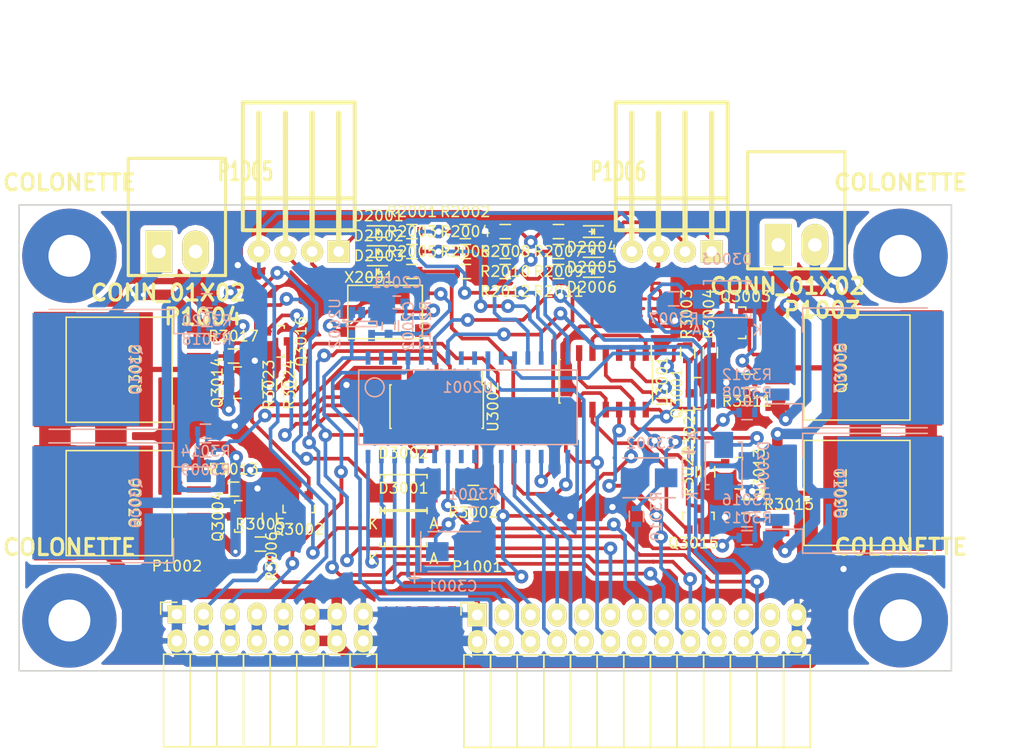
<source format=kicad_pcb>
(kicad_pcb (version 4) (host pcbnew 4.0.0-rc1-stable)
  (title_block (title MECHANICAL_MOTOR_BOARD) (date 2015-08-17) (rev V0-10) (company F4DEB))
  (layers (0 F.Cu signal) (31 B.Cu signal) (34 B.Paste user) (35 F.Paste user) (36 B.SilkS user) (37 F.SilkS user) (38 B.Mask user) (39 F.Mask user) (44 Edge.Cuts user))
  (net 0 "")
  (net 1 GND)
  (net 2 +15V)
  (net 3 +12V)
  (net 4 +5V)
  (net 5 +5VD)
  (net 6 +3V3)
  (net 7 /Motor/M1A)
  (net 8 /Motor/M1B)
  (net 9 /Motor/M2A)
  (net 10 /Motor/M2B)
  (net 11 "Net-(Q3001-Pad1)")
  (net 12 "Net-(Q3001-Pad3)")
  (net 13 "Net-(Q3002-Pad1)")
  (net 14 "Net-(Q3002-Pad3)")
  (net 15 "Net-(Q3003-Pad3)")
  (net 16 "Net-(Q3004-Pad3)")
  (net 17 /Motor/IMOT1A)
  (net 18 "Net-(Q3007-Pad1)")
  (net 19 "Net-(Q3008-Pad1)")
  (net 20 "Net-(Q3009-Pad1)")
  (net 21 "Net-(Q3010-Pad1)")
  (net 22 "Net-(Q3011-Pad3)")
  (net 23 "Net-(Q3012-Pad3)")
  (net 24 "Net-(Q3013-Pad1)")
  (net 25 "Net-(Q3014-Pad1)")
  (net 26 "Net-(Q3015-Pad1)")
  (net 27 "Net-(Q3016-Pad1)")
  (net 28 "Net-(R3008-Pad2)")
  (net 29 "Net-(R3009-Pad2)")
  (net 30 "Net-(C3001-Pad1)")
  (net 31 "Net-(C3002-Pad1)")
  (net 32 "Net-(K1-Pad1)")
  (net 33 "Net-(K2-Pad1)")
  (net 34 "Net-(K3-Pad1)")
  (net 35 "Net-(K4-Pad1)")
  (net 36 /Motor/OC4-5V)
  (net 37 /Motor/OC5-5V)
  (net 38 "Net-(U3001-Pad1)")
  (net 39 "Net-(U3002-Pad1)")
  (net 40 /Motor/IMOT1)
  (net 41 /Motor/IMOT2)
  (net 42 /Codeur/IO19)
  (net 43 /Codeur/IO18)
  (net 44 /Codeur/IO21)
  (net 45 /Codeur/IO20)
  (net 46 /Codeur/IO23)
  (net 47 /Codeur/IO22)
  (net 48 /Codeur/IO25)
  (net 49 /Codeur/IO24)
  (net 50 /Codeur/IO5)
  (net 51 /Codeur/IO3)
  (net 52 /Codeur/IO4)
  (net 53 /Codeur/IO1)
  (net 54 /Codeur/IO2)
  (net 55 "Net-(D2001-Pad2)")
  (net 56 /Codeur/CHAx)
  (net 57 "Net-(D2002-Pad2)")
  (net 58 /Codeur/CHBx)
  (net 59 "Net-(D2003-Pad2)")
  (net 60 /Codeur/CHIx)
  (net 61 "Net-(D2004-Pad2)")
  (net 62 /Codeur/CHAy)
  (net 63 "Net-(D2005-Pad2)")
  (net 64 /Codeur/CHBy)
  (net 65 "Net-(D2006-Pad2)")
  (net 66 /Codeur/CHIy)
  (net 67 "Net-(R2001-Pad2)")
  (net 68 "Net-(R2003-Pad2)")
  (net 69 "Net-(R2005-Pad2)")
  (net 70 "Net-(R2007-Pad2)")
  (net 71 "Net-(R2009-Pad2)")
  (net 72 "Net-(R2011-Pad2)")
  (net 73 /Motor/IO6)
  (net 74 /Motor/IO7)
  (net 75 /Motor/IMOT2A)
  (net 76 /Motor/IMOT2B)
  (net 77 /Motor/IMOT1B)
  (net 78 "Net-(C2002-Pad1)")
  (net 79 "Net-(C2001-Pad1)")
  (module SMD_Packages:TO-263 (layer B.Cu) (at 131.38531 114.07267 270)
    (fp_text reference Q3008 (at 0 5.969 270) (layer B.SilkS) (effects (justify mirror)))
    (fp_text value STB80NF55L_06T4)
    (pad 2 smd rect (at 0 10.795 270) (size 10.80008 10.16) (layers B.Cu B.Paste B.Mask) (net 9 /Motor/M2A))
    (pad 3 smd rect (at 2.54 0 270) (size 1.143 2.286) (layers B.Cu B.Paste B.Mask) (net 1 GND))
    (pad 1 smd rect (at -2.54 0 270) (size 1.143 2.286) (layers B.Cu B.Paste B.Mask) (net 19 "Net-(Q3008-Pad1)"))
  )
  (module SOT-23 (layer F.Cu) (at 179.20716 103.62692 90)
    (fp_text reference Q3001 (at 0 -2.25 90) (layer F.SilkS))
    (fp_text value 2N7002)
    (pad 1 smd rect (at -0.95 1.00076 90) (size 0.8001 0.8001) (layers F.Cu F.Paste F.Mask) (net 11 "Net-(Q3001-Pad1)"))
    (pad 2 smd rect (at 0.95 1.00076 90) (size 0.8001 0.8001) (layers F.Cu F.Paste F.Mask) (net 1 GND))
    (pad 3 smd rect (at 0 -0.99822 90) (size 0.8001 0.8001) (layers F.Cu F.Paste F.Mask) (net 12 "Net-(Q3001-Pad3)"))
  )
  (module SOT-23 (layer F.Cu) (at 140.91666 114.35842 180)
    (fp_text reference Q3002 (at 0 -2.25 180) (layer F.SilkS))
    (fp_text value 2N7002)
    (pad 1 smd rect (at -0.95 1.00076 180) (size 0.8001 0.8001) (layers F.Cu F.Paste F.Mask) (net 13 "Net-(Q3002-Pad1)"))
    (pad 2 smd rect (at 0.95 1.00076 180) (size 0.8001 0.8001) (layers F.Cu F.Paste F.Mask) (net 1 GND))
    (pad 3 smd rect (at 0 -0.99822 180) (size 0.8001 0.8001) (layers F.Cu F.Paste F.Mask) (net 14 "Net-(Q3002-Pad3)"))
  )
  (module SOT-23 (layer F.Cu) (at 182.89016 96.89592 270)
    (fp_text reference Q3003 (at -2.50444 -0.62992 360) (layer F.SilkS))
    (fp_text value BSR14)
    (pad 1 smd rect (at -0.95 1.00076 270) (size 0.8001 0.8001) (layers F.Cu F.Paste F.Mask) (net 12 "Net-(Q3001-Pad3)"))
    (pad 2 smd rect (at 0.95 1.00076 270) (size 0.8001 0.8001) (layers F.Cu F.Paste F.Mask) (net 1 GND))
    (pad 3 smd rect (at 0 -0.99822 270) (size 0.8001 0.8001) (layers F.Cu F.Paste F.Mask) (net 15 "Net-(Q3003-Pad3)"))
  )
  (module SOT-23 (layer F.Cu) (at 135.45566 115.37442 90)
    (fp_text reference Q3004 (at 0 -2.25 90) (layer F.SilkS))
    (fp_text value BSR14)
    (pad 1 smd rect (at -0.95 1.00076 90) (size 0.8001 0.8001) (layers F.Cu F.Paste F.Mask) (net 14 "Net-(Q3002-Pad3)"))
    (pad 2 smd rect (at 0.95 1.00076 90) (size 0.8001 0.8001) (layers F.Cu F.Paste F.Mask) (net 1 GND))
    (pad 3 smd rect (at 0 -0.99822 90) (size 0.8001 0.8001) (layers F.Cu F.Paste F.Mask) (net 16 "Net-(Q3004-Pad3)"))
  )
  (module SMD_Packages:TO-263 (layer B.Cu) (at 186.54776 101.20122 90)
    (fp_text reference Q3007 (at 0 5.969 90) (layer B.SilkS) (effects (justify mirror)))
    (fp_text value STB80NF55L_06T4)
    (pad 2 smd rect (at 0 10.795 90) (size 10.80008 10.16) (layers B.Cu B.Paste B.Mask) (net 7 /Motor/M1A))
    (pad 3 smd rect (at 2.54 0 90) (size 1.143 2.286) (layers B.Cu B.Paste B.Mask) (net 1 GND))
    (pad 1 smd rect (at -2.54 0 90) (size 1.143 2.286) (layers B.Cu B.Paste B.Mask) (net 18 "Net-(Q3007-Pad1)"))
  )
  (module SMD_Packages:TO-263 (layer B.Cu) (at 186.54776 113.16462 90)
    (fp_text reference Q3009 (at 0 5.969 90) (layer B.SilkS) (effects (justify mirror)))
    (fp_text value STB80NF55L_06T4)
    (pad 2 smd rect (at 0 10.795 90) (size 10.80008 10.16) (layers B.Cu B.Paste B.Mask) (net 8 /Motor/M1B))
    (pad 3 smd rect (at 2.54 0 90) (size 1.143 2.286) (layers B.Cu B.Paste B.Mask) (net 1 GND))
    (pad 1 smd rect (at -2.54 0 90) (size 1.143 2.286) (layers B.Cu B.Paste B.Mask) (net 20 "Net-(Q3009-Pad1)"))
  )
  (module SMD_Packages:TO-263 (layer B.Cu) (at 131.41071 101.34727 270)
    (fp_text reference Q3010 (at 0 5.969 270) (layer B.SilkS) (effects (justify mirror)))
    (fp_text value STB80NF55L_06T4)
    (pad 2 smd rect (at 0 10.795 270) (size 10.80008 10.16) (layers B.Cu B.Paste B.Mask) (net 10 /Motor/M2B))
    (pad 3 smd rect (at 2.54 0 270) (size 1.143 2.286) (layers B.Cu B.Paste B.Mask) (net 1 GND))
    (pad 1 smd rect (at -2.54 0 270) (size 1.143 2.286) (layers B.Cu B.Paste B.Mask) (net 21 "Net-(Q3010-Pad1)"))
  )
  (module SOT-23 (layer F.Cu) (at 182.57266 111.24692 270)
    (fp_text reference Q3013 (at 0 -2.25 270) (layer F.SilkS))
    (fp_text value BSR14)
    (pad 1 smd rect (at -0.95 1.00076 270) (size 0.8001 0.8001) (layers F.Cu F.Paste F.Mask) (net 24 "Net-(Q3013-Pad1)"))
    (pad 2 smd rect (at 0.95 1.00076 270) (size 0.8001 0.8001) (layers F.Cu F.Paste F.Mask) (net 1 GND))
    (pad 3 smd rect (at 0 -0.99822 270) (size 0.8001 0.8001) (layers F.Cu F.Paste F.Mask) (net 22 "Net-(Q3011-Pad3)"))
  )
  (module SOT-23 (layer F.Cu) (at 135.39216 102.61092 90)
    (fp_text reference Q3014 (at 0 -2.25 90) (layer F.SilkS))
    (fp_text value BSR14)
    (pad 1 smd rect (at -0.95 1.00076 90) (size 0.8001 0.8001) (layers F.Cu F.Paste F.Mask) (net 25 "Net-(Q3014-Pad1)"))
    (pad 2 smd rect (at 0.95 1.00076 90) (size 0.8001 0.8001) (layers F.Cu F.Paste F.Mask) (net 1 GND))
    (pad 3 smd rect (at 0 -0.99822 90) (size 0.8001 0.8001) (layers F.Cu F.Paste F.Mask) (net 23 "Net-(Q3012-Pad3)"))
  )
  (module SOT-23 (layer F.Cu) (at 179.01666 115.62842)
    (fp_text reference Q3015 (at -0.4699 2.28854) (layer F.SilkS))
    (fp_text value 2N7002)
    (pad 1 smd rect (at -0.95 1.00076) (size 0.8001 0.8001) (layers F.Cu F.Paste F.Mask) (net 26 "Net-(Q3015-Pad1)"))
    (pad 2 smd rect (at 0.95 1.00076) (size 0.8001 0.8001) (layers F.Cu F.Paste F.Mask) (net 1 GND))
    (pad 3 smd rect (at 0 -0.99822) (size 0.8001 0.8001) (layers F.Cu F.Paste F.Mask) (net 24 "Net-(Q3013-Pad1)"))
  )
  (module SOT-23 (layer F.Cu) (at 138.88466 98.67392 270)
    (fp_text reference Q3016 (at 0 -2.25 270) (layer F.SilkS))
    (fp_text value 2N7002)
    (pad 1 smd rect (at -0.95 1.00076 270) (size 0.8001 0.8001) (layers F.Cu F.Paste F.Mask) (net 27 "Net-(Q3016-Pad1)"))
    (pad 2 smd rect (at 0.95 1.00076 270) (size 0.8001 0.8001) (layers F.Cu F.Paste F.Mask) (net 1 GND))
    (pad 3 smd rect (at 0 -0.99822 270) (size 0.8001 0.8001) (layers F.Cu F.Paste F.Mask) (net 25 "Net-(Q3014-Pad1)"))
  )
  (module Resistors_SMD:R_0603 (layer F.Cu) (at 178.00066 99.75342 90)
    (fp_text reference R3003 (at 3.68554 -0.09398 90) (layer F.SilkS))
    (fp_text value R)
    (pad 1 smd rect (at -0.75 0 90) (size 0.5 0.9) (layers F.Cu F.Paste F.Mask) (net 12 "Net-(Q3001-Pad3)"))
    (pad 2 smd rect (at 0.75 0 90) (size 0.5 0.9) (layers F.Cu F.Paste F.Mask) (net 6 +3V3))
  )
  (module Resistors_SMD:R_0603 (layer F.Cu) (at 180.15966 99.75342 90)
    (fp_text reference R3004 (at 3.68554 -0.12954 90) (layer F.SilkS))
    (fp_text value R)
    (pad 1 smd rect (at -0.75 0 90) (size 0.5 0.9) (layers F.Cu F.Paste F.Mask) (net 1 GND))
    (pad 2 smd rect (at 0.75 0 90) (size 0.5 0.9) (layers F.Cu F.Paste F.Mask) (net 12 "Net-(Q3001-Pad3)"))
  )
  (module Resistors_SMD:R_0603 (layer F.Cu) (at 137.25906 118.01602)
    (fp_text reference R3005 (at 0 -1.9) (layer F.SilkS))
    (fp_text value R)
    (pad 1 smd rect (at -0.75 0) (size 0.5 0.9) (layers F.Cu F.Paste F.Mask) (net 14 "Net-(Q3002-Pad3)"))
    (pad 2 smd rect (at 0.75 0) (size 0.5 0.9) (layers F.Cu F.Paste F.Mask) (net 6 +3V3))
  )
  (module Resistors_SMD:R_0603 (layer F.Cu) (at 138.12266 115.56492 270)
    (fp_text reference R3006 (at 3.6195 -0.1905 270) (layer F.SilkS))
    (fp_text value R)
    (pad 1 smd rect (at -0.75 0 270) (size 0.5 0.9) (layers F.Cu F.Paste F.Mask) (net 1 GND))
    (pad 2 smd rect (at 0.75 0 270) (size 0.5 0.9) (layers F.Cu F.Paste F.Mask) (net 14 "Net-(Q3002-Pad3)"))
  )
  (module Resistors_SMD:R_0603 (layer B.Cu) (at 183.65216 105.46842 180)
    (fp_text reference R3008 (at 0 1.9 180) (layer B.SilkS) (effects (justify mirror)))
    (fp_text value R)
    (pad 1 smd rect (at -0.75 0 180) (size 0.5 0.9) (layers B.Cu B.Paste B.Mask) (net 18 "Net-(Q3007-Pad1)"))
    (pad 2 smd rect (at 0.75 0 180) (size 0.5 0.9) (layers B.Cu B.Paste B.Mask) (net 28 "Net-(R3008-Pad2)"))
  )
  (module Resistors_SMD:R_0603 (layer B.Cu) (at 132.02666 109.02442)
    (fp_text reference R3009 (at 0 1.9) (layer B.SilkS) (effects (justify mirror)))
    (fp_text value R)
    (pad 1 smd rect (at -0.75 0) (size 0.5 0.9) (layers B.Cu B.Paste B.Mask) (net 19 "Net-(Q3008-Pad1)"))
    (pad 2 smd rect (at 0.75 0) (size 0.5 0.9) (layers B.Cu B.Paste B.Mask) (net 29 "Net-(R3009-Pad2)"))
  )
  (module Resistors_SMD:R_0603 (layer F.Cu) (at 183.65216 102.48392 180)
    (fp_text reference R3011 (at 0 -1.9 180) (layer F.SilkS))
    (fp_text value R)
    (pad 1 smd rect (at -0.75 0 180) (size 0.5 0.9) (layers F.Cu F.Paste F.Mask) (net 17 /Motor/IMOT1A))
    (pad 2 smd rect (at 0.75 0 180) (size 0.5 0.9) (layers F.Cu F.Paste F.Mask) (net 1 GND))
  )
  (module Resistors_SMD:R_0603 (layer B.Cu) (at 183.65216 103.75392 180)
    (fp_text reference R3012 (at 0 1.9 180) (layer B.SilkS) (effects (justify mirror)))
    (fp_text value R)
    (pad 1 smd rect (at -0.75 0 180) (size 0.5 0.9) (layers B.Cu B.Paste B.Mask) (net 18 "Net-(Q3007-Pad1)"))
    (pad 2 smd rect (at 0.75 0 180) (size 0.5 0.9) (layers B.Cu B.Paste B.Mask) (net 1 GND))
  )
  (module Resistors_SMD:R_0603 (layer F.Cu) (at 134.69366 112.77092)
    (fp_text reference R3013 (at 0 -1.9) (layer F.SilkS))
    (fp_text value R)
    (pad 1 smd rect (at -0.75 0) (size 0.5 0.9) (layers F.Cu F.Paste F.Mask) (net 75 /Motor/IMOT2A))
    (pad 2 smd rect (at 0.75 0) (size 0.5 0.9) (layers F.Cu F.Paste F.Mask) (net 1 GND))
  )
  (module Resistors_SMD:R_0603 (layer B.Cu) (at 132.02666 107.24642)
    (fp_text reference R3014 (at 0 1.9) (layer B.SilkS) (effects (justify mirror)))
    (fp_text value R)
    (pad 1 smd rect (at -0.75 0) (size 0.5 0.9) (layers B.Cu B.Paste B.Mask) (net 19 "Net-(Q3008-Pad1)"))
    (pad 2 smd rect (at 0.75 0) (size 0.5 0.9) (layers B.Cu B.Paste B.Mask) (net 1 GND))
  )
  (module Resistors_SMD:R_0603 (layer F.Cu) (at 183.65216 114.42192 180)
    (fp_text reference R3015 (at -4.0005 0.1905 180) (layer F.SilkS))
    (fp_text value R)
    (pad 1 smd rect (at -0.75 0 180) (size 0.5 0.9) (layers F.Cu F.Paste F.Mask) (net 77 /Motor/IMOT1B))
    (pad 2 smd rect (at 0.75 0 180) (size 0.5 0.9) (layers F.Cu F.Paste F.Mask) (net 1 GND))
  )
  (module Resistors_SMD:R_0603 (layer B.Cu) (at 183.65216 115.69192 180)
    (fp_text reference R3016 (at 0 1.9 180) (layer B.SilkS) (effects (justify mirror)))
    (fp_text value R)
    (pad 1 smd rect (at -0.75 0 180) (size 0.5 0.9) (layers B.Cu B.Paste B.Mask) (net 20 "Net-(Q3009-Pad1)"))
    (pad 2 smd rect (at 0.75 0 180) (size 0.5 0.9) (layers B.Cu B.Paste B.Mask) (net 1 GND))
  )
  (module Resistors_SMD:R_0603 (layer F.Cu) (at 134.69366 100.07092)
    (fp_text reference R3017 (at 0 -1.9) (layer F.SilkS))
    (fp_text value R)
    (pad 1 smd rect (at -0.75 0) (size 0.5 0.9) (layers F.Cu F.Paste F.Mask) (net 76 /Motor/IMOT2B))
    (pad 2 smd rect (at 0.75 0) (size 0.5 0.9) (layers F.Cu F.Paste F.Mask) (net 1 GND))
  )
  (module Resistors_SMD:R_0603 (layer B.Cu) (at 132.15366 96.57842)
    (fp_text reference R3018 (at 0 1.9) (layer B.SilkS) (effects (justify mirror)))
    (fp_text value R)
    (pad 1 smd rect (at -0.75 0) (size 0.5 0.9) (layers B.Cu B.Paste B.Mask) (net 21 "Net-(Q3010-Pad1)"))
    (pad 2 smd rect (at 0.75 0) (size 0.5 0.9) (layers B.Cu B.Paste B.Mask) (net 1 GND))
  )
  (module Resistors_SMD:R_0603 (layer B.Cu) (at 183.65216 117.40642 180)
    (fp_text reference R3019 (at 0 1.9 180) (layer B.SilkS) (effects (justify mirror)))
    (fp_text value R)
    (pad 1 smd rect (at -0.75 0 180) (size 0.5 0.9) (layers B.Cu B.Paste B.Mask) (net 20 "Net-(Q3009-Pad1)"))
    (pad 2 smd rect (at 0.75 0 180) (size 0.5 0.9) (layers B.Cu B.Paste B.Mask) (net 73 /Motor/IO6))
  )
  (module Resistors_SMD:R_0603 (layer B.Cu) (at 132.15366 94.80042)
    (fp_text reference R3020 (at 0 1.9) (layer B.SilkS) (effects (justify mirror)))
    (fp_text value R)
    (pad 1 smd rect (at -0.75 0) (size 0.5 0.9) (layers B.Cu B.Paste B.Mask) (net 21 "Net-(Q3010-Pad1)"))
    (pad 2 smd rect (at 0.75 0) (size 0.5 0.9) (layers B.Cu B.Paste B.Mask) (net 74 /Motor/IO7))
  )
  (module Resistors_SMD:R_0603 (layer F.Cu) (at 178.12766 111.11992 270)
    (fp_text reference R3021 (at -3.937 -0.0635 270) (layer F.SilkS))
    (fp_text value R)
    (pad 1 smd rect (at -0.75 0 270) (size 0.5 0.9) (layers F.Cu F.Paste F.Mask) (net 6 +3V3))
    (pad 2 smd rect (at 0.75 0 270) (size 0.5 0.9) (layers F.Cu F.Paste F.Mask) (net 24 "Net-(Q3013-Pad1)"))
  )
  (module Resistors_SMD:R_0603 (layer F.Cu) (at 179.90566 111.11992 90)
    (fp_text reference R3022 (at 0 -1.9 90) (layer F.SilkS))
    (fp_text value R)
    (pad 1 smd rect (at -0.75 0 90) (size 0.5 0.9) (layers F.Cu F.Paste F.Mask) (net 1 GND))
    (pad 2 smd rect (at 0.75 0 90) (size 0.5 0.9) (layers F.Cu F.Paste F.Mask) (net 24 "Net-(Q3013-Pad1)"))
  )
  (module Resistors_SMD:R_0603 (layer F.Cu) (at 139.96416 102.80142 90)
    (fp_text reference R3023 (at 0 -1.9 90) (layer F.SilkS))
    (fp_text value R)
    (pad 1 smd rect (at -0.75 0 90) (size 0.5 0.9) (layers F.Cu F.Paste F.Mask) (net 6 +3V3))
    (pad 2 smd rect (at 0.75 0 90) (size 0.5 0.9) (layers F.Cu F.Paste F.Mask) (net 25 "Net-(Q3014-Pad1)"))
  )
  (module Resistors_SMD:R_0603 (layer F.Cu) (at 138.12266 102.80142 270)
    (fp_text reference R3024 (at 0 -1.9 270) (layer F.SilkS))
    (fp_text value R)
    (pad 1 smd rect (at -0.75 0 270) (size 0.5 0.9) (layers F.Cu F.Paste F.Mask) (net 1 GND))
    (pad 2 smd rect (at 0.75 0 270) (size 0.5 0.9) (layers F.Cu F.Paste F.Mask) (net 25 "Net-(Q3014-Pad1)"))
  )
  (module Capacitors_Tantalum_SMD:TantalC_SizeB_EIA-3528_Wave (layer B.Cu) (at 155.75026 118.72722)
    (fp_text reference C3001 (at -0.20066 3.29946) (layer B.SilkS) (effects (justify mirror)))
    (fp_text value C)
    (fp_text user + (at -3.79984 2.49936) (layer B.SilkS) (effects (justify mirror)))
    (pad 2 smd rect (at 1.6256 0) (size 2.14884 1.80086) (layers B.Cu B.Paste B.Mask) (net 1 GND))
    (pad 1 smd rect (at -1.6256 0) (size 2.14884 1.80086) (layers B.Cu B.Paste B.Mask) (net 30 "Net-(C3001-Pad1)"))
  )
  (module Capacitors_Tantalum_SMD:TantalC_SizeB_EIA-3528_Wave (layer B.Cu) (at 174.31766 111.69142 180)
    (fp_text reference C3002 (at -0.20066 3.29946 180) (layer B.SilkS) (effects (justify mirror)))
    (fp_text value C)
    (fp_text user + (at -3.79984 2.49936 180) (layer B.SilkS) (effects (justify mirror)))
    (pad 2 smd rect (at 1.6256 0 180) (size 2.14884 1.80086) (layers B.Cu B.Paste B.Mask) (net 1 GND))
    (pad 1 smd rect (at -1.6256 0 180) (size 2.14884 1.80086) (layers B.Cu B.Paste B.Mask) (net 31 "Net-(C3002-Pad1)"))
  )
  (module Diodes_SMD:Diode-SMA_Standard (layer F.Cu) (at 150.89886 116.49202)
    (fp_text reference D3001 (at 0 -3.81) (layer F.SilkS))
    (fp_text value D_Schottky_Small)
    (fp_text user K (at -2.9 2.95) (layer F.SilkS))
    (fp_text user A (at 2.9 2.9) (layer F.SilkS))
    (pad 1 smd rect (at -1.99898 0) (size 2.49936 1.80086) (layers F.Cu F.Paste F.Mask) (net 75 /Motor/IMOT2A))
    (pad 2 smd rect (at 1.99898 0) (size 2.49936 1.80086) (layers F.Cu F.Paste F.Mask) (net 30 "Net-(C3001-Pad1)"))
  )
  (module Diodes_SMD:Diode-SMA_Standard (layer F.Cu) (at 150.89886 113.13922)
    (fp_text reference D3002 (at 0 -3.81) (layer F.SilkS))
    (fp_text value D_Schottky_Small)
    (fp_text user K (at -2.9 2.95) (layer F.SilkS))
    (fp_text user A (at 2.9 2.9) (layer F.SilkS))
    (pad 1 smd rect (at -1.99898 0) (size 2.49936 1.80086) (layers F.Cu F.Paste F.Mask) (net 76 /Motor/IMOT2B))
    (pad 2 smd rect (at 1.99898 0) (size 2.49936 1.80086) (layers F.Cu F.Paste F.Mask) (net 30 "Net-(C3001-Pad1)"))
  )
  (module Diodes_SMD:Diode-SMA_Standard (layer B.Cu) (at 181.75986 94.64802 180)
    (fp_text reference D3003 (at 0 3.81 180) (layer B.SilkS) (effects (justify mirror)))
    (fp_text value D_Schottky_Small)
    (fp_text user K (at -2.9 -2.95 180) (layer B.SilkS) (effects (justify mirror)))
    (fp_text user A (at 2.9 -2.9 180) (layer B.SilkS) (effects (justify mirror)))
    (pad 1 smd rect (at -1.99898 0 180) (size 2.49936 1.80086) (layers B.Cu B.Paste B.Mask) (net 17 /Motor/IMOT1A))
    (pad 2 smd rect (at 1.99898 0 180) (size 2.49936 1.80086) (layers B.Cu B.Paste B.Mask) (net 31 "Net-(C3002-Pad1)"))
  )
  (module Diodes_SMD:Diode-SMA_Standard (layer B.Cu) (at 181.42966 110.54842 90)
    (fp_text reference D3004 (at 0 3.81 90) (layer B.SilkS) (effects (justify mirror)))
    (fp_text value D_Schottky_Small)
    (fp_text user K (at -2.9 -2.95 90) (layer B.SilkS) (effects (justify mirror)))
    (fp_text user A (at 2.9 -2.9 90) (layer B.SilkS) (effects (justify mirror)))
    (pad 1 smd rect (at -1.99898 0 90) (size 2.49936 1.80086) (layers B.Cu B.Paste B.Mask) (net 77 /Motor/IMOT1B))
    (pad 2 smd rect (at 1.99898 0 90) (size 2.49936 1.80086) (layers B.Cu B.Paste B.Mask) (net 31 "Net-(C3002-Pad1)"))
  )
  (module CEN-PCB:COLONETTE (layer F.Cu) (at 198.32066 125.28042)
    (fp_text reference K1 (at 0 0) (layer F.SilkS) (effects (font (thickness 0.3048))))
    (fp_text value COLONETTE (at 0 -6.985) (layer F.SilkS) (effects (font (thickness 0.3048))))
    (pad 1 thru_hole circle (at 0 0) (size 8.99922 8.99922) (drill 4.0005) (layers *.Cu) (net 32 "Net-(K1-Pad1)"))
    (pad 1 thru_hole circle (at 0 0) (size 2 2) (drill 0.6) (layers *.Cu *.Mask F.SilkS) (net 32 "Net-(K1-Pad1)"))
  )
  (module CEN-PCB:COLONETTE (layer F.Cu) (at 119.04726 90.50782)
    (fp_text reference K2 (at 0 0) (layer F.SilkS) (effects (font (thickness 0.3048))))
    (fp_text value COLONETTE (at 0 -6.985) (layer F.SilkS) (effects (font (thickness 0.3048))))
    (pad 1 thru_hole circle (at 0 0) (size 8.99922 8.99922) (drill 4.0005) (layers *.Cu) (net 33 "Net-(K2-Pad1)"))
    (pad 1 thru_hole circle (at 0 0) (size 2 2) (drill 0.6) (layers *.Cu *.Mask F.SilkS) (net 33 "Net-(K2-Pad1)"))
  )
  (module CEN-PCB:COLONETTE (layer F.Cu) (at 119.04726 125.30582)
    (fp_text reference K3 (at 0 0) (layer F.SilkS) (effects (font (thickness 0.3048))))
    (fp_text value COLONETTE (at 0 -6.985) (layer F.SilkS) (effects (font (thickness 0.3048))))
    (pad 1 thru_hole circle (at 0 0) (size 8.99922 8.99922) (drill 4.0005) (layers *.Cu) (net 34 "Net-(K3-Pad1)"))
    (pad 1 thru_hole circle (at 0 0) (size 2 2) (drill 0.6) (layers *.Cu *.Mask F.SilkS) (net 34 "Net-(K3-Pad1)"))
  )
  (module CEN-PCB:COLONETTE (layer F.Cu) (at 198.29526 90.50782)
    (fp_text reference K4 (at 0 0) (layer F.SilkS) (effects (font (thickness 0.3048))))
    (fp_text value COLONETTE (at 0 -6.985) (layer F.SilkS) (effects (font (thickness 0.3048))))
    (pad 1 thru_hole circle (at 0 0) (size 8.99922 8.99922) (drill 4.0005) (layers *.Cu) (net 35 "Net-(K4-Pad1)"))
    (pad 1 thru_hole circle (at 0 0) (size 2 2) (drill 0.6) (layers *.Cu *.Mask F.SilkS) (net 35 "Net-(K4-Pad1)"))
  )
  (module Resistors_SMD:R_0603 (layer B.Cu) (at 157.55366 115.17122 180)
    (fp_text reference R3001 (at 0 1.9 180) (layer B.SilkS) (effects (justify mirror)))
    (fp_text value R)
    (pad 1 smd rect (at -0.75 0 180) (size 0.5 0.9) (layers B.Cu B.Paste B.Mask) (net 1 GND))
    (pad 2 smd rect (at 0.75 0 180) (size 0.5 0.9) (layers B.Cu B.Paste B.Mask) (net 30 "Net-(C3001-Pad1)"))
  )
  (module Resistors_SMD:R_0603 (layer F.Cu) (at 157.55366 113.08842 180)
    (fp_text reference R3002 (at 0 -1.9 180) (layer F.SilkS))
    (fp_text value R)
    (pad 1 smd rect (at -0.75 0 180) (size 0.5 0.9) (layers F.Cu F.Paste F.Mask) (net 41 /Motor/IMOT2))
    (pad 2 smd rect (at 0.75 0 180) (size 0.5 0.9) (layers F.Cu F.Paste F.Mask) (net 30 "Net-(C3001-Pad1)"))
  )
  (module Resistors_SMD:R_0603 (layer B.Cu) (at 176.66716 94.60992)
    (fp_text reference R3007 (at 0 1.9) (layer B.SilkS) (effects (justify mirror)))
    (fp_text value R)
    (pad 1 smd rect (at -0.75 0) (size 0.5 0.9) (layers B.Cu B.Paste B.Mask) (net 1 GND))
    (pad 2 smd rect (at 0.75 0) (size 0.5 0.9) (layers B.Cu B.Paste B.Mask) (net 31 "Net-(C3002-Pad1)"))
  )
  (module Resistors_SMD:R_0603 (layer B.Cu) (at 173.11116 115.37442 90)
    (fp_text reference R3010 (at 0 1.9 90) (layer B.SilkS) (effects (justify mirror)))
    (fp_text value R)
    (pad 1 smd rect (at -0.75 0 90) (size 0.5 0.9) (layers B.Cu B.Paste B.Mask) (net 40 /Motor/IMOT1))
    (pad 2 smd rect (at 0.75 0 90) (size 0.5 0.9) (layers B.Cu B.Paste B.Mask) (net 31 "Net-(C3002-Pad1)"))
  )
  (module Housings_SOIC:SOIC-14_3.9x8.7mm_Pitch1.27mm (layer F.Cu) (at 170.19016 102.48392 270)
    (fp_text reference U3001 (at 0 -5.375 270) (layer F.SilkS))
    (fp_text value 74HC02)
    (pad 1 smd rect (at -2.7 -3.81 270) (size 1.5 0.6) (layers F.Cu F.Paste F.Mask) (net 38 "Net-(U3001-Pad1)"))
    (pad 2 smd rect (at -2.7 -2.54 270) (size 1.5 0.6) (layers F.Cu F.Paste F.Mask) (net 37 /Motor/OC5-5V))
    (pad 3 smd rect (at -2.7 -1.27 270) (size 1.5 0.6) (layers F.Cu F.Paste F.Mask) (net 37 /Motor/OC5-5V))
    (pad 4 smd rect (at -2.7 0 270) (size 1.5 0.6) (layers F.Cu F.Paste F.Mask) (net 11 "Net-(Q3001-Pad1)"))
    (pad 5 smd rect (at -2.7 1.27 270) (size 1.5 0.6) (layers F.Cu F.Paste F.Mask) (net 38 "Net-(U3001-Pad1)"))
    (pad 6 smd rect (at -2.7 2.54 270) (size 1.5 0.6) (layers F.Cu F.Paste F.Mask) (net 28 "Net-(R3008-Pad2)"))
    (pad 7 smd rect (at -2.7 3.81 270) (size 1.5 0.6) (layers F.Cu F.Paste F.Mask) (net 1 GND))
    (pad 8 smd rect (at 2.7 3.81 270) (size 1.5 0.6) (layers F.Cu F.Paste F.Mask) (net 37 /Motor/OC5-5V))
    (pad 9 smd rect (at 2.7 2.54 270) (size 1.5 0.6) (layers F.Cu F.Paste F.Mask) (net 73 /Motor/IO6))
    (pad 10 smd rect (at 2.7 1.27 270) (size 1.5 0.6) (layers F.Cu F.Paste F.Mask) (net 26 "Net-(Q3015-Pad1)"))
    (pad 11 smd rect (at 2.7 0 270) (size 1.5 0.6) (layers F.Cu F.Paste F.Mask) (net 73 /Motor/IO6))
    (pad 12 smd rect (at 2.7 -1.27 270) (size 1.5 0.6) (layers F.Cu F.Paste F.Mask) (net 73 /Motor/IO6))
    (pad 13 smd rect (at 2.7 -2.54 270) (size 1.5 0.6) (layers F.Cu F.Paste F.Mask) (net 28 "Net-(R3008-Pad2)"))
    (pad 14 smd rect (at 2.7 -3.81 270) (size 1.5 0.6) (layers F.Cu F.Paste F.Mask) (net 6 +3V3))
  )
  (module Housings_SOIC:SOIC-14_3.9x8.7mm_Pitch1.27mm (layer F.Cu) (at 154.06116 104.89692 270)
    (fp_text reference U3002 (at 0 -5.375 270) (layer F.SilkS))
    (fp_text value 74HC02)
    (pad 1 smd rect (at -2.7 -3.81 270) (size 1.5 0.6) (layers F.Cu F.Paste F.Mask) (net 39 "Net-(U3002-Pad1)"))
    (pad 2 smd rect (at -2.7 -2.54 270) (size 1.5 0.6) (layers F.Cu F.Paste F.Mask) (net 36 /Motor/OC4-5V))
    (pad 3 smd rect (at -2.7 -1.27 270) (size 1.5 0.6) (layers F.Cu F.Paste F.Mask) (net 36 /Motor/OC4-5V))
    (pad 4 smd rect (at -2.7 0 270) (size 1.5 0.6) (layers F.Cu F.Paste F.Mask) (net 13 "Net-(Q3002-Pad1)"))
    (pad 5 smd rect (at -2.7 1.27 270) (size 1.5 0.6) (layers F.Cu F.Paste F.Mask) (net 39 "Net-(U3002-Pad1)"))
    (pad 6 smd rect (at -2.7 2.54 270) (size 1.5 0.6) (layers F.Cu F.Paste F.Mask) (net 29 "Net-(R3009-Pad2)"))
    (pad 7 smd rect (at -2.7 3.81 270) (size 1.5 0.6) (layers F.Cu F.Paste F.Mask) (net 1 GND))
    (pad 8 smd rect (at 2.7 3.81 270) (size 1.5 0.6) (layers F.Cu F.Paste F.Mask) (net 36 /Motor/OC4-5V))
    (pad 9 smd rect (at 2.7 2.54 270) (size 1.5 0.6) (layers F.Cu F.Paste F.Mask) (net 74 /Motor/IO7))
    (pad 10 smd rect (at 2.7 1.27 270) (size 1.5 0.6) (layers F.Cu F.Paste F.Mask) (net 27 "Net-(Q3016-Pad1)"))
    (pad 11 smd rect (at 2.7 0 270) (size 1.5 0.6) (layers F.Cu F.Paste F.Mask) (net 74 /Motor/IO7))
    (pad 12 smd rect (at 2.7 -1.27 270) (size 1.5 0.6) (layers F.Cu F.Paste F.Mask) (net 74 /Motor/IO7))
    (pad 13 smd rect (at 2.7 -2.54 270) (size 1.5 0.6) (layers F.Cu F.Paste F.Mask) (net 29 "Net-(R3009-Pad2)"))
    (pad 14 smd rect (at 2.7 -3.81 270) (size 1.5 0.6) (layers F.Cu F.Paste F.Mask) (net 6 +3V3))
  )
  (module f4deb-mod-library:PG-TO220-7-4 (layer F.Cu) (at 131.38531 101.34727 90)
    (fp_text reference Q3012 (at 0 -6.096 90) (layer F.SilkS))
    (fp_text value BTS50055)
    (pad 3 smd rect (at -1.27 0 90) (size 0.6 2.286) (layers F.Cu F.Paste F.Mask) (net 23 "Net-(Q3012-Pad3)"))
    (pad 4 smd rect (at 0 -13.716 90) (size 11 4) (layers F.Cu F.Paste F.Mask) (net 2 +15V))
    (pad 5 smd rect (at 1.27 0 90) (size 0.6 2.286) (layers F.Cu F.Paste F.Mask) (net 76 /Motor/IMOT2B))
    (pad 4 smd rect (at 0 0 90) (size 0.6 2.286) (layers F.Cu F.Paste F.Mask) (net 2 +15V))
    (pad 2 smd rect (at -2.54 0 90) (size 0.6 2.286) (layers F.Cu F.Paste F.Mask) (net 10 /Motor/M2B))
    (pad 6 smd rect (at 2.54 0 90) (size 0.6 2.286) (layers F.Cu F.Paste F.Mask) (net 10 /Motor/M2B))
    (pad 7 smd rect (at 3.81 0 90) (size 0.6 2.286) (layers F.Cu F.Paste F.Mask) (net 10 /Motor/M2B))
    (pad 1 smd rect (at -3.81 0 90) (size 0.6 2.286) (layers F.Cu F.Paste F.Mask) (net 10 /Motor/M2B))
    (pad 4 smd rect (at 0 -8.382 90) (size 10.922 8) (layers F.Cu F.Paste F.Mask) (net 2 +15V))
  )
  (module f4deb-mod-library:PG-TO220-7-4 (layer F.Cu) (at 186.54776 113.16462 270)
    (fp_text reference Q3011 (at 0 -6.096 270) (layer F.SilkS))
    (fp_text value BTS50055)
    (pad 3 smd rect (at -1.27 0 270) (size 0.6 2.286) (layers F.Cu F.Paste F.Mask) (net 22 "Net-(Q3011-Pad3)"))
    (pad 4 smd rect (at 0 -13.716 270) (size 11 4) (layers F.Cu F.Paste F.Mask) (net 2 +15V))
    (pad 5 smd rect (at 1.27 0 270) (size 0.6 2.286) (layers F.Cu F.Paste F.Mask) (net 77 /Motor/IMOT1B))
    (pad 4 smd rect (at 0 0 270) (size 0.6 2.286) (layers F.Cu F.Paste F.Mask) (net 2 +15V))
    (pad 2 smd rect (at -2.54 0 270) (size 0.6 2.286) (layers F.Cu F.Paste F.Mask) (net 8 /Motor/M1B))
    (pad 6 smd rect (at 2.54 0 270) (size 0.6 2.286) (layers F.Cu F.Paste F.Mask) (net 8 /Motor/M1B))
    (pad 7 smd rect (at 3.81 0 270) (size 0.6 2.286) (layers F.Cu F.Paste F.Mask) (net 8 /Motor/M1B))
    (pad 1 smd rect (at -3.81 0 270) (size 0.6 2.286) (layers F.Cu F.Paste F.Mask) (net 8 /Motor/M1B))
    (pad 4 smd rect (at 0 -8.382 270) (size 10.922 8) (layers F.Cu F.Paste F.Mask) (net 2 +15V))
  )
  (module f4deb-mod-library:PG-TO220-7-4 (layer F.Cu) (at 131.38531 114.07267 90)
    (fp_text reference Q3006 (at 0 -6.096 90) (layer F.SilkS))
    (fp_text value BTS50055)
    (pad 3 smd rect (at -1.27 0 90) (size 0.6 2.286) (layers F.Cu F.Paste F.Mask) (net 16 "Net-(Q3004-Pad3)"))
    (pad 4 smd rect (at 0 -13.716 90) (size 11 4) (layers F.Cu F.Paste F.Mask) (net 2 +15V))
    (pad 5 smd rect (at 1.27 0 90) (size 0.6 2.286) (layers F.Cu F.Paste F.Mask) (net 75 /Motor/IMOT2A))
    (pad 4 smd rect (at 0 0 90) (size 0.6 2.286) (layers F.Cu F.Paste F.Mask) (net 2 +15V))
    (pad 2 smd rect (at -2.54 0 90) (size 0.6 2.286) (layers F.Cu F.Paste F.Mask) (net 9 /Motor/M2A))
    (pad 6 smd rect (at 2.54 0 90) (size 0.6 2.286) (layers F.Cu F.Paste F.Mask) (net 9 /Motor/M2A))
    (pad 7 smd rect (at 3.81 0 90) (size 0.6 2.286) (layers F.Cu F.Paste F.Mask) (net 9 /Motor/M2A))
    (pad 1 smd rect (at -3.81 0 90) (size 0.6 2.286) (layers F.Cu F.Paste F.Mask) (net 9 /Motor/M2A))
    (pad 4 smd rect (at 0 -8.382 90) (size 10.922 8) (layers F.Cu F.Paste F.Mask) (net 2 +15V))
  )
  (module f4deb-mod-library:PG-TO220-7-4 (layer F.Cu) (at 186.54776 101.20122 270)
    (fp_text reference Q3005 (at 0 -6.096 270) (layer F.SilkS))
    (fp_text value BTS50055)
    (pad 3 smd rect (at -1.27 0 270) (size 0.6 2.286) (layers F.Cu F.Paste F.Mask) (net 15 "Net-(Q3003-Pad3)"))
    (pad 4 smd rect (at 0 -13.716 270) (size 11 4) (layers F.Cu F.Paste F.Mask) (net 2 +15V))
    (pad 5 smd rect (at 1.27 0 270) (size 0.6 2.286) (layers F.Cu F.Paste F.Mask) (net 17 /Motor/IMOT1A))
    (pad 4 smd rect (at 0 0 270) (size 0.6 2.286) (layers F.Cu F.Paste F.Mask) (net 2 +15V))
    (pad 2 smd rect (at -2.54 0 270) (size 0.6 2.286) (layers F.Cu F.Paste F.Mask) (net 7 /Motor/M1A))
    (pad 6 smd rect (at 2.54 0 270) (size 0.6 2.286) (layers F.Cu F.Paste F.Mask) (net 7 /Motor/M1A))
    (pad 7 smd rect (at 3.81 0 270) (size 0.6 2.286) (layers F.Cu F.Paste F.Mask) (net 7 /Motor/M1A))
    (pad 1 smd rect (at -3.81 0 270) (size 0.6 2.286) (layers F.Cu F.Paste F.Mask) (net 7 /Motor/M1A))
    (pad 4 smd rect (at 0 -8.382 270) (size 10.922 8) (layers F.Cu F.Paste F.Mask) (net 2 +15V))
  )
  (module Socket_Strips:Socket_Strip_Angled_2x08 (layer F.Cu) (at 129.29616 124.70892)
    (fp_text reference P1002 (at 0 -4.6) (layer F.SilkS))
    (fp_text value CONN_02X08)
    (pad 1 thru_hole rect (at 0 0) (size 1.7272 1.7272) (drill 1.016) (layers *.Cu *.Mask F.SilkS) (net 1 GND))
    (pad 2 thru_hole oval (at 0 2.54) (size 1.8 2.2) (drill 1.016) (layers *.Cu *.Mask F.SilkS) (net 1 GND))
    (pad 3 thru_hole oval (at 2.54 0) (size 1.8 2.2) (drill 1.016) (layers *.Cu *.Mask F.SilkS) (net 6 +3V3))
    (pad 4 thru_hole oval (at 2.54 2.54) (size 1.8 2.2) (drill 1.016) (layers *.Cu *.Mask F.SilkS) (net 6 +3V3))
    (pad 5 thru_hole oval (at 5.08 0) (size 1.8 2.2) (drill 1.016) (layers *.Cu *.Mask F.SilkS) (net 5 +5VD))
    (pad 6 thru_hole oval (at 5.08 2.54) (size 1.8 2.2) (drill 1.016) (layers *.Cu *.Mask F.SilkS) (net 5 +5VD))
    (pad 7 thru_hole oval (at 7.62 0) (size 1.8 2.2) (drill 1.016) (layers *.Cu *.Mask F.SilkS) (net 4 +5V))
    (pad 8 thru_hole oval (at 7.62 2.54) (size 1.8 2.2) (drill 1.016) (layers *.Cu *.Mask F.SilkS) (net 4 +5V))
    (pad 9 thru_hole oval (at 10.16 0) (size 1.8 2.2) (drill 1.016) (layers *.Cu *.Mask F.SilkS) (net 3 +12V))
    (pad 10 thru_hole oval (at 10.16 2.54) (size 1.8 2.2) (drill 1.016) (layers *.Cu *.Mask F.SilkS) (net 3 +12V))
    (pad 11 thru_hole oval (at 12.7 0) (size 1.8 2.2) (drill 1.016) (layers *.Cu *.Mask F.SilkS) (net 2 +15V))
    (pad 12 thru_hole oval (at 12.7 2.54) (size 1.8 2.2) (drill 1.016) (layers *.Cu *.Mask F.SilkS) (net 2 +15V))
    (pad 13 thru_hole oval (at 15.24 0) (size 1.8 2.2) (drill 1.016) (layers *.Cu *.Mask F.SilkS) (net 2 +15V))
    (pad 14 thru_hole oval (at 15.24 2.54) (size 1.8 2.2) (drill 1.016) (layers *.Cu *.Mask F.SilkS) (net 2 +15V))
    (pad 15 thru_hole oval (at 17.78 0) (size 1.8 2.2) (drill 1.016) (layers *.Cu *.Mask F.SilkS) (net 1 GND))
    (pad 16 thru_hole oval (at 17.78 2.54) (size 1.8 2.2) (drill 1.016) (layers *.Cu *.Mask F.SilkS) (net 1 GND))
  )
  (module Socket_Strips:Socket_Strip_Angled_2x13 (layer F.Cu) (at 157.93466 124.77242)
    (fp_text reference P1001 (at 0 -4.6) (layer F.SilkS))
    (fp_text value CONN_02X13)
    (pad 1 thru_hole rect (at 0 0) (size 1.8 2.2) (drill 1.016) (layers *.Cu *.Mask F.SilkS) (net 1 GND))
    (pad 2 thru_hole oval (at 0 2.54) (size 1.8 2.2) (drill 1.016) (layers *.Cu *.Mask F.SilkS) (net 1 GND))
    (pad 3 thru_hole oval (at 2.54 0) (size 1.8 2.2) (drill 1.016) (layers *.Cu *.Mask F.SilkS) (net 42 /Codeur/IO19))
    (pad 4 thru_hole oval (at 2.54 2.54) (size 1.8 2.2) (drill 1.016) (layers *.Cu *.Mask F.SilkS) (net 43 /Codeur/IO18))
    (pad 5 thru_hole oval (at 5.08 0) (size 1.8 2.2) (drill 1.016) (layers *.Cu *.Mask F.SilkS) (net 44 /Codeur/IO21))
    (pad 6 thru_hole oval (at 5.08 2.54) (size 1.8 2.2) (drill 1.016) (layers *.Cu *.Mask F.SilkS) (net 45 /Codeur/IO20))
    (pad 7 thru_hole oval (at 7.62 0) (size 1.8 2.2) (drill 1.016) (layers *.Cu *.Mask F.SilkS) (net 46 /Codeur/IO23))
    (pad 8 thru_hole oval (at 7.62 2.54) (size 1.8 2.2) (drill 1.016) (layers *.Cu *.Mask F.SilkS) (net 47 /Codeur/IO22))
    (pad 9 thru_hole oval (at 10.16 0) (size 1.8 2.2) (drill 1.016) (layers *.Cu *.Mask F.SilkS) (net 48 /Codeur/IO25))
    (pad 10 thru_hole oval (at 10.16 2.54) (size 1.8 2.2) (drill 1.016) (layers *.Cu *.Mask F.SilkS) (net 49 /Codeur/IO24))
    (pad 11 thru_hole oval (at 12.7 0) (size 1.8 2.2) (drill 1.016) (layers *.Cu *.Mask F.SilkS) (net 36 /Motor/OC4-5V))
    (pad 12 thru_hole oval (at 12.7 2.54) (size 1.8 2.2) (drill 1.016) (layers *.Cu *.Mask F.SilkS) (net 37 /Motor/OC5-5V))
    (pad 13 thru_hole oval (at 15.24 0) (size 1.8 2.2) (drill 1.016) (layers *.Cu *.Mask F.SilkS) (net 41 /Motor/IMOT2))
    (pad 14 thru_hole oval (at 15.24 2.54) (size 1.8 2.2) (drill 1.016) (layers *.Cu *.Mask F.SilkS))
    (pad 15 thru_hole oval (at 17.78 0) (size 1.8 2.2) (drill 1.016) (layers *.Cu *.Mask F.SilkS) (net 74 /Motor/IO7))
    (pad 16 thru_hole oval (at 17.78 2.54) (size 1.8 2.2) (drill 1.016) (layers *.Cu *.Mask F.SilkS) (net 40 /Motor/IMOT1))
    (pad 17 thru_hole oval (at 20.32 0) (size 1.8 2.2) (drill 1.016) (layers *.Cu *.Mask F.SilkS) (net 50 /Codeur/IO5))
    (pad 18 thru_hole oval (at 20.32 2.54) (size 1.8 2.2) (drill 1.016) (layers *.Cu *.Mask F.SilkS) (net 73 /Motor/IO6))
    (pad 19 thru_hole oval (at 22.86 0) (size 1.8 2.2) (drill 1.016) (layers *.Cu *.Mask F.SilkS) (net 51 /Codeur/IO3))
    (pad 20 thru_hole oval (at 22.86 2.54) (size 1.8 2.2) (drill 1.016) (layers *.Cu *.Mask F.SilkS) (net 52 /Codeur/IO4))
    (pad 21 thru_hole oval (at 25.4 0) (size 1.8 2.2) (drill 1.016) (layers *.Cu *.Mask F.SilkS) (net 53 /Codeur/IO1))
    (pad 22 thru_hole oval (at 25.4 2.54) (size 1.8 2.2) (drill 1.016) (layers *.Cu *.Mask F.SilkS) (net 54 /Codeur/IO2))
    (pad 23 thru_hole oval (at 27.94 0) (size 1.8 2.2) (drill 1.016) (layers *.Cu *.Mask F.SilkS))
    (pad 24 thru_hole oval (at 27.94 2.54) (size 1.8 2.2) (drill 1.016) (layers *.Cu *.Mask F.SilkS))
    (pad 25 thru_hole oval (at 30.48 0) (size 1.8 2.2) (drill 1.016) (layers *.Cu *.Mask F.SilkS) (net 1 GND))
    (pad 26 thru_hole oval (at 30.48 2.54) (size 1.8 2.2) (drill 1.016) (layers *.Cu *.Mask F.SilkS) (net 1 GND))
  )
  (module CEN-PCB:WEIDMULLER-SL-3.5-2-90G (layer F.Cu) (at 127.58166 90.10142 180)
    (fp_text reference P1004 (at -4.191 -6.223 180) (layer F.SilkS) (effects (font (thickness 0.3048))))
    (fp_text value CONN_01X02 (at -0.889 -3.937 180) (layer F.SilkS) (effects (font (thickness 0.3048))))
    (pad 2 thru_hole oval (at -3.4925 0 180) (size 2.54 4) (drill 1.30048) (layers *.Cu *.Mask F.SilkS) (net 9 /Motor/M2A))
    (pad 1 thru_hole rect (at 0 0 180) (size 2.54 4) (drill 1.30048) (layers *.Cu *.Mask F.SilkS) (net 10 /Motor/M2B))
  )
  (module CEN-PCB:WEIDMULLER-SL-3.5-2-90G (layer F.Cu) (at 186.63666 89.46642 180)
    (fp_text reference P1003 (at -4.191 -6.223 180) (layer F.SilkS) (effects (font (thickness 0.3048))))
    (fp_text value CONN_01X02 (at -0.889 -3.937 180) (layer F.SilkS) (effects (font (thickness 0.3048))))
    (pad 2 thru_hole oval (at -3.4925 0 180) (size 2.54 4) (drill 1.30048) (layers *.Cu *.Mask F.SilkS) (net 7 /Motor/M1A))
    (pad 1 thru_hole rect (at 0 0 180) (size 2.54 4) (drill 1.30048) (layers *.Cu *.Mask F.SilkS) (net 8 /Motor/M1B))
  )
  (module LEDs:LED-0603 (layer F.Cu) (at 148.53666 88.19642)
    (fp_text reference D2001 (at 0 -1.5) (layer F.SilkS))
    (fp_text value LED)
    (pad 2 smd rect (at 0.7493 0 180) (size 0.79756 0.79756) (layers F.Cu F.Paste F.Mask) (net 55 "Net-(D2001-Pad2)"))
    (pad 1 smd rect (at -0.7493 0 180) (size 0.79756 0.79756) (layers F.Cu F.Paste F.Mask) (net 56 /Codeur/CHAx))
  )
  (module LEDs:LED-0603 (layer F.Cu) (at 148.53666 90.10142)
    (fp_text reference D2002 (at 0 -1.5) (layer F.SilkS))
    (fp_text value LED)
    (pad 2 smd rect (at 0.7493 0 180) (size 0.79756 0.79756) (layers F.Cu F.Paste F.Mask) (net 57 "Net-(D2002-Pad2)"))
    (pad 1 smd rect (at -0.7493 0 180) (size 0.79756 0.79756) (layers F.Cu F.Paste F.Mask) (net 58 /Codeur/CHBx))
  )
  (module LEDs:LED-0603 (layer F.Cu) (at 148.56206 92.00642)
    (fp_text reference D2003 (at 0 -1.5) (layer F.SilkS))
    (fp_text value LED)
    (pad 2 smd rect (at 0.7493 0 180) (size 0.79756 0.79756) (layers F.Cu F.Paste F.Mask) (net 59 "Net-(D2003-Pad2)"))
    (pad 1 smd rect (at -0.7493 0 180) (size 0.79756 0.79756) (layers F.Cu F.Paste F.Mask) (net 60 /Codeur/CHIx))
  )
  (module LEDs:LED-0603 (layer F.Cu) (at 168.85666 88.19642 180)
    (fp_text reference D2004 (at 0 -1.5 180) (layer F.SilkS))
    (fp_text value LED)
    (pad 2 smd rect (at 0.7493 0) (size 0.79756 0.79756) (layers F.Cu F.Paste F.Mask) (net 61 "Net-(D2004-Pad2)"))
    (pad 1 smd rect (at -0.7493 0) (size 0.79756 0.79756) (layers F.Cu F.Paste F.Mask) (net 62 /Codeur/CHAy))
  )
  (module LEDs:LED-0603 (layer F.Cu) (at 168.85666 90.10142 180)
    (fp_text reference D2005 (at 0 -1.5 180) (layer F.SilkS))
    (fp_text value LED)
    (pad 2 smd rect (at 0.7493 0) (size 0.79756 0.79756) (layers F.Cu F.Paste F.Mask) (net 63 "Net-(D2005-Pad2)"))
    (pad 1 smd rect (at -0.7493 0) (size 0.79756 0.79756) (layers F.Cu F.Paste F.Mask) (net 64 /Codeur/CHBy))
  )
  (module LEDs:LED-0603 (layer F.Cu) (at 168.85666 92.00642 180)
    (fp_text reference D2006 (at 0 -1.5 180) (layer F.SilkS))
    (fp_text value LED)
    (pad 2 smd rect (at 0.7493 0) (size 0.79756 0.79756) (layers F.Cu F.Paste F.Mask) (net 65 "Net-(D2006-Pad2)"))
    (pad 1 smd rect (at -0.7493 0) (size 0.79756 0.79756) (layers F.Cu F.Paste F.Mask) (net 66 /Codeur/CHIy))
  )
  (module CEN-PCB:KK-4-H (layer F.Cu) (at 137.10666 90.10142)
    (fp_text reference P1005 (at -1.27 -7.62) (layer F.SilkS) (effects (font (size 1.73482 1.08712) (thickness 0.27178))))
    (fp_text value CONN_01X04 hide)
    (pad 1 thru_hole rect (at 7.62 0) (size 2.1 2.1) (drill 1.00076) (layers *.Cu *.Mask F.SilkS) (net 56 /Codeur/CHAx))
    (pad 2 thru_hole circle (at 5.08 0) (size 2.1 2.1) (drill 1.00076) (layers *.Cu *.Mask F.SilkS) (net 58 /Codeur/CHBx))
    (pad 3 thru_hole circle (at 2.54 0) (size 2.1 2.1) (drill 1.00076) (layers *.Cu *.Mask F.SilkS) (net 60 /Codeur/CHIx))
    (pad 4 thru_hole circle (at 0 0) (size 2.1 2.1) (drill 1.00076) (layers *.Cu *.Mask F.SilkS) (net 3 +12V))
  )
  (module CEN-PCB:KK-4-H (layer F.Cu) (at 172.66666 90.10142)
    (fp_text reference P1006 (at -1.27 -7.62) (layer F.SilkS) (effects (font (size 1.73482 1.08712) (thickness 0.27178))))
    (fp_text value CONN_01X04 hide)
    (pad 1 thru_hole rect (at 7.62 0) (size 2.1 2.1) (drill 1.00076) (layers *.Cu *.Mask F.SilkS) (net 62 /Codeur/CHAy))
    (pad 2 thru_hole circle (at 5.08 0) (size 2.1 2.1) (drill 1.00076) (layers *.Cu *.Mask F.SilkS) (net 64 /Codeur/CHBy))
    (pad 3 thru_hole circle (at 2.54 0) (size 2.1 2.1) (drill 1.00076) (layers *.Cu *.Mask F.SilkS) (net 66 /Codeur/CHIy))
    (pad 4 thru_hole circle (at 0 0) (size 2.1 2.1) (drill 1.00076) (layers *.Cu *.Mask F.SilkS) (net 3 +12V))
  )
  (module Resistors_SMD:R_0603 (layer F.Cu) (at 151.71166 88.19642)
    (fp_text reference R2001 (at 0 -1.9) (layer F.SilkS))
    (fp_text value 1.5k)
    (pad 1 smd rect (at -0.75 0) (size 0.5 0.9) (layers F.Cu F.Paste F.Mask) (net 55 "Net-(D2001-Pad2)"))
    (pad 2 smd rect (at 0.75 0) (size 0.5 0.9) (layers F.Cu F.Paste F.Mask) (net 67 "Net-(R2001-Pad2)"))
  )
  (module Resistors_SMD:R_0603 (layer F.Cu) (at 156.79166 88.19642)
    (fp_text reference R2002 (at 0 -1.9) (layer F.SilkS))
    (fp_text value 1.5k)
    (pad 1 smd rect (at -0.75 0) (size 0.5 0.9) (layers F.Cu F.Paste F.Mask) (net 67 "Net-(R2001-Pad2)"))
    (pad 2 smd rect (at 0.75 0) (size 0.5 0.9) (layers F.Cu F.Paste F.Mask) (net 1 GND))
  )
  (module Resistors_SMD:R_0603 (layer F.Cu) (at 151.71166 90.10142)
    (fp_text reference R2003 (at 0 -1.9) (layer F.SilkS))
    (fp_text value 1.5k)
    (pad 1 smd rect (at -0.75 0) (size 0.5 0.9) (layers F.Cu F.Paste F.Mask) (net 57 "Net-(D2002-Pad2)"))
    (pad 2 smd rect (at 0.75 0) (size 0.5 0.9) (layers F.Cu F.Paste F.Mask) (net 68 "Net-(R2003-Pad2)"))
  )
  (module Resistors_SMD:R_0603 (layer F.Cu) (at 156.79166 90.10142)
    (fp_text reference R2004 (at 0 -1.9) (layer F.SilkS))
    (fp_text value 1.5k)
    (pad 1 smd rect (at -0.75 0) (size 0.5 0.9) (layers F.Cu F.Paste F.Mask) (net 68 "Net-(R2003-Pad2)"))
    (pad 2 smd rect (at 0.75 0) (size 0.5 0.9) (layers F.Cu F.Paste F.Mask) (net 1 GND))
  )
  (module Resistors_SMD:R_0603 (layer F.Cu) (at 151.71166 92.00642)
    (fp_text reference R2005 (at 0 -1.9) (layer F.SilkS))
    (fp_text value 1.5k)
    (pad 1 smd rect (at -0.75 0) (size 0.5 0.9) (layers F.Cu F.Paste F.Mask) (net 59 "Net-(D2003-Pad2)"))
    (pad 2 smd rect (at 0.75 0) (size 0.5 0.9) (layers F.Cu F.Paste F.Mask) (net 69 "Net-(R2005-Pad2)"))
  )
  (module Resistors_SMD:R_0603 (layer F.Cu) (at 156.79166 92.00642)
    (fp_text reference R2006 (at 0 -1.9) (layer F.SilkS))
    (fp_text value 1.5k)
    (pad 1 smd rect (at -0.75 0) (size 0.5 0.9) (layers F.Cu F.Paste F.Mask) (net 69 "Net-(R2005-Pad2)"))
    (pad 2 smd rect (at 0.75 0) (size 0.5 0.9) (layers F.Cu F.Paste F.Mask) (net 1 GND))
  )
  (module Resistors_SMD:R_0603 (layer F.Cu) (at 165.68166 88.19642 180)
    (fp_text reference R2007 (at 0 -1.9 180) (layer F.SilkS))
    (fp_text value 1.5k)
    (pad 1 smd rect (at -0.75 0 180) (size 0.5 0.9) (layers F.Cu F.Paste F.Mask) (net 61 "Net-(D2004-Pad2)"))
    (pad 2 smd rect (at 0.75 0 180) (size 0.5 0.9) (layers F.Cu F.Paste F.Mask) (net 70 "Net-(R2007-Pad2)"))
  )
  (module Resistors_SMD:R_0603 (layer F.Cu) (at 160.60166 88.19642 180)
    (fp_text reference R2008 (at 0 -1.9 180) (layer F.SilkS))
    (fp_text value 1.5k)
    (pad 1 smd rect (at -0.75 0 180) (size 0.5 0.9) (layers F.Cu F.Paste F.Mask) (net 70 "Net-(R2007-Pad2)"))
    (pad 2 smd rect (at 0.75 0 180) (size 0.5 0.9) (layers F.Cu F.Paste F.Mask) (net 1 GND))
  )
  (module Resistors_SMD:R_0603 (layer F.Cu) (at 165.68166 90.10142 180)
    (fp_text reference R2009 (at 0 -1.9 180) (layer F.SilkS))
    (fp_text value 1.5k)
    (pad 1 smd rect (at -0.75 0 180) (size 0.5 0.9) (layers F.Cu F.Paste F.Mask) (net 63 "Net-(D2005-Pad2)"))
    (pad 2 smd rect (at 0.75 0 180) (size 0.5 0.9) (layers F.Cu F.Paste F.Mask) (net 71 "Net-(R2009-Pad2)"))
  )
  (module Resistors_SMD:R_0603 (layer F.Cu) (at 160.60166 90.10142 180)
    (fp_text reference R2010 (at 0 -1.9 180) (layer F.SilkS))
    (fp_text value 1.5k)
    (pad 1 smd rect (at -0.75 0 180) (size 0.5 0.9) (layers F.Cu F.Paste F.Mask) (net 71 "Net-(R2009-Pad2)"))
    (pad 2 smd rect (at 0.75 0 180) (size 0.5 0.9) (layers F.Cu F.Paste F.Mask) (net 1 GND))
  )
  (module Resistors_SMD:R_0603 (layer F.Cu) (at 165.68166 92.00642 180)
    (fp_text reference R2011 (at 0 -1.9 180) (layer F.SilkS))
    (fp_text value 1.5k)
    (pad 1 smd rect (at -0.75 0 180) (size 0.5 0.9) (layers F.Cu F.Paste F.Mask) (net 65 "Net-(D2006-Pad2)"))
    (pad 2 smd rect (at 0.75 0 180) (size 0.5 0.9) (layers F.Cu F.Paste F.Mask) (net 72 "Net-(R2011-Pad2)"))
  )
  (module Resistors_SMD:R_0603 (layer F.Cu) (at 160.60166 92.00642 180)
    (fp_text reference R2012 (at 0 -1.9 180) (layer F.SilkS))
    (fp_text value 1.5k)
    (pad 1 smd rect (at -0.75 0 180) (size 0.5 0.9) (layers F.Cu F.Paste F.Mask) (net 72 "Net-(R2011-Pad2)"))
    (pad 2 smd rect (at 0.75 0 180) (size 0.5 0.9) (layers F.Cu F.Paste F.Mask) (net 1 GND))
  )
  (module SMD_Packages:SOJ-32 (layer B.Cu) (at 157.04566 104.96042)
    (fp_text reference U2001 (at 0 -1.905) (layer B.SilkS) (effects (justify mirror)))
    (fp_text value HCTL-2032)
    (pad 20 smd rect (at 5.715 4.699) (size 0.4572 1.27) (layers B.Cu B.Paste B.Mask) (net 49 /Codeur/IO24))
    (pad 21 smd rect (at 4.445 4.699) (size 0.4572 1.27) (layers B.Cu B.Paste B.Mask) (net 46 /Codeur/IO23))
    (pad 22 smd rect (at 3.175 4.699) (size 0.4572 1.27) (layers B.Cu B.Paste B.Mask) (net 47 /Codeur/IO22))
    (pad 23 smd rect (at 1.905 4.699) (size 0.4572 1.27) (layers B.Cu B.Paste B.Mask) (net 1 GND))
    (pad 24 smd rect (at 0.635 4.699) (size 0.4572 1.27) (layers B.Cu B.Paste B.Mask))
    (pad 28 smd rect (at -4.445 4.699) (size 0.4572 1.27) (layers B.Cu B.Paste B.Mask))
    (pad 29 smd rect (at -5.715 4.699) (size 0.4572 1.27) (layers B.Cu B.Paste B.Mask) (net 44 /Codeur/IO21))
    (pad 30 smd rect (at -6.985 4.699) (size 0.4572 1.27) (layers B.Cu B.Paste B.Mask) (net 45 /Codeur/IO20))
    (pad 31 smd rect (at -8.255 4.699) (size 0.4572 1.27) (layers B.Cu B.Paste B.Mask) (net 42 /Codeur/IO19))
    (pad 32 smd rect (at -9.525 4.699) (size 0.4572 1.27) (layers B.Cu B.Paste B.Mask) (net 50 /Codeur/IO5))
    (pad 1 smd rect (at -9.525 -4.699) (size 0.4572 1.27) (layers B.Cu B.Paste B.Mask) (net 5 +5VD))
    (pad 2 smd rect (at -8.255 -4.699) (size 0.4572 1.27) (layers B.Cu B.Paste B.Mask))
    (pad 3 smd rect (at -6.985 -4.699) (size 0.4572 1.27) (layers B.Cu B.Paste B.Mask))
    (pad 4 smd rect (at -5.715 -4.699) (size 0.4572 1.27) (layers B.Cu B.Paste B.Mask) (net 43 /Codeur/IO18))
    (pad 5 smd rect (at -4.445 -4.699) (size 0.4572 1.27) (layers B.Cu B.Paste B.Mask) (net 78 "Net-(C2002-Pad1)"))
    (pad 9 smd rect (at 0.635 -4.699) (size 0.4572 1.27) (layers B.Cu B.Paste B.Mask))
    (pad 10 smd rect (at 1.905 -4.699) (size 0.4572 1.27) (layers B.Cu B.Paste B.Mask) (net 48 /Codeur/IO25))
    (pad 11 smd rect (at 3.175 -4.699) (size 0.4572 1.27) (layers B.Cu B.Paste B.Mask) (net 52 /Codeur/IO4))
    (pad 12 smd rect (at 4.445 -4.699) (size 0.4572 1.27) (layers B.Cu B.Paste B.Mask) (net 52 /Codeur/IO4))
    (pad 13 smd rect (at 5.715 -4.699) (size 0.4572 1.27) (layers B.Cu B.Paste B.Mask) (net 71 "Net-(R2009-Pad2)"))
    (pad 14 smd rect (at 6.985 -4.699) (size 0.4572 1.27) (layers B.Cu B.Paste B.Mask) (net 68 "Net-(R2003-Pad2)"))
    (pad 15 smd rect (at 8.255 -4.699) (size 0.4572 1.27) (layers B.Cu B.Paste B.Mask) (net 67 "Net-(R2001-Pad2)"))
    (pad 16 smd rect (at 9.525 -4.699) (size 0.4572 1.27) (layers B.Cu B.Paste B.Mask) (net 70 "Net-(R2007-Pad2)"))
    (pad 6 smd rect (at -3.175 -4.699) (size 0.4572 1.27) (layers B.Cu B.Paste B.Mask) (net 53 /Codeur/IO1))
    (pad 7 smd rect (at -1.905 -4.699) (size 0.4572 1.27) (layers B.Cu B.Paste B.Mask) (net 51 /Codeur/IO3))
    (pad 8 smd rect (at -0.635 -4.699) (size 0.4572 1.27) (layers B.Cu B.Paste B.Mask))
    (pad 27 smd rect (at -3.175 4.699) (size 0.4572 1.27) (layers B.Cu B.Paste B.Mask))
    (pad 26 smd rect (at -1.905 4.699) (size 0.4572 1.27) (layers B.Cu B.Paste B.Mask) (net 54 /Codeur/IO2))
    (pad 25 smd rect (at -0.635 4.699) (size 0.4572 1.27) (layers B.Cu B.Paste B.Mask))
    (pad 19 smd rect (at 6.985 4.699) (size 0.4572 1.27) (layers B.Cu B.Paste B.Mask) (net 72 "Net-(R2011-Pad2)"))
    (pad 18 smd rect (at 8.255 4.699) (size 0.4572 1.27) (layers B.Cu B.Paste B.Mask) (net 1 GND))
    (pad 17 smd rect (at 9.525 4.699) (size 0.4572 1.27) (layers B.Cu B.Paste B.Mask) (net 69 "Net-(R2005-Pad2)"))
  )
  (module Capacitors_SMD:C_0603 (layer B.Cu) (at 150.26386 94.95282 180)
    (fp_text reference C2001 (at 0 1.9 180) (layer B.SilkS) (effects (justify mirror)))
    (fp_text value 27p)
    (pad 1 smd rect (at -0.75 0 180) (size 0.8 0.75) (layers B.Cu B.Paste B.Mask) (net 79 "Net-(C2001-Pad1)"))
    (pad 2 smd rect (at 0.75 0 180) (size 0.8 0.75) (layers B.Cu B.Paste B.Mask) (net 1 GND))
  )
  (module Capacitors_SMD:C_0603 (layer B.Cu) (at 149.47646 97.21342 90)
    (fp_text reference C2002 (at 0 1.9 90) (layer B.SilkS) (effects (justify mirror)))
    (fp_text value 27p)
    (pad 1 smd rect (at -0.75 0 90) (size 0.8 0.75) (layers B.Cu B.Paste B.Mask) (net 78 "Net-(C2002-Pad1)"))
    (pad 2 smd rect (at 0.75 0 90) (size 0.8 0.75) (layers B.Cu B.Paste B.Mask) (net 1 GND))
  )
  (module Resistors_SMD:R_0603 (layer B.Cu) (at 151.10206 97.18802 90)
    (fp_text reference R2013 (at 0 1.9 90) (layer B.SilkS) (effects (justify mirror)))
    (fp_text value 10M)
    (pad 1 smd rect (at -0.75 0 90) (size 0.5 0.9) (layers B.Cu B.Paste B.Mask) (net 78 "Net-(C2002-Pad1)"))
    (pad 2 smd rect (at 0.75 0 90) (size 0.5 0.9) (layers B.Cu B.Paste B.Mask) (net 79 "Net-(C2001-Pad1)"))
  )
  (module Housings_SOT-23_SOT-143_TSOT-6:SOT-23-5 (layer B.Cu) (at 146.91106 97.01022 270)
    (fp_text reference U2002 (at -0.05 2.55 270) (layer B.SilkS) (effects (justify mirror)))
    (fp_text value M74VHC1GT02DTT1G)
    (pad 1 smd rect (at -1.1 0.95 270) (size 1.06 0.65) (layers B.Cu B.Paste B.Mask) (net 79 "Net-(C2001-Pad1)"))
    (pad 2 smd rect (at -1.1 0 270) (size 1.06 0.65) (layers B.Cu B.Paste B.Mask) (net 79 "Net-(C2001-Pad1)"))
    (pad 3 smd rect (at -1.1 -0.95 270) (size 1.06 0.65) (layers B.Cu B.Paste B.Mask) (net 1 GND))
    (pad 4 smd rect (at 1.1 -0.95 270) (size 1.06 0.65) (layers B.Cu B.Paste B.Mask) (net 78 "Net-(C2002-Pad1)"))
    (pad 5 smd rect (at 1.1 0.95 270) (size 1.06 0.65) (layers B.Cu B.Paste B.Mask) (net 5 +5VD))
  )
  (module f4deb-mod-library:MDX75104 (layer F.Cu) (at 149.14626 95.86722)
    (fp_text reference X2001 (at -1.524 -3.302) (layer F.SilkS))
    (fp_text value 12Mhz)
    (pad 1 smd rect (at -3.556 1.778) (size 1.4 1.2) (layers F.Cu F.Paste F.Mask) (net 79 "Net-(C2001-Pad1)"))
    (pad 3 smd rect (at 3.556 1.778) (size 1.4 1.2) (layers F.Cu F.Paste F.Mask))
    (pad 3 smd rect (at -3.556 -1.778) (size 1.4 1.2) (layers F.Cu F.Paste F.Mask))
    (pad 2 smd rect (at 3.556 -1.778) (size 1.4 1.2) (layers F.Cu F.Paste F.Mask) (net 78 "Net-(C2002-Pad1)"))
  )
  (gr_text "08/15\nF4DEB" (at 172.05706 95.15602) (layer F.Cu) (effects (font (size 1.5 1.5) (thickness 0.3))))
  (gr_text "MOTOR\nV0-10" (at 152.65146 126.11862) (layer F.Cu) (effects (font (size 1.5 1.5) (thickness 0.3))))
  (gr_line (start 203.14666 130.10642) (end 114.24666 130.10642) (angle 90) (layer Edge.Cuts) (width 0.15))
  (gr_line (start 203.14666 85.65642) (end 203.14666 130.10642) (angle 90) (layer Edge.Cuts) (width 0.15))
  (gr_line (start 114.24666 85.65642) (end 203.14666 85.65642) (angle 90) (layer Edge.Cuts) (width 0.15))
  (gr_line (start 114.24666 130.10642) (end 114.24666 85.65642) (angle 90) (layer Edge.Cuts) (width 0.15))
  (segment (start 136.72566 100.51542) (end 136.72566 103.86822) (width 1) (layer B.Cu) (net 1))
  (segment (start 136.72566 103.86822) (end 135.78586 104.80802) (width 1) (layer B.Cu) (net 1))
  (segment (start 135.27024 95.56242) (end 137.41146 95.56242) (width 0.35) (layer B.Cu) (net 1))
  (segment (start 137.31748 95.55988) (end 137.41146 95.55988) (width 0.35) (layer B.Cu) (net 1))
  (segment (start 137.40892 95.55988) (end 137.31748 95.55988) (width 0.35) (layer B.Cu) (net 1))
  (segment (start 137.41146 95.56242) (end 137.40892 95.55988) (width 0.35) (layer B.Cu) (net 1))
  (segment (start 147.86106 95.91022) (end 147.86106 90.50778) (width 0.35) (layer B.Cu) (net 1))
  (segment (start 157.66542 87.10168) (end 158.69666 88.13292) (width 0.35) (layer B.Cu) (net 1))
  (segment (start 151.26716 87.10168) (end 157.66542 87.10168) (width 0.35) (layer B.Cu) (net 1))
  (segment (start 147.86106 90.50778) (end 151.26716 87.10168) (width 0.35) (layer B.Cu) (net 1))
  (segment (start 166.38016 99.78392) (end 166.38016 98.62312) (width 0.35) (layer F.Cu) (net 1))
  (segment (start 166.38016 98.62312) (end 167.76446 97.23882) (width 0.35) (layer F.Cu) (net 1))
  (segment (start 167.76446 97.23882) (end 176.24806 97.23882) (width 0.35) (layer F.Cu) (net 1))
  (segment (start 176.24806 97.23882) (end 176.80686 96.68002) (width 0.35) (layer F.Cu) (net 1))
  (segment (start 149.51386 94.95282) (end 149.51386 96.42602) (width 0.35) (layer B.Cu) (net 1))
  (segment (start 149.51386 96.42602) (end 149.47646 96.46342) (width 0.35) (layer B.Cu) (net 1))
  (segment (start 147.86106 95.91022) (end 148.92326 95.91022) (width 0.35) (layer B.Cu) (net 1))
  (segment (start 148.92326 95.91022) (end 149.47646 96.46342) (width 0.35) (layer B.Cu) (net 1))
  (segment (start 135.10006 91.39682) (end 135.10006 92.03182) (width 1) (layer B.Cu) (net 1))
  (via (at 135.10006 91.39682) (size 1.3) (drill 0.6) (layers F.Cu B.Cu) (net 1))
  (segment (start 135.10006 87.48522) (end 135.10006 91.39682) (width 1) (layer F.Cu) (net 1))
  (segment (start 135.93826 86.64702) (end 135.10006 87.48522) (width 1) (layer F.Cu) (net 1))
  (segment (start 158.21406 86.64702) (end 135.93826 86.64702) (width 1) (layer F.Cu) (net 1))
  (segment (start 158.69666 87.12962) (end 158.21406 86.64702) (width 1) (layer F.Cu) (net 1))
  (segment (start 158.69666 88.13292) (end 158.69666 87.12962) (width 1) (layer F.Cu) (net 1))
  (segment (start 135.10006 92.03182) (end 137.41146 94.34322) (width 1) (layer B.Cu) (net 1))
  (segment (start 137.41146 94.34322) (end 137.41146 95.55988) (width 1) (layer B.Cu) (net 1))
  (segment (start 137.41146 95.55988) (end 137.41146 99.82962) (width 1) (layer B.Cu) (net 1))
  (segment (start 137.41146 99.82962) (end 136.72566 100.51542) (width 1) (layer B.Cu) (net 1))
  (via (at 158.69666 88.13292) (size 1.3) (drill 0.6) (layers F.Cu B.Cu) (net 1))
  (segment (start 134.82066 106.73842) (end 137.97026 109.88802) (width 1) (layer F.Cu) (net 1))
  (segment (start 137.97026 111.71682) (end 136.97966 112.70742) (width 1) (layer F.Cu) (net 1))
  (segment (start 137.97026 109.88802) (end 137.97026 111.71682) (width 1) (layer F.Cu) (net 1))
  (segment (start 139.96666 113.35766) (end 139.57992 113.35766) (width 0.35) (layer F.Cu) (net 1))
  (segment (start 139.57992 113.35766) (end 138.12266 114.81492) (width 0.35) (layer F.Cu) (net 1))
  (segment (start 131.41071 103.88727) (end 132.77666 105.25322) (width 1) (layer B.Cu) (net 1))
  (segment (start 132.77666 105.25322) (end 132.77666 106.29462) (width 1) (layer B.Cu) (net 1))
  (segment (start 133.22046 106.73842) (end 134.82066 106.73842) (width 1) (layer B.Cu) (net 1))
  (segment (start 132.77666 106.29462) (end 133.22046 106.73842) (width 1) (layer B.Cu) (net 1))
  (segment (start 134.82066 106.73842) (end 135.78586 105.77322) (width 1) (layer B.Cu) (net 1))
  (segment (start 135.78586 105.77322) (end 135.78586 104.80802) (width 1) (layer B.Cu) (net 1))
  (segment (start 137.41146 99.82962) (end 136.72566 100.51542) (width 1) (layer B.Cu) (net 1))
  (segment (start 176.80686 96.68002) (end 179.98186 96.68002) (width 0.35) (layer B.Cu) (net 1))
  (segment (start 179.98186 96.68002) (end 181.68366 98.38182) (width 0.35) (layer B.Cu) (net 1))
  (segment (start 181.68366 98.38182) (end 181.68366 102.61092) (width 0.35) (layer B.Cu) (net 1))
  (segment (start 175.91716 94.60992) (end 175.91716 95.79032) (width 0.35) (layer B.Cu) (net 1))
  (segment (start 175.91716 95.79032) (end 176.80686 96.68002) (width 0.35) (layer B.Cu) (net 1))
  (via (at 176.80686 96.68002) (size 1.3) (drill 0.6) (layers F.Cu B.Cu) (net 1))
  (segment (start 160.09366 107.88142) (end 158.95066 107.88142) (width 0.35) (layer B.Cu) (net 1))
  (segment (start 150.25116 102.19692) (end 146.09316 102.19692) (width 0.35) (layer F.Cu) (net 1))
  (segment (start 146.09316 102.19692) (end 145.46326 102.82682) (width 0.35) (layer F.Cu) (net 1))
  (via (at 145.46326 102.82682) (size 1.3) (drill 0.6) (layers F.Cu B.Cu) (net 1))
  (segment (start 145.46326 102.82682) (end 148.99386 102.82682) (width 0.35) (layer B.Cu) (net 1))
  (segment (start 148.99386 102.82682) (end 156.33446 102.82682) (width 0.35) (layer B.Cu) (net 1))
  (segment (start 156.33446 102.82682) (end 158.95066 105.44302) (width 0.35) (layer B.Cu) (net 1))
  (segment (start 158.95066 105.44302) (end 158.95066 107.88142) (width 0.35) (layer B.Cu) (net 1))
  (segment (start 158.95066 107.88142) (end 158.95066 109.65942) (width 0.35) (layer B.Cu) (net 1))
  (segment (start 173.65726 116.82222) (end 173.65726 117.38102) (width 0.35) (layer F.Cu) (net 1))
  (segment (start 183.63946 119.61622) (end 184.46496 118.79072) (width 0.35) (layer F.Cu) (net 1))
  (segment (start 180.31206 119.61622) (end 183.63946 119.61622) (width 0.35) (layer F.Cu) (net 1))
  (segment (start 179.11826 118.42242) (end 180.31206 119.61622) (width 0.35) (layer F.Cu) (net 1))
  (segment (start 174.69866 118.42242) (end 179.11826 118.42242) (width 0.35) (layer F.Cu) (net 1))
  (segment (start 173.65726 117.38102) (end 174.69866 118.42242) (width 0.35) (layer F.Cu) (net 1))
  (segment (start 170.82516 114.48542) (end 171.87926 114.48542) (width 0.35) (layer F.Cu) (net 1))
  (segment (start 173.65726 117.17782) (end 173.68266 117.20322) (width 0.35) (layer F.Cu) (net 1))
  (segment (start 173.65726 116.26342) (end 173.65726 116.82222) (width 0.35) (layer F.Cu) (net 1))
  (segment (start 173.65726 116.82222) (end 173.65726 117.17782) (width 0.35) (layer F.Cu) (net 1))
  (segment (start 171.87926 114.48542) (end 173.65726 116.26342) (width 0.35) (layer F.Cu) (net 1))
  (segment (start 158.30366 115.17122) (end 158.30366 117.92642) (width 0.35) (layer B.Cu) (net 1))
  (segment (start 158.30366 117.92642) (end 157.22346 119.00662) (width 0.35) (layer B.Cu) (net 1))
  (segment (start 158.95066 114.52422) (end 158.30366 115.17122) (width 0.35) (layer B.Cu) (net 1))
  (segment (start 158.95066 109.65942) (end 158.95066 114.52422) (width 0.35) (layer B.Cu) (net 1))
  (segment (start 172.69206 111.69142) (end 172.69206 112.61852) (width 0.35) (layer B.Cu) (net 1))
  (segment (start 167.45966 114.73942) (end 167.45966 111.31042) (width 0.35) (layer B.Cu) (net 1))
  (segment (start 166.82466 115.37442) (end 167.45966 114.73942) (width 0.35) (layer B.Cu) (net 1))
  (via (at 166.82466 115.37442) (size 1.3) (drill 0.6) (layers F.Cu B.Cu) (net 1))
  (segment (start 169.93616 115.37442) (end 166.82466 115.37442) (width 0.35) (layer F.Cu) (net 1))
  (segment (start 170.82516 114.48542) (end 169.93616 115.37442) (width 0.35) (layer F.Cu) (net 1))
  (via (at 170.82516 114.48542) (size 1.3) (drill 0.6) (layers F.Cu B.Cu) (net 1))
  (segment (start 172.69206 112.61852) (end 170.82516 114.48542) (width 0.35) (layer B.Cu) (net 1))
  (segment (start 131.38531 116.61267) (end 131.38531 118.79707) (width 1) (layer B.Cu) (net 1))
  (segment (start 135.580162 119.948918) (end 136.97966 118.54942) (width 1) (layer B.Cu) (net 1))
  (segment (start 132.537158 119.948918) (end 135.580162 119.948918) (width 1) (layer B.Cu) (net 1))
  (segment (start 131.38531 118.79707) (end 132.537158 119.948918) (width 1) (layer B.Cu) (net 1))
  (segment (start 136.97966 118.54942) (end 136.97966 112.70742) (width 1) (layer B.Cu) (net 1))
  (segment (start 192.85966 120.39092) (end 186.06516 120.39092) (width 1) (layer F.Cu) (net 1))
  (via (at 192.85966 120.39092) (size 1.3) (drill 0.6) (layers F.Cu B.Cu) (net 1))
  (segment (start 186.06516 120.39092) (end 184.46496 118.79072) (width 1) (layer F.Cu) (net 1))
  (segment (start 181.55666 115.88242) (end 181.55666 115.43792) (width 1) (layer F.Cu) (net 1))
  (segment (start 184.46496 118.79072) (end 181.55666 115.88242) (width 1) (layer F.Cu) (net 1))
  (segment (start 186.54776 110.62462) (end 186.54776 113.11382) (width 1) (layer B.Cu) (net 1))
  (segment (start 186.54776 113.11382) (end 185.30316 114.35842) (width 1) (layer B.Cu) (net 1))
  (segment (start 185.30316 114.35842) (end 183.14416 114.35842) (width 1) (layer B.Cu) (net 1))
  (segment (start 183.14416 114.35842) (end 182.06466 115.43792) (width 1) (layer B.Cu) (net 1))
  (segment (start 182.06466 115.43792) (end 181.55666 115.43792) (width 1) (layer B.Cu) (net 1))
  (segment (start 158.69666 88.13292) (end 157.60516 88.13292) (width 0.35) (layer F.Cu) (net 1))
  (segment (start 157.60516 88.13292) (end 157.54166 88.19642) (width 0.35) (layer F.Cu) (net 1))
  (segment (start 158.76016 88.19642) (end 159.85166 88.19642) (width 0.35) (layer F.Cu) (net 1))
  (segment (start 158.69666 88.13292) (end 158.76016 88.19642) (width 0.35) (layer F.Cu) (net 1))
  (segment (start 167.45966 110.86592) (end 167.45966 111.31042) (width 0.35) (layer B.Cu) (net 1))
  (segment (start 167.45966 110.86592) (end 167.45966 108.19892) (width 0.35) (layer B.Cu) (net 1))
  (segment (start 167.45966 108.19892) (end 167.14216 107.88142) (width 0.35) (layer B.Cu) (net 1))
  (segment (start 167.14216 107.88142) (end 166.38016 107.88142) (width 0.35) (layer B.Cu) (net 1))
  (segment (start 166.38016 107.88142) (end 160.09366 107.88142) (width 0.35) (layer B.Cu) (net 1))
  (segment (start 165.30066 108.38942) (end 165.30066 109.65942) (width 0.35) (layer B.Cu) (net 1))
  (segment (start 165.80866 107.88142) (end 165.30066 108.38942) (width 0.35) (layer B.Cu) (net 1))
  (segment (start 166.38016 107.88142) (end 165.80866 107.88142) (width 0.35) (layer B.Cu) (net 1))
  (segment (start 181.55666 115.43792) (end 181.88616 115.43792) (width 0.35) (layer F.Cu) (net 1))
  (segment (start 181.88616 115.43792) (end 182.90216 114.42192) (width 0.35) (layer F.Cu) (net 1))
  (segment (start 181.55666 115.43792) (end 181.55666 112.21216) (width 0.35) (layer F.Cu) (net 1))
  (segment (start 181.55666 112.21216) (end 181.5719 112.19692) (width 0.35) (layer F.Cu) (net 1))
  (segment (start 179.96666 116.62918) (end 180.3654 116.62918) (width 0.35) (layer F.Cu) (net 1))
  (segment (start 180.3654 116.62918) (end 181.55666 115.43792) (width 0.35) (layer F.Cu) (net 1))
  (segment (start 175.84166 94.68542) (end 175.91716 94.60992) (width 0.35) (layer B.Cu) (net 1))
  (segment (start 186.54776 98.66122) (end 186.54776 99.96932) (width 0.35) (layer B.Cu) (net 1))
  (segment (start 186.54776 99.96932) (end 183.90616 102.61092) (width 0.35) (layer B.Cu) (net 1))
  (segment (start 183.90616 102.61092) (end 181.68366 102.61092) (width 0.35) (layer B.Cu) (net 1))
  (segment (start 181.8894 97.84592) (end 181.8894 99.80168) (width 0.35) (layer F.Cu) (net 1))
  (segment (start 181.8894 99.80168) (end 181.18766 100.50342) (width 0.35) (layer F.Cu) (net 1))
  (segment (start 166.38016 98.54692) (end 166.38016 99.78392) (width 0.35) (layer F.Cu) (net 1))
  (segment (start 180.20542 116.39042) (end 179.96666 116.62918) (width 0.35) (layer F.Cu) (net 1))
  (segment (start 179.90566 111.86992) (end 181.2449 111.86992) (width 0.35) (layer F.Cu) (net 1))
  (segment (start 181.2449 111.86992) (end 181.5719 112.19692) (width 0.35) (layer F.Cu) (net 1))
  (segment (start 132.90366 96.57842) (end 133.48716 96.57842) (width 0.35) (layer B.Cu) (net 1))
  (segment (start 134.50316 95.56242) (end 135.27024 95.56242) (width 0.35) (layer B.Cu) (net 1))
  (segment (start 133.48716 96.57842) (end 134.50316 95.56242) (width 0.35) (layer B.Cu) (net 1))
  (segment (start 192.85966 120.32742) (end 188.41466 124.77242) (width 1) (layer B.Cu) (net 1))
  (segment (start 136.39292 101.66092) (end 136.39292 100.84816) (width 0.35) (layer F.Cu) (net 1))
  (via (at 136.72566 100.51542) (size 1.3) (drill 0.6) (layers F.Cu B.Cu) (net 1))
  (segment (start 136.39292 100.84816) (end 136.72566 100.51542) (width 0.35) (layer F.Cu) (net 1))
  (via (at 134.82066 106.73842) (size 1.3) (drill 0.6) (layers F.Cu B.Cu) (net 1))
  (segment (start 132.77666 107.24642) (end 134.31266 107.24642) (width 0.35) (layer B.Cu) (net 1))
  (segment (start 134.31266 107.24642) (end 134.82066 106.73842) (width 0.35) (layer B.Cu) (net 1))
  (segment (start 157.93466 127.31242) (end 157.93466 128.58242) (width 1) (layer B.Cu) (net 1))
  (segment (start 188.41466 128.45542) (end 188.41466 127.31242) (width 1) (layer B.Cu) (net 1))
  (segment (start 187.58916 129.28092) (end 188.41466 128.45542) (width 1) (layer B.Cu) (net 1))
  (segment (start 158.63316 129.28092) (end 187.58916 129.28092) (width 1) (layer B.Cu) (net 1))
  (segment (start 157.93466 128.58242) (end 158.63316 129.28092) (width 1) (layer B.Cu) (net 1))
  (segment (start 147.07616 124.70892) (end 147.07616 128.26492) (width 1) (layer B.Cu) (net 1))
  (segment (start 129.29616 128.20142) (end 129.29616 127.24892) (width 1) (layer B.Cu) (net 1))
  (segment (start 130.31216 129.21742) (end 129.29616 128.20142) (width 1) (layer B.Cu) (net 1))
  (segment (start 146.12366 129.21742) (end 130.31216 129.21742) (width 1) (layer B.Cu) (net 1))
  (segment (start 147.07616 128.26492) (end 146.12366 129.21742) (width 1) (layer B.Cu) (net 1))
  (segment (start 147.07616 127.24892) (end 157.87116 127.24892) (width 1) (layer B.Cu) (net 1))
  (segment (start 157.87116 127.24892) (end 157.93466 127.31242) (width 1) (layer B.Cu) (net 1))
  (segment (start 147.07616 124.70892) (end 147.07616 127.24892) (width 1) (layer B.Cu) (net 1))
  (segment (start 166.38016 99.78392) (end 166.38016 98.54692) (width 0.5) (layer F.Cu) (net 1))
  (segment (start 182.90216 102.48392) (end 182.90216 102.03368) (width 0.35) (layer F.Cu) (net 1))
  (segment (start 182.90216 102.03368) (end 181.7624 100.89392) (width 0.35) (layer F.Cu) (net 1))
  (segment (start 192.85966 120.39092) (end 192.82791 120.35917) (width 0.35) (layer B.Cu) (net 1))
  (segment (start 192.82791 120.35917) (end 192.85966 120.39092) (width 0.35) (layer B.Cu) (net 1))
  (segment (start 192.85966 120.39092) (end 192.85966 120.32742) (width 0.35) (layer B.Cu) (net 1))
  (segment (start 157.54166 92.00642) (end 159.85166 92.00642) (width 0.35) (layer F.Cu) (net 1))
  (segment (start 157.54166 90.10142) (end 159.85166 90.10142) (width 0.35) (layer F.Cu) (net 1))
  (segment (start 134.31266 107.24642) (end 134.82066 106.73842) (width 0.5) (layer B.Cu) (net 1))
  (segment (start 135.44366 112.83442) (end 136.85266 112.83442) (width 0.35) (layer F.Cu) (net 1))
  (segment (start 136.85266 112.83442) (end 136.97966 112.70742) (width 0.35) (layer F.Cu) (net 1))
  (segment (start 136.97966 118.54942) (end 136.97966 115.69192) (width 0.35) (layer B.Cu) (net 1))
  (segment (start 136.97966 115.69192) (end 136.97966 112.70742) (width 0.35) (layer B.Cu) (net 1))
  (via (at 136.97966 112.70742) (size 1.3) (drill 0.6) (layers F.Cu B.Cu) (net 1))
  (segment (start 136.45642 114.42442) (end 137.73216 114.42442) (width 0.35) (layer F.Cu) (net 1))
  (segment (start 137.73216 114.42442) (end 138.12266 114.81492) (width 0.35) (layer F.Cu) (net 1))
  (segment (start 135.44366 112.83442) (end 135.44366 113.41166) (width 0.35) (layer F.Cu) (net 1))
  (segment (start 135.44366 113.41166) (end 136.45642 114.42442) (width 0.35) (layer F.Cu) (net 1))
  (segment (start 136.72566 100.00742) (end 137.5004 100.00742) (width 0.35) (layer F.Cu) (net 1))
  (segment (start 137.5004 100.00742) (end 137.8839 99.62392) (width 0.35) (layer F.Cu) (net 1))
  (segment (start 135.44366 100.07092) (end 136.66216 100.07092) (width 0.35) (layer F.Cu) (net 1))
  (segment (start 136.66216 100.07092) (end 136.72566 100.00742) (width 0.35) (layer F.Cu) (net 1))
  (segment (start 137.8839 99.62392) (end 137.8839 101.81266) (width 0.35) (layer F.Cu) (net 1))
  (segment (start 137.8839 101.81266) (end 138.12266 102.05142) (width 0.35) (layer F.Cu) (net 1))
  (segment (start 136.39292 101.66092) (end 137.73216 101.66092) (width 0.35) (layer F.Cu) (net 1))
  (segment (start 137.73216 101.66092) (end 138.12266 102.05142) (width 0.35) (layer F.Cu) (net 1))
  (segment (start 136.39292 101.66092) (end 136.39292 101.02018) (width 0.35) (layer F.Cu) (net 1))
  (segment (start 136.39292 101.02018) (end 135.44366 100.07092) (width 0.35) (layer F.Cu) (net 1))
  (segment (start 132.77666 107.24642) (end 132.77666 105.25322) (width 0.35) (layer B.Cu) (net 1))
  (segment (start 131.38531 116.61267) (end 130.53441 116.61267) (width 1) (layer B.Cu) (net 1))
  (segment (start 130.53441 116.61267) (end 129.29616 117.85092) (width 1) (layer B.Cu) (net 1))
  (segment (start 129.29616 117.85092) (end 129.29616 124.70892) (width 1) (layer B.Cu) (net 1))
  (segment (start 157.93466 124.77242) (end 157.93466 127.31242) (width 1) (layer B.Cu) (net 1))
  (segment (start 188.41466 124.77242) (end 188.41466 127.31242) (width 1) (layer B.Cu) (net 1))
  (segment (start 129.29616 124.70892) (end 129.29616 127.24892) (width 1) (layer B.Cu) (net 1))
  (segment (start 159.85166 90.10142) (end 159.85166 92.00642) (width 0.35) (layer F.Cu) (net 1))
  (segment (start 159.85166 88.19642) (end 159.85166 90.10142) (width 0.35) (layer F.Cu) (net 1))
  (segment (start 157.54166 90.10142) (end 157.54166 92.00642) (width 0.35) (layer F.Cu) (net 1))
  (segment (start 157.54166 88.19642) (end 157.54166 90.10142) (width 0.35) (layer F.Cu) (net 1))
  (segment (start 181.55666 115.43792) (end 182.89016 115.69192) (width 0.35) (layer B.Cu) (net 1))
  (via (at 181.55666 115.43792) (size 1.3) (drill 0.6) (layers F.Cu B.Cu) (net 1))
  (segment (start 182.89016 115.69192) (end 182.90216 115.69192) (width 0.35) (layer B.Cu) (net 1))
  (segment (start 179.9819 116.64442) (end 179.96666 116.62918) (width 0.35) (layer F.Cu) (net 1))
  (segment (start 180.20792 102.67692) (end 181.61766 102.67692) (width 0.35) (layer F.Cu) (net 1))
  (segment (start 181.61766 102.67692) (end 181.68366 102.61092) (width 0.35) (layer F.Cu) (net 1))
  (via (at 181.68366 102.61092) (size 1.3) (drill 0.6) (layers F.Cu B.Cu) (net 1))
  (segment (start 181.68366 102.61092) (end 182.82666 103.75392) (width 0.35) (layer B.Cu) (net 1))
  (segment (start 182.82666 103.75392) (end 182.90216 103.75392) (width 0.35) (layer B.Cu) (net 1))
  (segment (start 180.15966 100.50342) (end 181.18766 100.50342) (width 0.35) (layer F.Cu) (net 1))
  (segment (start 181.18766 100.50342) (end 181.3719 100.50342) (width 0.35) (layer F.Cu) (net 1))
  (segment (start 181.3719 100.50342) (end 181.7624 100.89392) (width 0.35) (layer F.Cu) (net 1))
  (segment (start 180.15966 100.50342) (end 180.15966 102.62866) (width 0.35) (layer F.Cu) (net 1))
  (segment (start 180.15966 102.62866) (end 180.20792 102.67692) (width 0.35) (layer F.Cu) (net 1))
  (segment (start 149.52726 94.99022) (end 149.46446 94.92742) (width 0.35) (layer B.Cu) (net 1))
  (segment (start 194.92976 113.16462) (end 200.26376 113.16462) (width 3) (layer F.Cu) (net 2))
  (segment (start 123.00331 101.34727) (end 123.00331 114.07267) (width 3) (layer F.Cu) (net 2))
  (segment (start 123.00331 114.07267) (end 117.66931 114.07267) (width 0.35) (layer F.Cu) (net 2))
  (segment (start 140.68806 122.76582) (end 144.42186 122.76582) (width 1) (layer F.Cu) (net 2))
  (segment (start 144.53616 122.88012) (end 144.53616 124.70892) (width 1) (layer F.Cu) (net 2))
  (segment (start 144.42186 122.76582) (end 144.53616 122.88012) (width 1) (layer F.Cu) (net 2))
  (segment (start 141.99616 127.24892) (end 144.53616 127.24892) (width 1) (layer F.Cu) (net 2))
  (segment (start 141.99616 124.70892) (end 141.99616 127.24892) (width 1) (layer F.Cu) (net 2))
  (segment (start 141.99616 124.70892) (end 144.53616 124.70892) (width 1) (layer F.Cu) (net 2))
  (segment (start 144.53616 124.70892) (end 144.53616 127.57912) (width 1) (layer F.Cu) (net 2))
  (segment (start 144.53616 127.57912) (end 146.30146 129.34442) (width 1) (layer F.Cu) (net 2))
  (segment (start 191.74206 123.73102) (end 192.47866 122.99442) (width 1) (layer F.Cu) (net 2))
  (segment (start 191.74206 127.33782) (end 191.74206 123.73102) (width 1) (layer F.Cu) (net 2))
  (segment (start 189.73546 129.34442) (end 191.74206 127.33782) (width 1) (layer F.Cu) (net 2))
  (segment (start 146.30146 129.34442) (end 189.73546 129.34442) (width 1) (layer F.Cu) (net 2))
  (segment (start 131.38531 114.07267) (end 123.00331 114.07267) (width 0.5) (layer F.Cu) (net 2))
  (segment (start 141.99616 124.70892) (end 141.99616 123.26112) (width 1) (layer F.Cu) (net 2))
  (segment (start 126.46406 122.76582) (end 123.00331 119.30507) (width 1) (layer F.Cu) (net 2))
  (segment (start 141.50086 122.76582) (end 140.68806 122.76582) (width 1) (layer F.Cu) (net 2))
  (segment (start 140.68806 122.76582) (end 126.46406 122.76582) (width 1) (layer F.Cu) (net 2))
  (segment (start 141.99616 123.26112) (end 141.50086 122.76582) (width 1) (layer F.Cu) (net 2))
  (segment (start 123.00331 119.30507) (end 123.00331 114.07267) (width 1) (layer F.Cu) (net 2))
  (segment (start 194.92976 113.16462) (end 194.92976 120.54332) (width 1) (layer F.Cu) (net 2))
  (segment (start 194.92976 120.54332) (end 192.47866 122.99442) (width 1) (layer F.Cu) (net 2))
  (segment (start 186.54776 113.16462) (end 194.92976 113.16462) (width 0.5) (layer F.Cu) (net 2))
  (segment (start 186.54776 101.20122) (end 194.92976 101.20122) (width 0.5) (layer F.Cu) (net 2))
  (segment (start 131.38531 101.34727) (end 123.00331 101.34727) (width 0.5) (layer F.Cu) (net 2))
  (segment (start 123.00331 114.07267) (end 123.00331 119.30507) (width 1) (layer F.Cu) (net 2))
  (segment (start 144.53616 127.24892) (end 144.53616 124.70892) (width 1) (layer B.Cu) (net 2))
  (segment (start 144.53616 124.70892) (end 141.99616 124.70892) (width 1) (layer B.Cu) (net 2))
  (segment (start 200.26376 101.20122) (end 200.26376 113.16462) (width 3) (layer F.Cu) (net 2))
  (segment (start 194.92976 101.20122) (end 194.92976 113.16462) (width 3) (layer F.Cu) (net 2))
  (segment (start 117.66931 101.34727) (end 117.66931 114.07267) (width 3) (layer F.Cu) (net 2))
  (segment (start 149.59076 86.4362) (end 171.73956 86.4362) (width 0.35) (layer B.Cu) (net 3))
  (segment (start 172.66666 87.3633) (end 172.66666 90.10142) (width 0.35) (layer B.Cu) (net 3))
  (segment (start 171.73956 86.4362) (end 172.66666 87.3633) (width 0.35) (layer B.Cu) (net 3))
  (segment (start 137.10666 90.10142) (end 137.10666 88.1507) (width 0.35) (layer B.Cu) (net 3))
  (segment (start 138.82116 86.4362) (end 149.59076 86.4362) (width 0.35) (layer B.Cu) (net 3))
  (segment (start 137.10666 88.1507) (end 138.82116 86.4362) (width 0.35) (layer B.Cu) (net 3))
  (segment (start 143.55826 118.63324) (end 143.55826 114.28222) (width 0.35) (layer B.Cu) (net 3))
  (segment (start 143.55826 114.28222) (end 138.22426 108.94822) (width 0.35) (layer B.Cu) (net 3))
  (segment (start 137.10666 90.10142) (end 137.10666 92.08262) (width 0.35) (layer B.Cu) (net 3))
  (segment (start 138.91006 106.33202) (end 138.55446 106.68762) (width 0.35) (layer B.Cu) (net 3))
  (segment (start 138.91006 104.63022) (end 138.91006 106.33202) (width 0.35) (layer B.Cu) (net 3))
  (segment (start 138.57986 104.30002) (end 138.91006 104.63022) (width 0.35) (layer B.Cu) (net 3))
  (segment (start 138.57986 93.55582) (end 138.57986 104.30002) (width 0.35) (layer B.Cu) (net 3))
  (segment (start 137.10666 92.08262) (end 138.57986 93.55582) (width 0.35) (layer B.Cu) (net 3))
  (segment (start 138.22426 107.01782) (end 138.22426 108.94822) (width 0.35) (layer B.Cu) (net 3))
  (segment (start 138.55446 106.68762) (end 138.22426 107.01782) (width 0.35) (layer B.Cu) (net 3))
  (segment (start 139.45616 124.70892) (end 139.45616 123.33732) (width 0.35) (layer B.Cu) (net 3))
  (segment (start 139.45616 123.33732) (end 143.55826 119.23522) (width 0.35) (layer B.Cu) (net 3))
  (segment (start 143.55826 119.23522) (end 143.55826 118.63324) (width 0.35) (layer B.Cu) (net 3))
  (segment (start 139.45616 124.70892) (end 139.45616 124.07392) (width 0.5) (layer B.Cu) (net 3))
  (segment (start 139.45616 124.70892) (end 139.45616 127.24892) (width 1) (layer B.Cu) (net 3))
  (segment (start 136.91616 124.70892) (end 136.91616 127.24892) (width 1) (layer B.Cu) (net 4))
  (segment (start 144.98066 108.4072) (end 144.98066 111.08182) (width 0.35) (layer B.Cu) (net 5))
  (segment (start 144.98066 111.15802) (end 144.98066 114.05362) (width 0.35) (layer F.Cu) (net 5))
  (segment (start 144.94256 111.11992) (end 144.98066 111.15802) (width 0.35) (layer F.Cu) (net 5))
  (via (at 144.94256 111.11992) (size 1.3) (drill 0.6) (layers F.Cu B.Cu) (net 5))
  (segment (start 144.98066 111.08182) (end 144.94256 111.11992) (width 0.35) (layer B.Cu) (net 5))
  (segment (start 145.96106 98.11022) (end 145.96106 100.26142) (width 0.35) (layer B.Cu) (net 5))
  (segment (start 145.96106 100.26142) (end 145.99666 100.26142) (width 0.35) (layer B.Cu) (net 5))
  (segment (start 144.98066 111.79302) (end 144.98066 114.05362) (width 0.35) (layer F.Cu) (net 5))
  (segment (start 140.30706 118.72722) (end 140.30706 119.84482) (width 0.35) (layer F.Cu) (net 5))
  (segment (start 135.53186 122.48642) (end 134.37616 123.64212) (width 0.35) (layer B.Cu) (net 5))
  (segment (start 138.07186 122.48642) (end 135.53186 122.48642) (width 0.35) (layer B.Cu) (net 5))
  (segment (start 140.02766 120.53062) (end 138.07186 122.48642) (width 0.35) (layer B.Cu) (net 5))
  (segment (start 140.02766 120.12422) (end 140.02766 120.53062) (width 0.35) (layer B.Cu) (net 5))
  (segment (start 140.30706 119.84482) (end 140.02766 120.12422) (width 0.35) (layer B.Cu) (net 5))
  (via (at 140.30706 119.84482) (size 1.3) (drill 0.6) (layers F.Cu B.Cu) (net 5))
  (segment (start 144.98066 114.05362) (end 140.30706 118.72722) (width 0.35) (layer F.Cu) (net 5))
  (segment (start 147.52066 100.26142) (end 145.99666 100.26142) (width 0.35) (layer B.Cu) (net 5))
  (segment (start 145.99666 100.26142) (end 145.10766 100.26142) (width 0.35) (layer B.Cu) (net 5))
  (segment (start 143.32966 102.03942) (end 143.32966 102.92842) (width 0.35) (layer B.Cu) (net 5))
  (segment (start 145.10766 100.26142) (end 143.32966 102.03942) (width 0.35) (layer B.Cu) (net 5))
  (segment (start 134.37616 124.70892) (end 134.37616 123.64212) (width 0.35) (layer B.Cu) (net 5))
  (segment (start 143.32966 104.73182) (end 143.32966 102.92842) (width 0.35) (layer B.Cu) (net 5))
  (segment (start 144.98066 107.30992) (end 144.98066 108.4072) (width 0.35) (layer B.Cu) (net 5))
  (segment (start 143.32966 105.65892) (end 144.98066 107.30992) (width 0.35) (layer B.Cu) (net 5))
  (segment (start 143.32966 104.73182) (end 143.32966 105.65892) (width 0.35) (layer B.Cu) (net 5))
  (segment (start 134.37616 124.53112) (end 134.37616 124.70892) (width 0.5) (layer B.Cu) (net 5))
  (segment (start 134.37616 124.70892) (end 134.37616 124.20092) (width 0.5) (layer B.Cu) (net 5))
  (segment (start 134.37616 124.70892) (end 134.37616 125.97892) (width 1) (layer B.Cu) (net 5))
  (segment (start 134.37616 125.97892) (end 134.37616 127.24892) (width 1) (layer B.Cu) (net 5))
  (segment (start 141.78026 101.15042) (end 141.78026 99.62642) (width 0.35) (layer F.Cu) (net 6))
  (segment (start 154.55646 98.88982) (end 155.95346 100.28682) (width 0.35) (layer F.Cu) (net 6))
  (segment (start 142.51686 98.88982) (end 154.55646 98.88982) (width 0.35) (layer F.Cu) (net 6))
  (segment (start 141.78026 99.62642) (end 142.51686 98.88982) (width 0.35) (layer F.Cu) (net 6))
  (segment (start 156.33446 100.28682) (end 155.95346 100.28682) (width 0.35) (layer F.Cu) (net 6))
  (segment (start 156.33446 100.28682) (end 158.44266 100.28682) (width 0.35) (layer F.Cu) (net 6))
  (segment (start 158.44266 100.28682) (end 159.89046 101.73462) (width 0.35) (layer F.Cu) (net 6))
  (segment (start 159.89046 101.73462) (end 159.89046 104.96042) (width 0.35) (layer F.Cu) (net 6))
  (segment (start 159.89046 104.96042) (end 157.87116 106.97972) (width 0.35) (layer F.Cu) (net 6))
  (segment (start 141.78026 101.15042) (end 141.78026 102.21722) (width 0.35) (layer F.Cu) (net 6))
  (segment (start 140.44606 103.55142) (end 141.78026 102.21722) (width 0.35) (layer F.Cu) (net 6))
  (segment (start 139.96416 103.55142) (end 140.44606 103.55142) (width 0.35) (layer F.Cu) (net 6))
  (segment (start 157.87116 106.97972) (end 157.87116 107.59692) (width 0.35) (layer F.Cu) (net 6))
  (segment (start 176.67986 99.82962) (end 176.67986 100.41382) (width 0.35) (layer F.Cu) (net 6))
  (segment (start 177.06086 104.75722) (end 175.96866 105.84942) (width 0.35) (layer B.Cu) (net 6))
  (segment (start 177.06086 102.06482) (end 177.06086 104.75722) (width 0.35) (layer B.Cu) (net 6))
  (segment (start 176.04486 101.04882) (end 177.06086 102.06482) (width 0.35) (layer B.Cu) (net 6))
  (via (at 176.04486 101.04882) (size 1.3) (drill 0.6) (layers F.Cu B.Cu) (net 6))
  (segment (start 176.67986 100.41382) (end 176.04486 101.04882) (width 0.35) (layer F.Cu) (net 6))
  (segment (start 177.15046 99.00342) (end 176.67986 99.47402) (width 0.35) (layer F.Cu) (net 6))
  (segment (start 176.67986 99.47402) (end 176.67986 99.82962) (width 0.35) (layer F.Cu) (net 6))
  (segment (start 178.00066 99.00342) (end 177.15046 99.00342) (width 0.35) (layer F.Cu) (net 6))
  (segment (start 177.06086 109.50702) (end 175.91786 109.50702) (width 0.35) (layer F.Cu) (net 6))
  (segment (start 177.92376 110.36992) (end 177.06086 109.50702) (width 0.35) (layer F.Cu) (net 6))
  (segment (start 173.79061 107.07497) (end 173.79061 106.94797) (width 0.35) (layer B.Cu) (net 6))
  (segment (start 174.85106 108.13542) (end 173.79061 107.07497) (width 0.35) (layer B.Cu) (net 6))
  (via (at 174.85106 108.13542) (size 1.3) (drill 0.6) (layers F.Cu B.Cu) (net 6))
  (segment (start 174.85106 108.44022) (end 174.85106 108.13542) (width 0.35) (layer F.Cu) (net 6))
  (segment (start 175.91786 109.50702) (end 174.85106 108.44022) (width 0.35) (layer F.Cu) (net 6))
  (segment (start 178.12766 110.36992) (end 177.92376 110.36992) (width 0.35) (layer F.Cu) (net 6))
  (segment (start 138.13536 120.31472) (end 138.13536 118.14232) (width 0.35) (layer F.Cu) (net 6))
  (segment (start 138.13536 118.14232) (end 138.00906 118.01602) (width 0.35) (layer F.Cu) (net 6))
  (segment (start 138.00906 118.01602) (end 138.00906 118.23262) (width 0.35) (layer F.Cu) (net 6))
  (segment (start 160.37306 115.32362) (end 164.86886 115.32362) (width 0.35) (layer F.Cu) (net 6))
  (segment (start 164.86886 115.32362) (end 166.08806 114.10442) (width 0.35) (layer F.Cu) (net 6))
  (segment (start 160.37306 115.32362) (end 160.37306 113.31702) (width 0.35) (layer F.Cu) (net 6))
  (segment (start 157.87116 110.81512) (end 157.87116 107.59692) (width 0.35) (layer F.Cu) (net 6))
  (segment (start 160.37306 113.31702) (end 157.87116 110.81512) (width 0.35) (layer F.Cu) (net 6))
  (via (at 138.13536 120.31472) (size 1.3) (drill 0.6) (layers F.Cu B.Cu) (net 6))
  (segment (start 160.37306 119.33682) (end 162.15106 121.11482) (width 0.35) (layer B.Cu) (net 6))
  (via (at 162.15106 121.11482) (size 1.3) (drill 0.6) (layers F.Cu B.Cu) (net 6))
  (segment (start 162.15106 121.11482) (end 161.87166 120.83542) (width 0.35) (layer F.Cu) (net 6))
  (segment (start 161.87166 120.83542) (end 150.67026 120.83542) (width 0.35) (layer F.Cu) (net 6))
  (segment (start 150.67026 120.83542) (end 150.64486 120.86082) (width 0.35) (layer F.Cu) (net 6))
  (segment (start 160.37306 115.32362) (end 160.37306 119.33682) (width 0.35) (layer B.Cu) (net 6))
  (segment (start 149.85746 121.64822) (end 150.64486 120.86082) (width 0.35) (layer F.Cu) (net 6))
  (segment (start 139.46886 121.64822) (end 149.85746 121.64822) (width 0.35) (layer F.Cu) (net 6))
  (segment (start 139.46886 121.64822) (end 138.13536 120.31472) (width 0.35) (layer F.Cu) (net 6))
  (segment (start 134.68096 121.48312) (end 136.96696 121.48312) (width 0.35) (layer B.Cu) (net 6))
  (segment (start 136.96696 121.48312) (end 138.13536 120.31472) (width 0.35) (layer B.Cu) (net 6))
  (segment (start 160.39846 115.34902) (end 160.39846 119.31142) (width 0.35) (layer B.Cu) (net 6))
  (segment (start 160.37306 115.32362) (end 160.39846 115.34902) (width 0.35) (layer B.Cu) (net 6))
  (via (at 160.37306 115.32362) (size 1.3) (drill 0.6) (layers F.Cu B.Cu) (net 6))
  (segment (start 157.87116 110.24362) (end 157.78226 110.24362) (width 0.35) (layer F.Cu) (net 6))
  (segment (start 157.78226 110.24362) (end 157.87116 110.24362) (width 0.35) (layer F.Cu) (net 6))
  (segment (start 131.83616 124.70892) (end 131.83616 124.32792) (width 0.35) (layer B.Cu) (net 6))
  (segment (start 131.83616 124.32792) (end 134.68096 121.48312) (width 0.35) (layer B.Cu) (net 6))
  (segment (start 134.68096 121.48312) (end 134.69366 121.47042) (width 0.35) (layer B.Cu) (net 6))
  (segment (start 131.83616 124.70892) (end 131.83616 124.22632) (width 0.5) (layer B.Cu) (net 6))
  (segment (start 131.83616 124.22632) (end 131.79806 124.18822) (width 0.5) (layer B.Cu) (net 6))
  (segment (start 169.99966 111.31042) (end 170.95216 111.31042) (width 0.35) (layer F.Cu) (net 6))
  (segment (start 166.08806 114.10442) (end 167.20566 114.10442) (width 0.35) (layer F.Cu) (net 6))
  (segment (start 167.20566 114.10442) (end 169.99966 111.31042) (width 0.35) (layer F.Cu) (net 6))
  (segment (start 170.95216 111.31042) (end 172.60316 109.65942) (width 0.35) (layer F.Cu) (net 6))
  (segment (start 157.87116 107.59692) (end 157.87116 110.24362) (width 0.35) (layer F.Cu) (net 6))
  (segment (start 170.95216 111.31042) (end 172.60316 109.65942) (width 0.35) (layer F.Cu) (net 6))
  (segment (start 175.96866 105.84942) (end 174.88916 105.84942) (width 0.35) (layer B.Cu) (net 6))
  (segment (start 174.88916 105.84942) (end 173.79061 106.94797) (width 0.35) (layer B.Cu) (net 6))
  (via (at 175.96866 105.84942) (size 1.3) (drill 0.6) (layers F.Cu B.Cu) (net 6))
  (segment (start 174.00016 105.18392) (end 175.30316 105.18392) (width 0.35) (layer F.Cu) (net 6))
  (segment (start 175.96866 105.84942) (end 175.30316 105.18392) (width 0.35) (layer F.Cu) (net 6))
  (via (at 172.60316 109.65942) (size 1.3) (drill 0.6) (layers F.Cu B.Cu) (net 6))
  (segment (start 173.79061 106.94797) (end 172.60316 108.13542) (width 0.35) (layer B.Cu) (net 6))
  (segment (start 172.60316 108.13542) (end 172.60316 109.65942) (width 0.35) (layer B.Cu) (net 6))
  (segment (start 131.83616 124.70892) (end 131.83616 124.26442) (width 0.5) (layer B.Cu) (net 6))
  (segment (start 131.83616 124.70892) (end 131.83616 127.24892) (width 1) (layer B.Cu) (net 6))
  (segment (start 186.54776 105.01122) (end 186.54776 103.74122) (width 1) (layer F.Cu) (net 7))
  (segment (start 186.54776 103.74122) (end 186.82716 104.02062) (width 1) (layer F.Cu) (net 7))
  (segment (start 186.82716 104.02062) (end 186.82716 104.32542) (width 1) (layer F.Cu) (net 7))
  (via (at 187.43041 95.21317) (size 1.3) (drill 0.6) (layers F.Cu B.Cu) (net 7))
  (segment (start 186.54776 105.01122) (end 186.54776 105.31602) (width 1) (layer F.Cu) (net 7))
  (segment (start 187.33516 106.10342) (end 186.54776 105.31602) (width 1) (layer F.Cu) (net 7))
  (via (at 187.33516 106.10342) (size 1.3) (drill 0.6) (layers F.Cu B.Cu) (net 7))
  (segment (start 189.30366 104.13492) (end 187.33516 106.10342) (width 1) (layer B.Cu) (net 7))
  (segment (start 189.30366 97.08642) (end 189.30366 104.13492) (width 1) (layer B.Cu) (net 7))
  (segment (start 189.30366 97.08642) (end 187.43041 95.21317) (width 1) (layer B.Cu) (net 7))
  (segment (start 186.54776 98.03892) (end 186.54776 96.09582) (width 1) (layer F.Cu) (net 7))
  (segment (start 186.54776 96.09582) (end 187.43041 95.21317) (width 1) (layer F.Cu) (net 7))
  (via (at 191.71666 93.84792) (size 1.3) (drill 0.6) (layers F.Cu B.Cu) (net 7))
  (segment (start 187.43041 95.21317) (end 188.79566 93.84792) (width 1) (layer F.Cu) (net 7))
  (segment (start 188.79566 93.84792) (end 191.71666 93.84792) (width 1) (layer F.Cu) (net 7))
  (segment (start 191.71666 93.84792) (end 191.74841 93.81617) (width 1) (layer B.Cu) (net 7))
  (segment (start 191.74841 93.81617) (end 191.71666 93.84792) (width 1) (layer B.Cu) (net 7))
  (segment (start 191.71666 93.84792) (end 191.71666 93.78442) (width 1) (layer B.Cu) (net 7))
  (segment (start 186.54776 97.39122) (end 186.54776 98.03892) (width 0.5) (layer F.Cu) (net 7))
  (segment (start 186.54776 98.03892) (end 186.54776 98.66122) (width 0.5) (layer F.Cu) (net 7))
  (segment (start 190.12916 89.46642) (end 190.12916 92.19692) (width 1) (layer B.Cu) (net 7))
  (segment (start 190.12916 92.19692) (end 191.71666 93.78442) (width 1) (layer B.Cu) (net 7))
  (segment (start 191.71666 93.78442) (end 197.34276 99.41052) (width 1) (layer B.Cu) (net 7))
  (segment (start 197.34276 99.41052) (end 197.34276 101.20122) (width 1) (layer B.Cu) (net 7))
  (segment (start 186.63666 89.46642) (end 186.63666 91.87942) (width 1) (layer B.Cu) (net 8))
  (segment (start 191.27216 105.65892) (end 189.43066 107.50042) (width 1) (layer B.Cu) (net 8))
  (segment (start 191.27216 96.51492) (end 191.27216 105.65892) (width 1) (layer B.Cu) (net 8))
  (segment (start 186.63666 91.87942) (end 191.27216 96.51492) (width 1) (layer B.Cu) (net 8))
  (segment (start 186.54776 109.97692) (end 186.54776 107.52582) (width 1) (layer F.Cu) (net 8))
  (segment (start 186.54776 107.52582) (end 186.57316 107.50042) (width 1) (layer F.Cu) (net 8))
  (via (at 186.57316 107.50042) (size 1.3) (drill 0.6) (layers F.Cu B.Cu) (net 8))
  (segment (start 186.57316 107.50042) (end 189.43066 107.50042) (width 1) (layer B.Cu) (net 8))
  (segment (start 189.43066 107.50042) (end 189.04966 107.50042) (width 1) (layer B.Cu) (net 8))
  (segment (start 189.04966 107.50042) (end 189.43066 107.50042) (width 1) (layer B.Cu) (net 8))
  (segment (start 186.54776 116.26342) (end 186.54776 117.95252) (width 1) (layer F.Cu) (net 8))
  (segment (start 190.14186 115.80622) (end 190.14186 113.16462) (width 1) (layer B.Cu) (net 8))
  (segment (start 187.27166 118.67642) (end 190.14186 115.80622) (width 1) (layer B.Cu) (net 8))
  (via (at 187.27166 118.67642) (size 1.3) (drill 0.6) (layers F.Cu B.Cu) (net 8))
  (segment (start 186.54776 117.95252) (end 187.27166 118.67642) (width 1) (layer F.Cu) (net 8))
  (segment (start 186.54776 116.97462) (end 186.54776 116.26342) (width 0.5) (layer F.Cu) (net 8))
  (segment (start 186.54776 116.26342) (end 186.54776 115.70462) (width 0.5) (layer F.Cu) (net 8))
  (segment (start 186.54776 109.35462) (end 186.54776 109.97692) (width 0.5) (layer F.Cu) (net 8))
  (segment (start 186.54776 109.97692) (end 186.54776 110.62462) (width 0.5) (layer F.Cu) (net 8))
  (segment (start 189.43066 107.50042) (end 189.43066 112.45342) (width 1) (layer B.Cu) (net 8))
  (segment (start 189.43066 112.45342) (end 190.14186 113.16462) (width 1) (layer B.Cu) (net 8))
  (segment (start 190.14186 113.16462) (end 197.34276 113.16462) (width 1) (layer B.Cu) (net 8))
  (segment (start 197.34276 113.16462) (end 197.34276 115.84432) (width 1) (layer B.Cu) (net 8))
  (segment (start 132.53466 108.70692) (end 133.93166 108.70692) (width 1) (layer F.Cu) (net 9))
  (via (at 134.94766 109.72292) (size 1.3) (drill 0.6) (layers F.Cu B.Cu) (net 9))
  (segment (start 133.93166 108.70692) (end 134.94766 109.72292) (width 1) (layer F.Cu) (net 9))
  (segment (start 134.94766 109.72292) (end 134.88416 109.72292) (width 1) (layer B.Cu) (net 9))
  (segment (start 134.88416 109.72292) (end 134.94766 109.72292) (width 1) (layer B.Cu) (net 9))
  (segment (start 134.94766 109.72292) (end 134.88416 109.72292) (width 1) (layer B.Cu) (net 9))
  (segment (start 131.38531 110.86592) (end 131.38531 111.53267) (width 0.5) (layer F.Cu) (net 9))
  (segment (start 131.38531 110.86592) (end 131.38531 109.47527) (width 1) (layer F.Cu) (net 9))
  (segment (start 134.88416 109.72292) (end 134.88416 112.51692) (width 1) (layer B.Cu) (net 9))
  (segment (start 132.15366 108.70692) (end 132.53466 108.70692) (width 1) (layer F.Cu) (net 9))
  (segment (start 131.38531 109.47527) (end 132.15366 108.70692) (width 1) (layer F.Cu) (net 9))
  (segment (start 128.34366 110.92942) (end 128.34366 114.07267) (width 1) (layer B.Cu) (net 9))
  (segment (start 128.28016 113.85042) (end 128.28016 114.07267) (width 1) (layer B.Cu) (net 9))
  (segment (start 128.28016 114.00917) (end 128.28016 113.85042) (width 1) (layer B.Cu) (net 9))
  (segment (start 128.34366 114.07267) (end 128.28016 114.00917) (width 1) (layer B.Cu) (net 9))
  (segment (start 120.59031 114.07267) (end 128.28016 114.07267) (width 1) (layer B.Cu) (net 9))
  (segment (start 128.28016 114.07267) (end 134.88416 114.07267) (width 1) (layer B.Cu) (net 9))
  (segment (start 134.88416 114.07267) (end 134.85241 114.10442) (width 1) (layer B.Cu) (net 9))
  (segment (start 134.85241 114.10442) (end 134.50316 114.10442) (width 1) (layer B.Cu) (net 9))
  (segment (start 134.50316 114.10442) (end 134.88416 114.10442) (width 1) (layer B.Cu) (net 9))
  (segment (start 134.88416 112.51692) (end 134.88416 114.10442) (width 1) (layer B.Cu) (net 9))
  (segment (start 133.42366 117.27942) (end 131.38531 117.27942) (width 1) (layer F.Cu) (net 9))
  (segment (start 134.88416 114.10442) (end 134.88416 118.73992) (width 1) (layer B.Cu) (net 9))
  (via (at 134.88416 118.73992) (size 0.6) (drill 0.4) (layers F.Cu B.Cu) (net 9))
  (segment (start 134.88416 118.73992) (end 133.42366 117.27942) (width 1) (layer F.Cu) (net 9))
  (segment (start 131.38531 110.26267) (end 131.38531 110.86592) (width 0.5) (layer F.Cu) (net 9))
  (segment (start 131.38531 116.61267) (end 131.38531 117.27942) (width 0.5) (layer F.Cu) (net 9))
  (segment (start 131.38531 117.27942) (end 131.38531 117.88267) (width 0.5) (layer F.Cu) (net 9))
  (segment (start 131.07416 90.10142) (end 131.07416 92.70492) (width 1) (layer B.Cu) (net 9))
  (segment (start 128.34366 95.43542) (end 128.34366 110.92942) (width 1) (layer B.Cu) (net 9))
  (segment (start 131.07416 92.70492) (end 128.34366 95.43542) (width 1) (layer B.Cu) (net 9))
  (segment (start 131.38531 104.51592) (end 133.5786 104.51592) (width 1) (layer F.Cu) (net 10))
  (segment (start 134.37616 98.41992) (end 135.58266 97.21342) (width 1) (layer B.Cu) (net 10))
  (segment (start 131.51866 98.16592) (end 133.10616 98.16592) (width 1) (layer F.Cu) (net 10))
  (via (at 135.58266 97.21342) (size 1.3) (drill 0.6) (layers F.Cu B.Cu) (net 10))
  (segment (start 134.05866 97.21342) (end 135.58266 97.21342) (width 1) (layer F.Cu) (net 10))
  (segment (start 133.10616 98.16592) (end 134.05866 97.21342) (width 1) (layer F.Cu) (net 10))
  (segment (start 131.51866 98.16592) (end 131.38531 98.16592) (width 1) (layer F.Cu) (net 10))
  (segment (start 134.2644 98.53168) (end 134.37616 98.41992) (width 1) (layer B.Cu) (net 10))
  (segment (start 134.2644 105.16108) (end 134.2644 98.53168) (width 1) (layer B.Cu) (net 10))
  (segment (start 134.24408 105.1814) (end 134.2644 105.16108) (width 1) (layer B.Cu) (net 10))
  (via (at 134.24408 105.1814) (size 1.3) (drill 0.6) (layers F.Cu B.Cu) (net 10))
  (segment (start 133.5786 104.51592) (end 134.24408 105.1814) (width 1) (layer F.Cu) (net 10))
  (segment (start 126.05766 94.22892) (end 125.16866 94.22892) (width 1) (layer F.Cu) (net 10))
  (segment (start 125.10516 94.16542) (end 125.10516 94.22892) (width 1) (layer B.Cu) (net 10))
  (via (at 125.10516 94.16542) (size 0.6) (drill 0.4) (layers F.Cu B.Cu) (net 10))
  (segment (start 125.16866 94.22892) (end 125.10516 94.16542) (width 1) (layer F.Cu) (net 10))
  (segment (start 125.10516 94.22892) (end 125.04166 94.22892) (width 1) (layer B.Cu) (net 10))
  (segment (start 125.04166 94.22892) (end 126.05766 94.22892) (width 1) (layer B.Cu) (net 10))
  (via (at 126.05766 94.22892) (size 0.6) (drill 0.4) (layers F.Cu B.Cu) (net 10))
  (segment (start 131.38531 98.16592) (end 131.38531 96.88957) (width 1) (layer F.Cu) (net 10))
  (segment (start 131.38531 96.88957) (end 128.72466 94.22892) (width 1) (layer F.Cu) (net 10))
  (segment (start 128.72466 94.22892) (end 126.05766 94.22892) (width 1) (layer F.Cu) (net 10))
  (segment (start 125.04166 94.16542) (end 125.04166 94.29242) (width 1) (layer B.Cu) (net 10))
  (segment (start 125.10516 94.22892) (end 125.04166 94.16542) (width 1) (layer B.Cu) (net 10))
  (segment (start 125.04166 94.22892) (end 125.10516 94.22892) (width 1) (layer B.Cu) (net 10))
  (segment (start 131.38531 103.88727) (end 131.38531 104.51592) (width 0.5) (layer F.Cu) (net 10))
  (segment (start 131.38531 104.51592) (end 131.38531 105.15727) (width 0.5) (layer F.Cu) (net 10))
  (segment (start 131.38531 97.53727) (end 131.38531 98.16592) (width 0.5) (layer F.Cu) (net 10))
  (segment (start 131.38531 98.16592) (end 131.38531 98.80727) (width 0.5) (layer F.Cu) (net 10))
  (segment (start 127.58166 90.10142) (end 127.58166 91.75242) (width 1) (layer B.Cu) (net 10))
  (segment (start 127.58166 91.75242) (end 125.04166 94.29242) (width 1) (layer B.Cu) (net 10))
  (segment (start 125.04166 94.29242) (end 120.61571 98.71837) (width 1) (layer B.Cu) (net 10))
  (segment (start 120.61571 98.71837) (end 120.61571 101.34727) (width 1) (layer B.Cu) (net 10))
  (segment (start 177.49266 105.08742) (end 177.08626 105.08742) (width 0.35) (layer F.Cu) (net 11))
  (segment (start 173.73346 103.51262) (end 172.64126 102.42042) (width 0.35) (layer F.Cu) (net 11))
  (segment (start 174.49546 103.51262) (end 173.73346 103.51262) (width 0.35) (layer F.Cu) (net 11))
  (segment (start 175.30826 104.32542) (end 174.49546 103.51262) (width 0.35) (layer F.Cu) (net 11))
  (segment (start 176.32426 104.32542) (end 175.30826 104.32542) (width 0.35) (layer F.Cu) (net 11))
  (segment (start 177.08626 105.08742) (end 176.32426 104.32542) (width 0.35) (layer F.Cu) (net 11))
  (segment (start 170.19016 99.78392) (end 170.19016 101.91242) (width 0.35) (layer F.Cu) (net 11))
  (segment (start 170.19016 101.91242) (end 170.69816 102.42042) (width 0.35) (layer F.Cu) (net 11))
  (segment (start 170.69816 102.42042) (end 172.64126 102.42042) (width 0.35) (layer F.Cu) (net 11))
  (segment (start 177.11166 105.08742) (end 177.49266 105.08742) (width 0.35) (layer F.Cu) (net 11))
  (segment (start 180.20792 104.57692) (end 180.03516 104.57692) (width 0.35) (layer F.Cu) (net 11))
  (segment (start 180.03516 104.57692) (end 179.52466 105.08742) (width 0.35) (layer F.Cu) (net 11))
  (segment (start 179.52466 105.08742) (end 177.49266 105.08742) (width 0.35) (layer F.Cu) (net 11))
  (segment (start 177.49266 105.08742) (end 177.11166 105.08742) (width 0.35) (layer F.Cu) (net 11))
  (segment (start 180.20792 104.57692) (end 180.20792 104.65816) (width 0.35) (layer F.Cu) (net 11))
  (segment (start 180.15966 99.00342) (end 180.15966 96.76892) (width 0.35) (layer F.Cu) (net 12))
  (segment (start 180.98266 95.94592) (end 181.8894 95.94592) (width 0.35) (layer F.Cu) (net 12))
  (segment (start 180.15966 96.76892) (end 180.98266 95.94592) (width 0.35) (layer F.Cu) (net 12))
  (segment (start 178.00066 100.50342) (end 178.00066 103.41864) (width 0.35) (layer F.Cu) (net 12))
  (segment (start 178.00066 103.41864) (end 178.20894 103.62692) (width 0.35) (layer F.Cu) (net 12))
  (segment (start 180.15966 99.00342) (end 179.76666 99.00342) (width 0.35) (layer F.Cu) (net 12))
  (segment (start 179.76666 99.00342) (end 178.26666 100.50342) (width 0.35) (layer F.Cu) (net 12))
  (segment (start 178.26666 100.50342) (end 178.00066 100.50342) (width 0.35) (layer F.Cu) (net 12))
  (segment (start 180.16916 98.99392) (end 180.15966 99.00342) (width 0.35) (layer F.Cu) (net 12))
  (segment (start 141.86666 113.35766) (end 141.86666 111.70162) (width 0.35) (layer F.Cu) (net 13))
  (segment (start 136.44626 106.28122) (end 136.44626 106.05262) (width 0.35) (layer F.Cu) (net 13))
  (segment (start 141.86666 111.70162) (end 136.44626 106.28122) (width 0.35) (layer F.Cu) (net 13))
  (segment (start 137.20826 104.68102) (end 138.55446 104.68102) (width 0.35) (layer F.Cu) (net 13))
  (segment (start 141.17066 104.68102) (end 141.50086 104.68102) (width 0.35) (layer F.Cu) (net 13))
  (segment (start 141.17066 104.68102) (end 138.55446 104.68102) (width 0.35) (layer F.Cu) (net 13))
  (segment (start 136.44626 106.05262) (end 136.44626 105.44302) (width 0.35) (layer F.Cu) (net 13))
  (segment (start 136.44626 105.44302) (end 137.20826 104.68102) (width 0.35) (layer F.Cu) (net 13))
  (segment (start 141.50086 104.68102) (end 142.99946 103.18242) (width 0.35) (layer F.Cu) (net 13))
  (segment (start 142.99946 103.18242) (end 142.99946 103.19512) (width 0.35) (layer F.Cu) (net 13))
  (segment (start 142.44066 103.74122) (end 142.44066 103.75392) (width 0.35) (layer F.Cu) (net 13))
  (segment (start 142.44066 103.75392) (end 142.99946 103.19512) (width 0.35) (layer F.Cu) (net 13))
  (segment (start 141.50086 104.68102) (end 142.44066 103.74122) (width 0.35) (layer F.Cu) (net 13))
  (segment (start 153.48966 100.32492) (end 154.06116 100.89642) (width 0.35) (layer F.Cu) (net 13))
  (segment (start 145.86966 100.32492) (end 153.48966 100.32492) (width 0.35) (layer F.Cu) (net 13))
  (segment (start 142.99946 103.19512) (end 145.86966 100.32492) (width 0.35) (layer F.Cu) (net 13))
  (segment (start 154.06116 100.89642) (end 154.06116 102.19692) (width 0.35) (layer F.Cu) (net 13))
  (segment (start 154.06116 100.89642) (end 154.06116 102.19692) (width 0.35) (layer F.Cu) (net 13))
  (segment (start 138.12266 116.31492) (end 139.95838 116.31492) (width 0.35) (layer F.Cu) (net 14))
  (segment (start 139.95838 116.31492) (end 140.91666 115.35664) (width 0.35) (layer F.Cu) (net 14))
  (segment (start 136.45642 116.32442) (end 136.45642 117.96338) (width 0.35) (layer F.Cu) (net 14))
  (segment (start 136.45642 117.96338) (end 136.50906 118.01602) (width 0.35) (layer F.Cu) (net 14))
  (segment (start 136.45642 116.32442) (end 138.11316 116.32442) (width 0.35) (layer F.Cu) (net 14))
  (segment (start 138.11316 116.32442) (end 138.12266 116.31492) (width 0.35) (layer F.Cu) (net 14))
  (segment (start 138.12266 116.31492) (end 138.33716 116.31492) (width 0.35) (layer F.Cu) (net 14))
  (segment (start 186.54776 99.93122) (end 184.27446 99.93122) (width 0.35) (layer F.Cu) (net 15))
  (segment (start 183.88838 99.54514) (end 183.88838 96.89592) (width 0.35) (layer F.Cu) (net 15))
  (segment (start 184.27446 99.93122) (end 183.88838 99.54514) (width 0.35) (layer F.Cu) (net 15))
  (segment (start 131.38531 115.34267) (end 134.42569 115.34267) (width 0.5) (layer F.Cu) (net 16))
  (segment (start 134.42569 115.34267) (end 134.45744 115.37442) (width 0.5) (layer F.Cu) (net 16))
  (segment (start 184.40216 102.48392) (end 184.40216 101.70992) (width 0.35) (layer F.Cu) (net 17))
  (segment (start 184.38114 99.34194) (end 184.38114 94.60992) (width 0.35) (layer B.Cu) (net 17))
  (segment (start 183.20766 100.51542) (end 184.38114 99.34194) (width 0.35) (layer B.Cu) (net 17))
  (via (at 183.20766 100.51542) (size 1.3) (drill 0.6) (layers F.Cu B.Cu) (net 17))
  (segment (start 184.40216 101.70992) (end 183.20766 100.51542) (width 0.35) (layer F.Cu) (net 17))
  (segment (start 186.53506 102.48392) (end 186.54776 102.47122) (width 0.35) (layer F.Cu) (net 17))
  (segment (start 184.40216 102.48392) (end 186.53506 102.48392) (width 0.35) (layer F.Cu) (net 17))
  (segment (start 184.40216 103.75392) (end 186.53506 103.75392) (width 0.35) (layer B.Cu) (net 18))
  (segment (start 186.53506 103.75392) (end 186.54776 103.74122) (width 0.35) (layer B.Cu) (net 18))
  (segment (start 184.40216 103.75392) (end 184.40216 105.46842) (width 0.35) (layer B.Cu) (net 18))
  (segment (start 186.54776 103.74122) (end 184.68086 103.74122) (width 0.35) (layer B.Cu) (net 18))
  (segment (start 184.68086 103.74122) (end 184.66816 103.75392) (width 0.35) (layer B.Cu) (net 18))
  (segment (start 131.38531 111.53267) (end 131.38531 109.13307) (width 0.35) (layer B.Cu) (net 19))
  (segment (start 131.38531 109.13307) (end 131.27666 109.02442) (width 0.35) (layer B.Cu) (net 19))
  (segment (start 131.27666 109.02442) (end 131.27666 107.24642) (width 0.35) (layer B.Cu) (net 19))
  (segment (start 184.40216 115.69192) (end 186.53506 115.69192) (width 0.35) (layer B.Cu) (net 20))
  (segment (start 186.53506 115.69192) (end 186.54776 115.70462) (width 0.35) (layer B.Cu) (net 20))
  (segment (start 184.40216 117.40642) (end 184.40216 115.69192) (width 0.35) (layer B.Cu) (net 20))
  (segment (start 131.40366 96.57842) (end 131.40366 98.80022) (width 0.35) (layer B.Cu) (net 21))
  (segment (start 131.40366 98.80022) (end 131.41071 98.80727) (width 0.35) (layer B.Cu) (net 21))
  (segment (start 131.40366 94.80042) (end 131.40366 96.57842) (width 0.35) (layer B.Cu) (net 21))
  (segment (start 186.54776 111.89462) (end 185.25236 111.89462) (width 0.35) (layer F.Cu) (net 22))
  (segment (start 184.60466 111.24692) (end 183.57088 111.24692) (width 0.35) (layer F.Cu) (net 22))
  (segment (start 185.25236 111.89462) (end 184.60466 111.24692) (width 0.35) (layer F.Cu) (net 22))
  (segment (start 186.53506 111.88192) (end 186.54776 111.89462) (width 0.35) (layer F.Cu) (net 22))
  (segment (start 131.38531 102.61727) (end 134.38759 102.61727) (width 0.35) (layer F.Cu) (net 23))
  (segment (start 134.38759 102.61727) (end 134.39394 102.61092) (width 0.35) (layer F.Cu) (net 23))
  (segment (start 181.5719 110.29692) (end 179.97866 110.29692) (width 0.35) (layer F.Cu) (net 24))
  (segment (start 179.97866 110.29692) (end 179.90566 110.36992) (width 0.35) (layer F.Cu) (net 24))
  (segment (start 179.90566 110.36992) (end 181.4989 110.36992) (width 0.35) (layer F.Cu) (net 24))
  (segment (start 181.4989 110.36992) (end 181.5719 110.29692) (width 0.35) (layer F.Cu) (net 24))
  (segment (start 178.12766 111.86992) (end 178.40566 111.86992) (width 0.35) (layer F.Cu) (net 24))
  (segment (start 178.40566 111.86992) (end 179.90566 110.36992) (width 0.35) (layer F.Cu) (net 24))
  (segment (start 178.00066 114.23142) (end 178.00066 111.99692) (width 0.35) (layer F.Cu) (net 24))
  (segment (start 178.00066 111.99692) (end 178.12766 111.86992) (width 0.35) (layer F.Cu) (net 24))
  (segment (start 178.00066 114.23142) (end 179.16144 114.48542) (width 0.35) (layer F.Cu) (net 24))
  (segment (start 179.16144 114.48542) (end 179.01666 114.6302) (width 0.35) (layer F.Cu) (net 24))
  (segment (start 139.88288 98.67392) (end 139.88288 101.97014) (width 0.35) (layer F.Cu) (net 25))
  (segment (start 139.88288 101.97014) (end 139.96416 102.05142) (width 0.35) (layer F.Cu) (net 25))
  (segment (start 138.12266 103.55142) (end 138.46416 103.55142) (width 0.35) (layer F.Cu) (net 25))
  (segment (start 138.46416 103.55142) (end 139.96416 102.05142) (width 0.35) (layer F.Cu) (net 25))
  (segment (start 136.39292 103.56092) (end 138.11316 103.56092) (width 0.35) (layer F.Cu) (net 25))
  (segment (start 138.11316 103.56092) (end 138.12266 103.55142) (width 0.35) (layer F.Cu) (net 25))
  (segment (start 172.97146 108.38942) (end 173.63186 108.38942) (width 0.35) (layer F.Cu) (net 26))
  (segment (start 175.96866 110.72622) (end 175.96866 114.67592) (width 0.35) (layer F.Cu) (net 26))
  (segment (start 173.63186 108.38942) (end 175.96866 110.72622) (width 0.35) (layer F.Cu) (net 26))
  (segment (start 178.06666 116.62918) (end 177.92192 116.62918) (width 0.35) (layer F.Cu) (net 26))
  (segment (start 177.92192 116.62918) (end 175.96866 114.67592) (width 0.35) (layer F.Cu) (net 26))
  (segment (start 178.06666 116.62918) (end 178.06666 116.51992) (width 0.35) (layer F.Cu) (net 26))
  (segment (start 168.92016 105.18392) (end 168.92016 106.35742) (width 0.35) (layer F.Cu) (net 26))
  (segment (start 170.95216 108.38942) (end 172.97146 108.38942) (width 0.35) (layer F.Cu) (net 26))
  (segment (start 168.92016 106.35742) (end 170.95216 108.38942) (width 0.35) (layer F.Cu) (net 26))
  (segment (start 152.79116 107.59692) (end 152.79116 106.06532) (width 0.35) (layer F.Cu) (net 27))
  (segment (start 140.66266 106.53522) (end 139.59586 107.60202) (width 0.35) (layer F.Cu) (net 27))
  (segment (start 141.70406 106.53522) (end 140.66266 106.53522) (width 0.35) (layer F.Cu) (net 27))
  (segment (start 143.45666 104.78262) (end 141.70406 106.53522) (width 0.35) (layer F.Cu) (net 27))
  (segment (start 151.50846 104.78262) (end 143.45666 104.78262) (width 0.35) (layer F.Cu) (net 27))
  (segment (start 152.79116 106.06532) (end 151.50846 104.78262) (width 0.35) (layer F.Cu) (net 27))
  (segment (start 140.20546 104.83342) (end 140.20546 106.99242) (width 0.35) (layer B.Cu) (net 27))
  (via (at 139.59586 107.60202) (size 1.3) (drill 0.6) (layers F.Cu B.Cu) (net 27))
  (segment (start 140.20546 106.99242) (end 139.59586 107.60202) (width 0.35) (layer B.Cu) (net 27))
  (segment (start 140.72616 96.19742) (end 140.72616 97.17532) (width 0.35) (layer B.Cu) (net 27))
  (segment (start 140.20546 97.69602) (end 140.20546 104.83342) (width 0.35) (layer B.Cu) (net 27))
  (segment (start 140.72616 97.17532) (end 140.20546 97.69602) (width 0.35) (layer B.Cu) (net 27))
  (segment (start 139.32916 96.19742) (end 140.72616 96.19742) (width 0.35) (layer F.Cu) (net 27))
  (via (at 140.72616 96.19742) (size 1.3) (drill 0.6) (layers F.Cu B.Cu) (net 27))
  (segment (start 139.32916 96.19742) (end 137.8839 97.64268) (width 0.35) (layer F.Cu) (net 27))
  (segment (start 137.8839 97.72392) (end 137.8839 97.64268) (width 0.35) (layer F.Cu) (net 27))
  (segment (start 137.8839 97.72392) (end 138.18366 97.72392) (width 0.35) (layer F.Cu) (net 27))
  (segment (start 167.65016 99.78392) (end 167.65016 102.29342) (width 0.35) (layer F.Cu) (net 28))
  (segment (start 172.73016 104.19842) (end 172.73016 105.18392) (width 0.35) (layer F.Cu) (net 28))
  (segment (start 171.58716 103.05542) (end 172.73016 104.19842) (width 0.35) (layer F.Cu) (net 28))
  (segment (start 168.41216 103.05542) (end 171.58716 103.05542) (width 0.35) (layer F.Cu) (net 28))
  (segment (start 167.65016 102.29342) (end 168.41216 103.05542) (width 0.35) (layer F.Cu) (net 28))
  (segment (start 172.73016 105.18392) (end 172.73016 106.54792) (width 0.35) (layer F.Cu) (net 28))
  (segment (start 172.73016 106.54792) (end 173.23816 107.05592) (width 0.35) (layer F.Cu) (net 28))
  (segment (start 173.23816 107.05592) (end 180.47716 107.05592) (width 0.35) (layer F.Cu) (net 28))
  (segment (start 180.47716 107.05592) (end 181.36616 106.16692) (width 0.35) (layer F.Cu) (net 28))
  (via (at 181.36616 106.16692) (size 1.3) (drill 0.6) (layers F.Cu B.Cu) (net 28))
  (segment (start 181.36616 106.16692) (end 182.06466 105.46842) (width 0.35) (layer B.Cu) (net 28))
  (segment (start 182.06466 105.46842) (end 182.90216 105.46842) (width 0.35) (layer B.Cu) (net 28))
  (segment (start 137.69086 105.74782) (end 141.55166 105.74782) (width 0.35) (layer F.Cu) (net 29))
  (segment (start 151.07666 103.99522) (end 151.52116 103.55072) (width 0.35) (layer F.Cu) (net 29))
  (segment (start 143.30426 103.99522) (end 151.07666 103.99522) (width 0.35) (layer F.Cu) (net 29))
  (segment (start 141.55166 105.74782) (end 143.30426 103.99522) (width 0.35) (layer F.Cu) (net 29))
  (segment (start 133.52526 109.02442) (end 132.77666 109.02442) (width 0.35) (layer B.Cu) (net 29))
  (segment (start 134.35076 108.19892) (end 133.52526 109.02442) (width 0.35) (layer B.Cu) (net 29))
  (segment (start 135.23976 108.19892) (end 134.35076 108.19892) (width 0.35) (layer B.Cu) (net 29))
  (segment (start 137.69086 105.74782) (end 135.23976 108.19892) (width 0.35) (layer B.Cu) (net 29))
  (via (at 137.69086 105.74782) (size 1.3) (drill 0.6) (layers F.Cu B.Cu) (net 29))
  (segment (start 156.60116 107.59692) (end 156.60116 106.03992) (width 0.35) (layer F.Cu) (net 29))
  (segment (start 151.52116 103.62692) (end 151.52116 103.55072) (width 0.35) (layer F.Cu) (net 29))
  (segment (start 153.15946 104.64292) (end 152.53716 104.64292) (width 0.35) (layer F.Cu) (net 29))
  (segment (start 152.53716 104.64292) (end 151.52116 103.62692) (width 0.35) (layer F.Cu) (net 29))
  (segment (start 151.52116 103.55072) (end 151.52116 102.19692) (width 0.35) (layer F.Cu) (net 29))
  (segment (start 155.20416 104.64292) (end 153.15946 104.64292) (width 0.35) (layer F.Cu) (net 29))
  (segment (start 156.60116 106.03992) (end 155.20416 104.64292) (width 0.35) (layer F.Cu) (net 29))
  (segment (start 153.97226 119.00662) (end 153.97226 117.33022) (width 0.35) (layer B.Cu) (net 30))
  (segment (start 153.97226 117.33022) (end 155.19146 116.11102) (width 0.35) (layer B.Cu) (net 30))
  (segment (start 156.80366 113.08842) (end 152.94864 113.08842) (width 0.35) (layer F.Cu) (net 30))
  (segment (start 152.94864 113.08842) (end 152.89784 113.13922) (width 0.35) (layer F.Cu) (net 30))
  (segment (start 156.80366 115.17122) (end 156.13126 115.17122) (width 0.35) (layer B.Cu) (net 30))
  (segment (start 156.13126 115.17122) (end 155.19146 116.11102) (width 0.35) (layer B.Cu) (net 30))
  (segment (start 152.89784 116.49202) (end 154.81046 116.49202) (width 0.35) (layer F.Cu) (net 30))
  (via (at 155.19146 116.11102) (size 1.3) (drill 0.6) (layers F.Cu B.Cu) (net 30))
  (segment (start 154.81046 116.49202) (end 155.19146 116.11102) (width 0.35) (layer F.Cu) (net 30))
  (segment (start 152.89784 113.13922) (end 152.89784 116.49202) (width 0.35) (layer F.Cu) (net 30))
  (segment (start 175.94326 111.69142) (end 175.94326 109.14634) (width 0.35) (layer B.Cu) (net 31))
  (segment (start 175.94326 109.14634) (end 176.82972 108.25988) (width 0.35) (layer B.Cu) (net 31))
  (segment (start 174.34306 95.63862) (end 174.34306 94.39402) (width 0.35) (layer B.Cu) (net 31))
  (segment (start 177.41716 93.60732) (end 177.41716 94.60992) (width 0.35) (layer B.Cu) (net 31))
  (segment (start 177.03546 93.22562) (end 177.41716 93.60732) (width 0.35) (layer B.Cu) (net 31))
  (segment (start 175.51146 93.22562) (end 177.03546 93.22562) (width 0.35) (layer B.Cu) (net 31))
  (segment (start 174.34306 94.39402) (end 175.51146 93.22562) (width 0.35) (layer B.Cu) (net 31))
  (segment (start 180.03266 103.18242) (end 180.03266 98.43262) (width 0.35) (layer B.Cu) (net 31))
  (segment (start 174.34306 96.24822) (end 174.34306 95.63862) (width 0.35) (layer B.Cu) (net 31))
  (segment (start 175.86706 97.77222) (end 174.34306 96.24822) (width 0.35) (layer B.Cu) (net 31))
  (segment (start 179.37226 97.77222) (end 175.86706 97.77222) (width 0.35) (layer B.Cu) (net 31))
  (segment (start 180.03266 98.43262) (end 179.37226 97.77222) (width 0.35) (layer B.Cu) (net 31))
  (segment (start 175.94326 111.69142) (end 175.94326 111.79232) (width 0.35) (layer B.Cu) (net 31))
  (segment (start 175.94326 111.79232) (end 173.11116 114.62442) (width 0.35) (layer B.Cu) (net 31))
  (via (at 176.82972 108.25988) (size 1.3) (drill 0.6) (layers F.Cu B.Cu) (net 31))
  (segment (start 183.93664 108.54944) (end 181.42966 108.54944) (width 0.35) (layer B.Cu) (net 31))
  (segment (start 184.60466 107.88142) (end 183.93664 108.54944) (width 0.35) (layer B.Cu) (net 31))
  (via (at 184.60466 107.88142) (size 1.3) (drill 0.6) (layers F.Cu B.Cu) (net 31))
  (segment (start 177.21072 107.87888) (end 184.60466 107.88142) (width 0.35) (layer F.Cu) (net 31))
  (segment (start 176.82972 108.25988) (end 177.21072 107.87888) (width 0.35) (layer F.Cu) (net 31))
  (segment (start 180.03266 107.15244) (end 181.42966 108.54944) (width 0.35) (layer B.Cu) (net 31))
  (segment (start 180.03266 103.18242) (end 180.03266 107.15244) (width 0.35) (layer B.Cu) (net 31))
  (segment (start 180.38318 94.60992) (end 177.41716 94.60992) (width 0.35) (layer B.Cu) (net 31))
  (segment (start 155.33116 102.19692) (end 155.33116 101.02596) (width 0.35) (layer F.Cu) (net 36))
  (segment (start 144.5768 99.59848) (end 144.16786 100.00742) (width 0.35) (layer F.Cu) (net 36))
  (segment (start 153.90368 99.59848) (end 144.5768 99.59848) (width 0.35) (layer F.Cu) (net 36))
  (segment (start 155.33116 101.02596) (end 153.90368 99.59848) (width 0.35) (layer F.Cu) (net 36))
  (segment (start 144.16786 100.00742) (end 143.32966 100.00742) (width 0.35) (layer F.Cu) (net 36))
  (segment (start 143.45666 107.62742) (end 143.45666 111.47806) (width 0.35) (layer B.Cu) (net 36))
  (segment (start 145.51406 113.53546) (end 145.51406 119.56542) (width 0.35) (layer B.Cu) (net 36))
  (segment (start 143.45666 111.47806) (end 145.51406 113.53546) (width 0.35) (layer B.Cu) (net 36))
  (segment (start 147.13966 118.42242) (end 150.77186 118.42242) (width 0.35) (layer F.Cu) (net 36))
  (segment (start 143.32966 100.00742) (end 144.16786 100.00742) (width 0.35) (layer F.Cu) (net 36))
  (via (at 143.32966 100.00742) (size 1.3) (drill 0.6) (layers F.Cu B.Cu) (net 36))
  (segment (start 143.45666 107.62742) (end 143.45666 107.11942) (width 0.35) (layer B.Cu) (net 36))
  (segment (start 143.45666 107.11942) (end 142.72006 106.38282) (width 0.35) (layer B.Cu) (net 36))
  (segment (start 142.72006 106.38282) (end 142.72006 100.61702) (width 0.35) (layer B.Cu) (net 36))
  (segment (start 142.72006 100.61702) (end 143.32966 100.00742) (width 0.35) (layer B.Cu) (net 36))
  (segment (start 153.61666 118.42242) (end 150.77186 118.42242) (width 0.35) (layer F.Cu) (net 36))
  (segment (start 153.61666 118.42242) (end 170.63466 118.42242) (width 0.35) (layer F.Cu) (net 36))
  (via (at 170.63466 118.42242) (size 1.3) (drill 0.6) (layers F.Cu B.Cu) (net 36))
  (segment (start 170.63466 124.77242) (end 170.63466 118.42242) (width 0.35) (layer B.Cu) (net 36))
  (via (at 145.51406 119.56542) (size 1.3) (drill 0.6) (layers F.Cu B.Cu) (net 36))
  (segment (start 145.51406 119.56542) (end 146.65706 118.42242) (width 0.35) (layer F.Cu) (net 36))
  (segment (start 146.65706 118.42242) (end 147.13966 118.42242) (width 0.35) (layer F.Cu) (net 36))
  (segment (start 143.48716 107.59692) (end 150.25116 107.59692) (width 0.35) (layer F.Cu) (net 36))
  (segment (start 143.45666 107.62742) (end 143.48716 107.59692) (width 0.35) (layer F.Cu) (net 36))
  (via (at 143.45666 107.62742) (size 1.3) (drill 0.6) (layers F.Cu B.Cu) (net 36))
  (segment (start 155.33116 102.19692) (end 156.60116 102.19692) (width 0.35) (layer F.Cu) (net 36))
  (segment (start 172.73016 99.78392) (end 172.73016 101.16312) (width 0.35) (layer F.Cu) (net 37))
  (segment (start 175.30826 102.49662) (end 175.84166 103.03002) (width 0.35) (layer F.Cu) (net 37))
  (segment (start 174.06366 102.49662) (end 175.30826 102.49662) (width 0.35) (layer F.Cu) (net 37))
  (segment (start 172.73016 101.16312) (end 174.06366 102.49662) (width 0.35) (layer F.Cu) (net 37))
  (segment (start 173.32706 105.08742) (end 173.78426 105.08742) (width 0.35) (layer B.Cu) (net 37))
  (segment (start 173.78426 105.08742) (end 175.84166 103.03002) (width 0.35) (layer B.Cu) (net 37))
  (via (at 175.84166 103.03002) (size 1.3) (drill 0.6) (layers F.Cu B.Cu) (net 37))
  (segment (start 172.79366 105.02392) (end 172.79366 105.08742) (width 0.35) (layer B.Cu) (net 37))
  (segment (start 172.85716 105.08742) (end 172.79366 105.02392) (width 0.35) (layer B.Cu) (net 37))
  (segment (start 173.32706 105.08742) (end 172.85716 105.08742) (width 0.35) (layer B.Cu) (net 37))
  (segment (start 169.36466 105.97642) (end 169.36466 110.23092) (width 0.35) (layer B.Cu) (net 37))
  (segment (start 170.25366 105.08742) (end 169.36466 105.97642) (width 0.35) (layer B.Cu) (net 37))
  (segment (start 172.79366 105.08742) (end 170.25366 105.08742) (width 0.35) (layer B.Cu) (net 37))
  (segment (start 170.63466 127.31242) (end 169.36466 126.04242) (width 0.35) (layer B.Cu) (net 37))
  (segment (start 169.36466 126.04242) (end 169.36466 110.23092) (width 0.35) (layer B.Cu) (net 37))
  (segment (start 166.38016 109.15142) (end 166.38016 105.18392) (width 0.35) (layer F.Cu) (net 37))
  (segment (start 167.39616 110.16742) (end 166.38016 109.15142) (width 0.35) (layer F.Cu) (net 37))
  (segment (start 169.30116 110.16742) (end 167.39616 110.16742) (width 0.35) (layer F.Cu) (net 37))
  (segment (start 169.36466 110.23092) (end 169.30116 110.16742) (width 0.35) (layer F.Cu) (net 37))
  (via (at 169.36466 110.23092) (size 1.3) (drill 0.6) (layers F.Cu B.Cu) (net 37))
  (segment (start 171.46016 99.78392) (end 172.73016 99.78392) (width 0.35) (layer F.Cu) (net 37))
  (segment (start 168.92016 99.78392) (end 168.92016 98.41992) (width 0.35) (layer F.Cu) (net 38))
  (segment (start 174.00016 98.73742) (end 174.00016 99.78392) (width 0.35) (layer F.Cu) (net 38))
  (segment (start 173.36516 98.10242) (end 174.00016 98.73742) (width 0.35) (layer F.Cu) (net 38))
  (segment (start 169.23766 98.10242) (end 173.36516 98.10242) (width 0.35) (layer F.Cu) (net 38))
  (segment (start 168.92016 98.41992) (end 169.23766 98.10242) (width 0.35) (layer F.Cu) (net 38))
  (segment (start 152.79116 102.19692) (end 152.79116 103.24592) (width 0.35) (layer F.Cu) (net 39))
  (segment (start 157.87116 102.99192) (end 157.87116 102.19692) (width 0.35) (layer F.Cu) (net 39))
  (segment (start 157.17266 103.69042) (end 157.87116 102.99192) (width 0.35) (layer F.Cu) (net 39))
  (segment (start 153.23566 103.69042) (end 157.17266 103.69042) (width 0.35) (layer F.Cu) (net 39))
  (segment (start 152.79116 103.24592) (end 153.23566 103.69042) (width 0.35) (layer F.Cu) (net 39))
  (segment (start 174.44466 124.01042) (end 174.44466 122.61342) (width 0.35) (layer B.Cu) (net 40))
  (segment (start 173.11116 121.27992) (end 173.11116 116.12442) (width 0.35) (layer B.Cu) (net 40))
  (segment (start 174.44466 122.61342) (end 173.11116 121.27992) (width 0.35) (layer B.Cu) (net 40))
  (segment (start 174.44466 126.04242) (end 174.44466 124.01042) (width 0.35) (layer B.Cu) (net 40))
  (segment (start 175.71466 127.31242) (end 174.44466 126.04242) (width 0.35) (layer B.Cu) (net 40))
  (segment (start 158.30366 113.08842) (end 158.30366 115.38782) (width 0.35) (layer F.Cu) (net 41))
  (segment (start 159.43326 116.51742) (end 165.27526 116.51742) (width 0.35) (layer F.Cu) (net 41))
  (segment (start 158.30366 115.38782) (end 159.43326 116.51742) (width 0.35) (layer F.Cu) (net 41))
  (segment (start 168.34866 116.51742) (end 165.27526 116.51742) (width 0.35) (layer F.Cu) (net 41))
  (segment (start 173.17466 124.77242) (end 173.17466 123.31192) (width 0.35) (layer B.Cu) (net 41))
  (segment (start 170.57116 116.51742) (end 168.34866 116.51742) (width 0.35) (layer F.Cu) (net 41))
  (segment (start 170.95216 116.13642) (end 170.57116 116.51742) (width 0.35) (layer F.Cu) (net 41))
  (via (at 170.95216 116.13642) (size 1.3) (drill 0.6) (layers F.Cu B.Cu) (net 41))
  (segment (start 172.03166 117.21592) (end 170.95216 116.13642) (width 0.35) (layer B.Cu) (net 41))
  (segment (start 172.03166 122.16892) (end 172.03166 117.21592) (width 0.35) (layer B.Cu) (net 41))
  (segment (start 173.17466 123.31192) (end 172.03166 122.16892) (width 0.35) (layer B.Cu) (net 41))
  (segment (start 149.01926 120.81002) (end 149.01926 122.23242) (width 0.35) (layer B.Cu) (net 42))
  (segment (start 160.47466 123.65482) (end 160.47466 124.77242) (width 0.35) (layer B.Cu) (net 42))
  (segment (start 159.53486 122.71502) (end 160.47466 123.65482) (width 0.35) (layer B.Cu) (net 42))
  (segment (start 149.50186 122.71502) (end 159.53486 122.71502) (width 0.35) (layer B.Cu) (net 42))
  (segment (start 149.01926 122.23242) (end 149.50186 122.71502) (width 0.35) (layer B.Cu) (net 42))
  (segment (start 149.01926 114.46002) (end 148.79066 114.23142) (width 0.35) (layer B.Cu) (net 42))
  (segment (start 149.01926 120.81002) (end 149.01926 114.46002) (width 0.35) (layer B.Cu) (net 42))
  (segment (start 148.79066 109.65942) (end 148.79066 114.23142) (width 0.35) (layer B.Cu) (net 42))
  (segment (start 144.15516 103.79202) (end 144.15516 102.48392) (width 0.35) (layer B.Cu) (net 43))
  (segment (start 151.33066 101.32822) (end 151.33066 100.26142) (width 0.35) (layer B.Cu) (net 43))
  (segment (start 151.00046 101.65842) (end 151.33066 101.32822) (width 0.35) (layer B.Cu) (net 43))
  (segment (start 144.98066 101.65842) (end 151.00046 101.65842) (width 0.35) (layer B.Cu) (net 43))
  (segment (start 144.15516 102.48392) (end 144.98066 101.65842) (width 0.35) (layer B.Cu) (net 43))
  (segment (start 159.20466 125.12802) (end 159.20466 123.55322) (width 0.35) (layer B.Cu) (net 43))
  (segment (start 146.75866 121.44502) (end 146.75866 119.87022) (width 0.35) (layer B.Cu) (net 43))
  (segment (start 148.61286 123.29922) (end 146.75866 121.44502) (width 0.35) (layer B.Cu) (net 43))
  (segment (start 158.95066 123.29922) (end 148.61286 123.29922) (width 0.35) (layer B.Cu) (net 43))
  (segment (start 159.20466 123.55322) (end 158.95066 123.29922) (width 0.35) (layer B.Cu) (net 43))
  (segment (start 146.75866 115.37442) (end 146.75866 111.84382) (width 0.35) (layer B.Cu) (net 43))
  (segment (start 146.75866 115.37442) (end 146.75866 119.87022) (width 0.35) (layer B.Cu) (net 43))
  (segment (start 146.75866 111.84382) (end 146.37766 111.46282) (width 0.35) (layer B.Cu) (net 43))
  (segment (start 146.37766 111.46282) (end 146.37766 107.11942) (width 0.35) (layer B.Cu) (net 43))
  (segment (start 146.37766 107.11942) (end 144.16786 104.90962) (width 0.35) (layer B.Cu) (net 43))
  (segment (start 144.16786 104.90962) (end 144.16786 103.79202) (width 0.35) (layer B.Cu) (net 43))
  (segment (start 144.16786 103.79202) (end 144.15516 103.79202) (width 0.35) (layer B.Cu) (net 43))
  (segment (start 160.47466 127.31242) (end 159.20466 126.04242) (width 0.35) (layer B.Cu) (net 43))
  (segment (start 159.20466 126.04242) (end 159.20466 125.12802) (width 0.35) (layer B.Cu) (net 43))
  (segment (start 151.33066 119.33682) (end 151.33066 121.047418) (width 0.35) (layer B.Cu) (net 44))
  (segment (start 163.01466 123.78182) (end 163.01466 124.77242) (width 0.35) (layer B.Cu) (net 44))
  (segment (start 160.67786 121.44502) (end 163.01466 123.78182) (width 0.35) (layer B.Cu) (net 44))
  (segment (start 151.728262 121.44502) (end 160.67786 121.44502) (width 0.35) (layer B.Cu) (net 44))
  (segment (start 151.33066 121.047418) (end 151.728262 121.44502) (width 0.35) (layer B.Cu) (net 44))
  (segment (start 151.33066 113.13922) (end 151.33066 119.33682) (width 0.35) (layer B.Cu) (net 44))
  (segment (start 151.33066 109.65942) (end 151.33066 113.13922) (width 0.35) (layer B.Cu) (net 44))
  (segment (start 161.74466 124.77242) (end 161.74466 123.65482) (width 0.35) (layer B.Cu) (net 45))
  (segment (start 150.06066 121.19102) (end 150.06066 120.14962) (width 0.35) (layer B.Cu) (net 45))
  (segment (start 150.89886 122.02922) (end 150.06066 121.19102) (width 0.35) (layer B.Cu) (net 45))
  (segment (start 160.11906 122.02922) (end 150.89886 122.02922) (width 0.35) (layer B.Cu) (net 45))
  (segment (start 161.74466 123.65482) (end 160.11906 122.02922) (width 0.35) (layer B.Cu) (net 45))
  (segment (start 150.06066 113.82502) (end 150.06066 120.14962) (width 0.35) (layer B.Cu) (net 45))
  (segment (start 150.06066 109.65942) (end 150.06066 113.82502) (width 0.35) (layer B.Cu) (net 45))
  (segment (start 161.74466 124.77242) (end 161.74466 124.89942) (width 0.35) (layer B.Cu) (net 45))
  (segment (start 161.74466 124.89942) (end 161.74466 126.04242) (width 0.35) (layer B.Cu) (net 45))
  (segment (start 161.74466 126.04242) (end 163.01466 127.31242) (width 0.35) (layer B.Cu) (net 45))
  (segment (start 161.49066 109.65942) (end 161.49066 113.40592) (width 0.35) (layer B.Cu) (net 46))
  (segment (start 161.49066 113.40592) (end 162.57016 114.48542) (width 0.35) (layer B.Cu) (net 46))
  (segment (start 162.57016 114.48542) (end 165.55466 117.46992) (width 0.35) (layer B.Cu) (net 46))
  (segment (start 165.55466 117.46992) (end 165.55466 124.77242) (width 0.35) (layer B.Cu) (net 46))
  (segment (start 160.22066 109.65942) (end 160.22066 113.21542) (width 0.35) (layer B.Cu) (net 47))
  (segment (start 160.22066 113.21542) (end 161.87166 114.86642) (width 0.35) (layer B.Cu) (net 47))
  (segment (start 161.87166 114.86642) (end 164.28466 117.27942) (width 0.35) (layer B.Cu) (net 47))
  (segment (start 164.28466 117.27942) (end 164.28466 122.80392) (width 0.35) (layer B.Cu) (net 47))
  (segment (start 164.28466 126.04242) (end 165.55466 127.31242) (width 0.35) (layer B.Cu) (net 47))
  (segment (start 164.28466 122.80392) (end 164.28466 126.04242) (width 0.35) (layer B.Cu) (net 47))
  (segment (start 161.36366 103.30942) (end 160.22066 103.30942) (width 0.35) (layer B.Cu) (net 48))
  (segment (start 158.95066 102.03942) (end 158.95066 100.26142) (width 0.35) (layer B.Cu) (net 48))
  (segment (start 160.22066 103.30942) (end 158.95066 102.03942) (width 0.35) (layer B.Cu) (net 48))
  (segment (start 164.53866 103.30942) (end 161.36366 103.30942) (width 0.35) (layer B.Cu) (net 48))
  (segment (start 168.09466 111.24692) (end 168.09466 104.26192) (width 0.35) (layer B.Cu) (net 48))
  (segment (start 167.14216 103.30942) (end 164.53866 103.30942) (width 0.35) (layer B.Cu) (net 48))
  (segment (start 168.09466 104.26192) (end 167.14216 103.30942) (width 0.35) (layer B.Cu) (net 48))
  (segment (start 168.09466 124.77242) (end 168.09466 111.24692) (width 0.35) (layer B.Cu) (net 48))
  (segment (start 162.76066 109.65942) (end 162.76066 113.59642) (width 0.35) (layer B.Cu) (net 49))
  (segment (start 162.76066 113.59642) (end 165.74516 116.58092) (width 0.35) (layer B.Cu) (net 49))
  (segment (start 166.82466 117.66042) (end 166.82466 122.93092) (width 0.35) (layer B.Cu) (net 49))
  (segment (start 165.74516 116.58092) (end 166.82466 117.66042) (width 0.35) (layer B.Cu) (net 49))
  (segment (start 166.82466 126.04242) (end 168.09466 127.31242) (width 0.35) (layer B.Cu) (net 49))
  (segment (start 166.82466 122.93092) (end 166.82466 126.04242) (width 0.35) (layer B.Cu) (net 49))
  (segment (start 150.82266 119.15902) (end 148.43506 119.15902) (width 0.35) (layer F.Cu) (net 50))
  (segment (start 148.43506 119.15902) (end 147.90166 119.69242) (width 0.35) (layer F.Cu) (net 50))
  (segment (start 169.08526 119.69242) (end 171.77766 119.69242) (width 0.35) (layer F.Cu) (net 50))
  (segment (start 168.55186 119.15902) (end 169.08526 119.69242) (width 0.35) (layer F.Cu) (net 50))
  (segment (start 150.82266 119.15902) (end 168.55186 119.15902) (width 0.35) (layer F.Cu) (net 50))
  (segment (start 178.25466 122.89282) (end 178.25466 121.36882) (width 0.35) (layer B.Cu) (net 50))
  (segment (start 174.72406 119.71782) (end 174.72406 119.69242) (width 0.35) (layer F.Cu) (net 50))
  (segment (start 174.74946 119.69242) (end 174.72406 119.71782) (width 0.35) (layer F.Cu) (net 50))
  (segment (start 176.57826 119.69242) (end 174.74946 119.69242) (width 0.35) (layer F.Cu) (net 50))
  (segment (start 178.22926 121.34342) (end 176.57826 119.69242) (width 0.35) (layer F.Cu) (net 50))
  (via (at 178.22926 121.34342) (size 1.3) (drill 0.6) (layers F.Cu B.Cu) (net 50))
  (segment (start 178.25466 121.36882) (end 178.22926 121.34342) (width 0.35) (layer B.Cu) (net 50))
  (segment (start 171.77766 119.69242) (end 174.72406 119.69242) (width 0.35) (layer F.Cu) (net 50))
  (segment (start 147.52066 109.65942) (end 147.52066 119.31142) (width 0.35) (layer B.Cu) (net 50))
  (segment (start 147.52066 119.31142) (end 147.90166 119.69242) (width 0.35) (layer B.Cu) (net 50))
  (via (at 147.90166 119.69242) (size 1.3) (drill 0.6) (layers F.Cu B.Cu) (net 50))
  (segment (start 178.25466 124.77242) (end 178.25466 122.89282) (width 0.35) (layer B.Cu) (net 50))
  (segment (start 176.83988 99.19462) (end 169.05986 99.19462) (width 0.35) (layer B.Cu) (net 51))
  (segment (start 169.05986 99.19462) (end 165.87216 96.00692) (width 0.35) (layer B.Cu) (net 51))
  (segment (start 165.87216 96.00692) (end 165.95344 96.00692) (width 0.35) (layer B.Cu) (net 51))
  (segment (start 165.95344 96.00692) (end 169.226138 99.279618) (width 0.35) (layer B.Cu) (net 51))
  (segment (start 169.226138 99.279618) (end 175.33366 99.279618) (width 0.35) (layer B.Cu) (net 51))
  (segment (start 175.33366 99.279618) (end 175.33366 99.19462) (width 0.35) (layer B.Cu) (net 51))
  (segment (start 155.14066 100.26142) (end 155.14066 98.67392) (width 0.35) (layer B.Cu) (net 51))
  (via (at 165.87216 96.00692) (size 1.3) (drill 0.6) (layers F.Cu B.Cu) (net 51))
  (segment (start 155.81376 98.00082) (end 160.47466 98.00082) (width 0.35) (layer B.Cu) (net 51))
  (via (at 160.47466 98.00082) (size 1.3) (drill 0.6) (layers F.Cu B.Cu) (net 51))
  (segment (start 160.47466 98.00082) (end 160.50006 98.02622) (width 0.35) (layer F.Cu) (net 51))
  (segment (start 160.50006 98.02622) (end 163.85286 98.02622) (width 0.35) (layer F.Cu) (net 51))
  (segment (start 163.85286 98.02622) (end 165.87216 96.00692) (width 0.35) (layer F.Cu) (net 51))
  (segment (start 155.14066 98.67392) (end 155.81376 98.00082) (width 0.35) (layer B.Cu) (net 51))
  (segment (start 180.79466 120.81002) (end 180.79466 124.77242) (width 0.35) (layer B.Cu) (net 51))
  (segment (start 175.33366 99.19462) (end 176.83988 99.19462) (width 0.35) (layer B.Cu) (net 51))
  (segment (start 176.83988 99.19462) (end 178.07686 99.19462) (width 0.35) (layer B.Cu) (net 51))
  (segment (start 178.07686 99.19462) (end 178.76266 99.88042) (width 0.35) (layer B.Cu) (net 51))
  (segment (start 178.76266 99.88042) (end 178.76266 118.77802) (width 0.35) (layer B.Cu) (net 51))
  (segment (start 178.76266 118.77802) (end 180.79466 120.81002) (width 0.35) (layer B.Cu) (net 51))
  (segment (start 175.33366 99.19462) (end 175.33366 99.19462) (width 0.35) (layer B.Cu) (net 51))
  (segment (start 164.18306 102.16642) (end 168.52646 102.16642) (width 0.35) (layer B.Cu) (net 52))
  (segment (start 178.12766 119.24792) (end 179.52466 120.64492) (width 0.35) (layer B.Cu) (net 52))
  (segment (start 178.12766 100.51542) (end 178.12766 119.24792) (width 0.35) (layer B.Cu) (net 52))
  (segment (start 177.44186 99.82962) (end 178.12766 100.51542) (width 0.35) (layer B.Cu) (net 52))
  (segment (start 170.86326 99.82962) (end 177.44186 99.82962) (width 0.35) (layer B.Cu) (net 52))
  (segment (start 168.52646 102.16642) (end 170.86326 99.82962) (width 0.35) (layer B.Cu) (net 52))
  (segment (start 179.52466 120.64492) (end 179.52466 123.73102) (width 0.35) (layer B.Cu) (net 52))
  (segment (start 161.49066 100.26142) (end 160.22066 100.26142) (width 0.35) (layer B.Cu) (net 52))
  (segment (start 164.18306 102.16642) (end 162.18916 102.16642) (width 0.35) (layer B.Cu) (net 52))
  (segment (start 161.49066 101.46792) (end 161.49066 100.26142) (width 0.35) (layer B.Cu) (net 52))
  (segment (start 162.18916 102.16642) (end 161.49066 101.46792) (width 0.35) (layer B.Cu) (net 52))
  (segment (start 179.52466 125.08992) (end 179.52466 123.73102) (width 0.35) (layer B.Cu) (net 52))
  (segment (start 179.52466 123.73102) (end 179.52466 120.64492) (width 0.35) (layer B.Cu) (net 52))
  (segment (start 179.52466 125.08992) (end 179.52466 126.04242) (width 0.35) (layer B.Cu) (net 52))
  (segment (start 179.52466 126.04242) (end 180.79466 127.31242) (width 0.35) (layer B.Cu) (net 52))
  (segment (start 177.27168 98.53422) (end 170.05046 98.53422) (width 0.35) (layer B.Cu) (net 53))
  (segment (start 170.05046 98.53422) (end 165.87216 94.35592) (width 0.35) (layer B.Cu) (net 53))
  (segment (start 153.87066 100.26142) (end 153.87066 98.35642) (width 0.35) (layer B.Cu) (net 53))
  (via (at 165.87216 94.35592) (size 1.3) (drill 0.6) (layers F.Cu B.Cu) (net 53))
  (segment (start 153.87066 98.35642) (end 155.59786 96.62922) (width 0.35) (layer B.Cu) (net 53))
  (segment (start 155.59786 96.62922) (end 157.02026 96.62922) (width 0.35) (layer B.Cu) (net 53))
  (via (at 157.02026 96.62922) (size 1.3) (drill 0.6) (layers F.Cu B.Cu) (net 53))
  (segment (start 157.02026 96.62922) (end 162.30346 96.62922) (width 0.35) (layer F.Cu) (net 53))
  (segment (start 162.30346 96.62922) (end 164.57676 94.35592) (width 0.35) (layer F.Cu) (net 53))
  (segment (start 164.57676 94.35592) (end 165.87216 94.35592) (width 0.35) (layer F.Cu) (net 53))
  (segment (start 183.33466 124.77242) (end 183.33466 120.58142) (width 0.35) (layer B.Cu) (net 53))
  (segment (start 182.31866 119.56542) (end 181.49316 119.56542) (width 0.35) (layer B.Cu) (net 53))
  (segment (start 183.33466 120.58142) (end 182.31866 119.56542) (width 0.35) (layer B.Cu) (net 53))
  (segment (start 181.49316 119.56542) (end 180.709662 119.56542) (width 0.35) (layer B.Cu) (net 53))
  (segment (start 177.27168 98.53422) (end 178.48326 98.53422) (width 0.35) (layer B.Cu) (net 53))
  (segment (start 178.48326 98.53422) (end 179.39766 99.44862) (width 0.35) (layer B.Cu) (net 53))
  (segment (start 179.39766 99.44862) (end 179.39766 118.253418) (width 0.35) (layer B.Cu) (net 53))
  (segment (start 179.39766 118.253418) (end 180.709662 119.56542) (width 0.35) (layer B.Cu) (net 53))
  (segment (start 183.33466 124.77242) (end 183.33466 123.94692) (width 0.35) (layer B.Cu) (net 53))
  (segment (start 184.60466 121.59742) (end 180.21046 121.59742) (width 0.35) (layer F.Cu) (net 54))
  (segment (start 180.21046 121.59742) (end 177.67046 119.05742) (width 0.35) (layer F.Cu) (net 54))
  (segment (start 173.42866 119.05742) (end 171.98086 117.60962) (width 0.35) (layer F.Cu) (net 54))
  (segment (start 177.67046 119.05742) (end 173.42866 119.05742) (width 0.35) (layer F.Cu) (net 54))
  (segment (start 166.44366 117.27942) (end 158.12516 117.27942) (width 0.35) (layer F.Cu) (net 54))
  (segment (start 158.12516 117.27942) (end 155.14066 114.29492) (width 0.35) (layer F.Cu) (net 54))
  (segment (start 155.14066 109.65942) (end 155.14066 114.29492) (width 0.35) (layer B.Cu) (net 54))
  (via (at 155.14066 114.29492) (size 1.3) (drill 0.6) (layers F.Cu B.Cu) (net 54))
  (segment (start 171.65066 117.27942) (end 166.44366 117.27942) (width 0.35) (layer F.Cu) (net 54))
  (segment (start 171.98086 117.60962) (end 171.65066 117.27942) (width 0.35) (layer F.Cu) (net 54))
  (segment (start 184.60466 123.43892) (end 184.60466 121.59742) (width 0.35) (layer B.Cu) (net 54))
  (segment (start 184.60466 126.04242) (end 184.60466 123.43892) (width 0.35) (layer B.Cu) (net 54))
  (segment (start 183.33466 127.31242) (end 184.60466 126.04242) (width 0.35) (layer B.Cu) (net 54))
  (via (at 184.60466 121.59742) (size 1.3) (drill 0.6) (layers F.Cu B.Cu) (net 54))
  (segment (start 149.28596 88.19642) (end 150.96166 88.19642) (width 0.35) (layer F.Cu) (net 55))
  (segment (start 147.78736 88.19642) (end 146.63166 88.19642) (width 0.35) (layer F.Cu) (net 56))
  (segment (start 146.63166 88.19642) (end 144.72666 90.10142) (width 0.35) (layer F.Cu) (net 56))
  (segment (start 149.28596 90.10142) (end 150.96166 90.10142) (width 0.35) (layer F.Cu) (net 57))
  (segment (start 142.18666 90.10142) (end 142.18666 91.28506) (width 0.35) (layer F.Cu) (net 58))
  (segment (start 145.95348 91.91244) (end 147.7645 90.10142) (width 0.35) (layer F.Cu) (net 58))
  (segment (start 142.81404 91.91244) (end 145.95348 91.91244) (width 0.35) (layer F.Cu) (net 58))
  (segment (start 142.18666 91.28506) (end 142.81404 91.91244) (width 0.35) (layer F.Cu) (net 58))
  (segment (start 147.7645 90.10142) (end 147.78736 90.10142) (width 0.35) (layer F.Cu) (net 58))
  (segment (start 147.78736 89.97442) (end 147.52066 89.97442) (width 0.35) (layer F.Cu) (net 58))
  (segment (start 149.28596 92.00642) (end 150.96166 92.00642) (width 0.35) (layer F.Cu) (net 59))
  (segment (start 139.64666 90.10142) (end 139.64666 90.3605) (width 0.35) (layer F.Cu) (net 60))
  (segment (start 139.64666 90.3605) (end 141.89964 92.61348) (width 0.35) (layer F.Cu) (net 60))
  (segment (start 147.2057 92.61348) (end 147.81276 92.00642) (width 0.35) (layer F.Cu) (net 60))
  (segment (start 141.89964 92.61348) (end 147.2057 92.61348) (width 0.35) (layer F.Cu) (net 60))
  (segment (start 139.64666 90.10142) (end 139.64666 90.55862) (width 0.35) (layer F.Cu) (net 60))
  (segment (start 166.43166 88.19642) (end 168.10736 88.19642) (width 0.35) (layer F.Cu) (net 61))
  (segment (start 169.60596 88.19642) (end 171.01566 88.19642) (width 0.35) (layer F.Cu) (net 62))
  (segment (start 180.28666 88.95842) (end 180.28666 90.10142) (width 0.35) (layer F.Cu) (net 62))
  (segment (start 178.63566 87.30742) (end 180.28666 88.95842) (width 0.35) (layer F.Cu) (net 62))
  (segment (start 171.90466 87.30742) (end 178.63566 87.30742) (width 0.35) (layer F.Cu) (net 62))
  (segment (start 171.01566 88.19642) (end 171.90466 87.30742) (width 0.35) (layer F.Cu) (net 62))
  (segment (start 168.10736 90.10142) (end 166.43166 90.10142) (width 0.35) (layer F.Cu) (net 63))
  (segment (start 169.60596 90.10142) (end 170.25366 90.10142) (width 0.35) (layer F.Cu) (net 64))
  (segment (start 176.60366 88.19642) (end 177.74666 89.33942) (width 0.35) (layer F.Cu) (net 64))
  (segment (start 172.15866 88.19642) (end 176.60366 88.19642) (width 0.35) (layer F.Cu) (net 64))
  (segment (start 170.25366 90.10142) (end 172.15866 88.19642) (width 0.35) (layer F.Cu) (net 64))
  (segment (start 177.74666 89.33942) (end 177.74666 90.10142) (width 0.35) (layer F.Cu) (net 64))
  (segment (start 166.43166 92.00642) (end 168.10736 92.00642) (width 0.35) (layer F.Cu) (net 65))
  (segment (start 169.60596 92.00642) (end 174.69866 92.00642) (width 0.35) (layer F.Cu) (net 66))
  (segment (start 175.20666 91.49842) (end 175.20666 90.10142) (width 0.35) (layer F.Cu) (net 66))
  (segment (start 174.69866 92.00642) (end 175.20666 91.49842) (width 0.35) (layer F.Cu) (net 66))
  (segment (start 156.74086 94.03842) (end 156.74086 92.23502) (width 0.35) (layer B.Cu) (net 67))
  (segment (start 152.47366 88.19642) (end 154.25166 88.19642) (width 0.35) (layer B.Cu) (net 67))
  (segment (start 152.29586 88.37422) (end 152.47366 88.19642) (width 0.35) (layer B.Cu) (net 67))
  (segment (start 152.29586 90.73642) (end 152.29586 88.37422) (width 0.35) (layer B.Cu) (net 67))
  (segment (start 153.08326 91.52382) (end 152.29586 90.73642) (width 0.35) (layer B.Cu) (net 67))
  (segment (start 156.02966 91.52382) (end 153.08326 91.52382) (width 0.35) (layer B.Cu) (net 67))
  (segment (start 156.74086 92.23502) (end 156.02966 91.52382) (width 0.35) (layer B.Cu) (net 67))
  (via (at 156.74086 94.03842) (size 1.3) (drill 0.6) (layers F.Cu B.Cu) (net 67))
  (segment (start 165.30066 100.26142) (end 165.30066 97.97542) (width 0.35) (layer B.Cu) (net 67))
  (via (at 162.12566 94.03842) (size 1.3) (drill 0.6) (layers F.Cu B.Cu) (net 67))
  (segment (start 162.12566 94.03842) (end 156.74086 94.03842) (width 0.35) (layer F.Cu) (net 67))
  (segment (start 165.30066 97.97542) (end 163.71316 96.38792) (width 0.35) (layer B.Cu) (net 67))
  (segment (start 163.71316 96.38792) (end 163.71316 94.41942) (width 0.35) (layer B.Cu) (net 67))
  (segment (start 163.71316 94.41942) (end 163.33216 94.03842) (width 0.35) (layer B.Cu) (net 67))
  (segment (start 163.33216 94.03842) (end 162.12566 94.03842) (width 0.35) (layer B.Cu) (net 67))
  (via (at 154.25166 88.19642) (size 1.3) (drill 0.6) (layers F.Cu B.Cu) (net 67))
  (segment (start 152.46166 88.19642) (end 154.25166 88.19642) (width 0.35) (layer F.Cu) (net 67))
  (segment (start 154.25166 88.19642) (end 156.04166 88.19642) (width 0.35) (layer F.Cu) (net 67))
  (segment (start 160.85566 95.30842) (end 158.26486 95.30842) (width 0.35) (layer F.Cu) (net 68))
  (segment (start 157.55366 90.10142) (end 154.25166 90.10142) (width 0.35) (layer B.Cu) (net 68))
  (segment (start 158.26486 90.81262) (end 157.55366 90.10142) (width 0.35) (layer B.Cu) (net 68))
  (segment (start 158.26486 95.30842) (end 158.26486 90.81262) (width 0.35) (layer B.Cu) (net 68))
  (via (at 158.26486 95.30842) (size 1.3) (drill 0.6) (layers F.Cu B.Cu) (net 68))
  (segment (start 164.03066 100.26142) (end 164.03066 97.65792) (width 0.35) (layer B.Cu) (net 68))
  (segment (start 162.44316 95.30842) (end 160.85566 95.30842) (width 0.35) (layer B.Cu) (net 68))
  (segment (start 162.95116 95.81642) (end 162.44316 95.30842) (width 0.35) (layer B.Cu) (net 68))
  (segment (start 162.95116 96.57842) (end 162.95116 95.81642) (width 0.35) (layer B.Cu) (net 68))
  (segment (start 164.03066 97.65792) (end 162.95116 96.57842) (width 0.35) (layer B.Cu) (net 68))
  (via (at 154.25166 90.10142) (size 1.3) (drill 0.6) (layers F.Cu B.Cu) (net 68))
  (via (at 160.85566 95.30842) (size 1.3) (drill 0.6) (layers F.Cu B.Cu) (net 68))
  (segment (start 152.46166 90.10142) (end 154.25166 90.10142) (width 0.35) (layer F.Cu) (net 68))
  (segment (start 154.25166 90.10142) (end 156.04166 90.10142) (width 0.35) (layer F.Cu) (net 68))
  (segment (start 156.04166 92.00642) (end 156.04166 92.47702) (width 0.35) (layer F.Cu) (net 69))
  (segment (start 161.36366 100.79482) (end 161.36366 104.38892) (width 0.35) (layer F.Cu) (net 69))
  (segment (start 158.97606 98.40722) (end 161.36366 100.79482) (width 0.35) (layer F.Cu) (net 69))
  (segment (start 156.51226 98.40722) (end 158.97606 98.40722) (width 0.35) (layer F.Cu) (net 69))
  (segment (start 155.49626 97.39122) (end 156.51226 98.40722) (width 0.35) (layer F.Cu) (net 69))
  (segment (start 155.49626 93.02242) (end 155.49626 97.39122) (width 0.35) (layer F.Cu) (net 69))
  (segment (start 156.04166 92.47702) (end 155.49626 93.02242) (width 0.35) (layer F.Cu) (net 69))
  (segment (start 164.85616 113.21542) (end 162.37966 113.21542) (width 0.35) (layer F.Cu) (net 69))
  (segment (start 161.36366 104.38892) (end 161.36366 108.83392) (width 0.35) (layer F.Cu) (net 69))
  (segment (start 164.85616 113.21542) (end 165.49116 113.21542) (width 0.35) (layer F.Cu) (net 69))
  (segment (start 165.49116 113.21542) (end 166.38016 112.32642) (width 0.35) (layer F.Cu) (net 69))
  (via (at 166.38016 112.32642) (size 1.3) (drill 0.6) (layers F.Cu B.Cu) (net 69))
  (segment (start 166.38016 112.32642) (end 166.57066 112.13592) (width 0.35) (layer B.Cu) (net 69))
  (segment (start 166.57066 112.13592) (end 166.57066 109.65942) (width 0.35) (layer B.Cu) (net 69))
  (segment (start 162.37966 113.21542) (end 161.36366 112.19942) (width 0.35) (layer F.Cu) (net 69))
  (segment (start 161.36366 112.19942) (end 161.36366 108.83392) (width 0.35) (layer F.Cu) (net 69))
  (segment (start 152.46166 92.00642) (end 154.25166 92.00642) (width 0.35) (layer F.Cu) (net 69))
  (segment (start 154.25166 92.00642) (end 156.04166 92.00642) (width 0.35) (layer F.Cu) (net 69))
  (segment (start 164.93166 88.19642) (end 164.03066 88.19642) (width 0.35) (layer F.Cu) (net 70))
  (segment (start 164.03066 88.19642) (end 163.04006 89.18702) (width 0.35) (layer F.Cu) (net 70))
  (segment (start 161.35166 88.19642) (end 162.04946 88.19642) (width 0.35) (layer F.Cu) (net 70))
  (segment (start 162.04946 88.19642) (end 163.04006 89.18702) (width 0.35) (layer F.Cu) (net 70))
  (segment (start 164.51326 91.52382) (end 164.41166 91.52382) (width 0.35) (layer B.Cu) (net 70))
  (via (at 163.04006 89.18702) (size 1.3) (drill 0.6) (layers F.Cu B.Cu) (net 70))
  (segment (start 163.04006 89.18702) (end 164.41166 90.55862) (width 0.35) (layer B.Cu) (net 70))
  (segment (start 164.41166 90.55862) (end 164.41166 91.42222) (width 0.35) (layer B.Cu) (net 70))
  (segment (start 164.41166 91.42222) (end 164.51326 91.52382) (width 0.35) (layer B.Cu) (net 70))
  (segment (start 166.57066 100.26142) (end 166.57066 98.29292) (width 0.35) (layer B.Cu) (net 70))
  (segment (start 166.57066 98.29292) (end 164.41166 96.13392) (width 0.35) (layer B.Cu) (net 70))
  (segment (start 164.41166 96.13392) (end 164.41166 91.52382) (width 0.35) (layer B.Cu) (net 70))
  (segment (start 164.93166 90.10142) (end 163.82746 90.10142) (width 0.35) (layer F.Cu) (net 71))
  (segment (start 163.82746 90.10142) (end 163.04006 90.88882) (width 0.35) (layer F.Cu) (net 71))
  (segment (start 161.35166 90.10142) (end 162.25266 90.10142) (width 0.35) (layer F.Cu) (net 71))
  (segment (start 162.25266 90.10142) (end 163.04006 90.88882) (width 0.35) (layer F.Cu) (net 71))
  (segment (start 159.68726 95.25762) (end 159.58566 95.25762) (width 0.35) (layer B.Cu) (net 71))
  (via (at 163.04006 90.88882) (size 1.3) (drill 0.6) (layers F.Cu B.Cu) (net 71))
  (segment (start 163.04006 90.88882) (end 159.58566 94.34322) (width 0.35) (layer B.Cu) (net 71))
  (segment (start 159.58566 94.34322) (end 159.58566 95.15602) (width 0.35) (layer B.Cu) (net 71))
  (segment (start 159.58566 95.15602) (end 159.68726 95.25762) (width 0.35) (layer B.Cu) (net 71))
  (segment (start 162.76066 100.26142) (end 162.76066 97.72142) (width 0.35) (layer B.Cu) (net 71))
  (segment (start 159.58566 95.94342) (end 159.58566 95.25762) (width 0.35) (layer B.Cu) (net 71))
  (segment (start 162.76066 97.72142) (end 161.61766 96.57842) (width 0.35) (layer B.Cu) (net 71))
  (segment (start 161.61766 96.57842) (end 160.22066 96.57842) (width 0.35) (layer B.Cu) (net 71))
  (segment (start 160.22066 96.57842) (end 159.58566 95.94342) (width 0.35) (layer B.Cu) (net 71))
  (segment (start 164.93166 92.00642) (end 164.44214 92.00642) (width 0.35) (layer F.Cu) (net 72))
  (segment (start 162.0647 92.00642) (end 161.35166 92.00642) (width 0.35) (layer F.Cu) (net 72))
  (segment (start 162.7632 92.70492) (end 162.0647 92.00642) (width 0.35) (layer F.Cu) (net 72))
  (segment (start 163.74364 92.70492) (end 162.7632 92.70492) (width 0.35) (layer F.Cu) (net 72))
  (segment (start 164.44214 92.00642) (end 163.74364 92.70492) (width 0.35) (layer F.Cu) (net 72))
  (segment (start 164.93166 92.00642) (end 164.93166 92.52642) (width 0.35) (layer F.Cu) (net 72))
  (segment (start 167.01516 96.76892) (end 166.31666 97.46742) (width 0.35) (layer F.Cu) (net 72))
  (segment (start 167.01516 93.72092) (end 167.01516 96.76892) (width 0.35) (layer F.Cu) (net 72))
  (segment (start 166.44366 93.14942) (end 167.01516 93.72092) (width 0.35) (layer F.Cu) (net 72))
  (segment (start 165.55466 93.14942) (end 166.44366 93.14942) (width 0.35) (layer F.Cu) (net 72))
  (segment (start 164.93166 92.52642) (end 165.55466 93.14942) (width 0.35) (layer F.Cu) (net 72))
  (segment (start 164.03066 109.65942) (end 164.03066 112.00892) (width 0.35) (layer B.Cu) (net 72))
  (segment (start 165.17366 110.86592) (end 165.17366 98.61042) (width 0.35) (layer F.Cu) (net 72))
  (segment (start 164.03066 112.00892) (end 165.17366 110.86592) (width 0.35) (layer F.Cu) (net 72))
  (via (at 164.03066 112.00892) (size 1.3) (drill 0.6) (layers F.Cu B.Cu) (net 72))
  (segment (start 165.17366 108.51642) (end 165.23716 108.51642) (width 0.35) (layer F.Cu) (net 72))
  (segment (start 165.23716 108.51642) (end 165.17366 108.51642) (width 0.35) (layer F.Cu) (net 72))
  (segment (start 166.31666 97.46742) (end 165.17366 98.61042) (width 0.35) (layer F.Cu) (net 72))
  (segment (start 165.17366 108.51642) (end 165.17366 107.11942) (width 0.35) (layer F.Cu) (net 72))
  (segment (start 165.17366 107.11942) (end 165.17366 98.61042) (width 0.35) (layer F.Cu) (net 72))
  (segment (start 175.02886 115.24742) (end 175.02886 115.45062) (width 0.35) (layer F.Cu) (net 73))
  (segment (start 180.87086 117.73662) (end 181.30266 118.16842) (width 0.35) (layer F.Cu) (net 73))
  (segment (start 177.31486 117.73662) (end 180.87086 117.73662) (width 0.35) (layer F.Cu) (net 73))
  (segment (start 175.02886 115.45062) (end 177.31486 117.73662) (width 0.35) (layer F.Cu) (net 73))
  (segment (start 175.46066 118.54942) (end 175.46066 115.67922) (width 0.35) (layer B.Cu) (net 73))
  (segment (start 172.23486 112.45342) (end 170.50766 112.45342) (width 0.35) (layer F.Cu) (net 73))
  (segment (start 175.02886 115.24742) (end 172.23486 112.45342) (width 0.35) (layer F.Cu) (net 73))
  (via (at 175.02886 115.24742) (size 1.3) (drill 0.6) (layers F.Cu B.Cu) (net 73))
  (segment (start 175.46066 115.67922) (end 175.02886 115.24742) (width 0.35) (layer B.Cu) (net 73))
  (segment (start 175.46066 117.34292) (end 175.46066 115.31092) (width 0.35) (layer F.Cu) (net 73))
  (segment (start 175.46066 115.31092) (end 172.60316 112.45342) (width 0.35) (layer F.Cu) (net 73))
  (segment (start 172.60316 112.45342) (end 170.50766 112.45342) (width 0.35) (layer F.Cu) (net 73))
  (segment (start 171.01566 109.78642) (end 171.07916 109.78642) (width 0.35) (layer B.Cu) (net 73))
  (segment (start 171.46016 107.18292) (end 171.46016 105.18392) (width 0.35) (layer F.Cu) (net 73))
  (via (at 171.46016 107.18292) (size 1.3) (drill 0.6) (layers F.Cu B.Cu) (net 73))
  (segment (start 171.07916 107.56392) (end 171.46016 107.18292) (width 0.35) (layer B.Cu) (net 73))
  (segment (start 171.07916 109.78642) (end 171.07916 107.56392) (width 0.35) (layer B.Cu) (net 73))
  (via (at 170.50766 112.45342) (size 1.3) (drill 0.6) (layers F.Cu B.Cu) (net 73))
  (segment (start 170.50766 112.45342) (end 171.07916 111.88192) (width 0.35) (layer B.Cu) (net 73))
  (segment (start 171.07916 111.88192) (end 171.07916 109.84992) (width 0.35) (layer B.Cu) (net 73))
  (segment (start 171.07916 109.84992) (end 171.01566 109.78642) (width 0.35) (layer B.Cu) (net 73))
  (segment (start 182.90216 117.40642) (end 182.06466 117.40642) (width 0.35) (layer B.Cu) (net 73))
  (via (at 181.30266 118.16842) (size 1.3) (drill 0.6) (layers F.Cu B.Cu) (net 73))
  (segment (start 182.06466 117.40642) (end 181.30266 118.16842) (width 0.35) (layer B.Cu) (net 73))
  (segment (start 175.46066 117.34292) (end 175.46066 118.54942) (width 0.35) (layer B.Cu) (net 73))
  (segment (start 175.46066 118.54942) (end 175.46066 120.26392) (width 0.35) (layer B.Cu) (net 73))
  (segment (start 176.98466 126.04242) (end 178.25466 127.31242) (width 0.35) (layer B.Cu) (net 73))
  (segment (start 176.98466 121.78792) (end 176.98466 126.04242) (width 0.35) (layer B.Cu) (net 73))
  (segment (start 175.46066 120.26392) (end 176.98466 121.78792) (width 0.35) (layer B.Cu) (net 73))
  (via (at 175.46066 117.34292) (size 1.3) (drill 0.6) (layers F.Cu B.Cu) (net 73))
  (segment (start 167.65016 105.18392) (end 167.65016 104.00792) (width 0.35) (layer F.Cu) (net 73))
  (segment (start 170.19016 104.13492) (end 170.19016 105.18392) (width 0.35) (layer F.Cu) (net 73))
  (segment (start 169.660662 103.605422) (end 170.19016 104.13492) (width 0.35) (layer F.Cu) (net 73))
  (segment (start 168.052658 103.605422) (end 169.660662 103.605422) (width 0.35) (layer F.Cu) (net 73))
  (segment (start 167.65016 104.00792) (end 168.052658 103.605422) (width 0.35) (layer F.Cu) (net 73))
  (segment (start 171.46016 105.18392) (end 170.19016 105.18392) (width 0.35) (layer F.Cu) (net 73))
  (segment (start 138.85926 92.13342) (end 139.69746 92.13342) (width 0.35) (layer B.Cu) (net 74))
  (segment (start 142.61592 96.48952) (end 142.61846 96.48952) (width 0.35) (layer B.Cu) (net 74))
  (segment (start 142.61592 95.05188) (end 142.61592 96.48952) (width 0.35) (layer B.Cu) (net 74))
  (segment (start 139.69746 92.13342) (end 142.61592 95.05188) (width 0.35) (layer B.Cu) (net 74))
  (segment (start 144.09166 120.22582) (end 144.09166 119.89562) (width 0.35) (layer B.Cu) (net 74))
  (segment (start 142.79626 109.20222) (end 141.90726 108.31322) (width 0.35) (layer B.Cu) (net 74))
  (segment (start 142.79626 112.26546) (end 142.79626 109.20222) (width 0.35) (layer B.Cu) (net 74))
  (segment (start 144.30248 113.77168) (end 142.79626 112.26546) (width 0.35) (layer B.Cu) (net 74))
  (segment (start 144.30248 119.6848) (end 144.30248 113.77168) (width 0.35) (layer B.Cu) (net 74))
  (segment (start 144.09166 119.89562) (end 144.30248 119.6848) (width 0.35) (layer B.Cu) (net 74))
  (segment (start 136.85266 93.46692) (end 137.52576 93.46692) (width 0.35) (layer F.Cu) (net 74))
  (segment (start 142.61846 97.89922) (end 141.99616 98.52152) (width 0.35) (layer B.Cu) (net 74))
  (segment (start 142.61846 96.48952) (end 142.61846 97.89922) (width 0.35) (layer B.Cu) (net 74))
  (via (at 138.85926 92.13342) (size 1.3) (drill 0.6) (layers F.Cu B.Cu) (net 74))
  (segment (start 137.52576 93.46692) (end 138.85926 92.13342) (width 0.35) (layer F.Cu) (net 74))
  (segment (start 132.90366 94.80042) (end 133.60146 94.80042) (width 0.35) (layer B.Cu) (net 74))
  (segment (start 134.93496 93.46692) (end 136.85266 93.46692) (width 0.35) (layer F.Cu) (net 74))
  (segment (start 134.41426 93.98762) (end 134.93496 93.46692) (width 0.35) (layer F.Cu) (net 74))
  (via (at 134.41426 93.98762) (size 1.3) (drill 0.6) (layers F.Cu B.Cu) (net 74))
  (segment (start 133.60146 94.80042) (end 134.41426 93.98762) (width 0.35) (layer B.Cu) (net 74))
  (segment (start 141.99616 102.77602) (end 141.99616 100.36302) (width 0.35) (layer B.Cu) (net 74))
  (segment (start 141.99616 100.36302) (end 141.99616 98.52152) (width 0.35) (layer B.Cu) (net 74))
  (segment (start 141.99616 105.41762) (end 141.99616 108.12272) (width 0.35) (layer B.Cu) (net 74))
  (segment (start 141.99616 108.12272) (end 142.03426 108.16082) (width 0.35) (layer B.Cu) (net 74))
  (segment (start 141.99616 102.77602) (end 141.99616 105.41762) (width 0.35) (layer B.Cu) (net 74))
  (segment (start 147.06346 120.96242) (end 149.14626 120.96242) (width 0.35) (layer F.Cu) (net 74))
  (segment (start 169.11066 120.83542) (end 174.44466 120.83542) (width 0.35) (layer F.Cu) (net 74))
  (segment (start 168.17086 119.89562) (end 169.11066 120.83542) (width 0.35) (layer F.Cu) (net 74))
  (segment (start 150.21306 119.89562) (end 168.17086 119.89562) (width 0.35) (layer F.Cu) (net 74))
  (segment (start 149.14626 120.96242) (end 150.21306 119.89562) (width 0.35) (layer F.Cu) (net 74))
  (segment (start 142.03426 108.16082) (end 142.03426 108.18622) (width 0.35) (layer B.Cu) (net 74))
  (segment (start 142.03426 108.18622) (end 141.90726 108.31322) (width 0.35) (layer B.Cu) (net 74))
  (segment (start 141.90726 108.31322) (end 141.90726 107.42422) (width 0.35) (layer F.Cu) (net 74))
  (via (at 141.90726 108.31322) (size 1.3) (drill 0.6) (layers F.Cu B.Cu) (net 74))
  (segment (start 141.90726 107.42422) (end 142.89786 106.43362) (width 0.35) (layer F.Cu) (net 74))
  (segment (start 142.89786 106.43362) (end 142.89786 106.25582) (width 0.35) (layer F.Cu) (net 74))
  (segment (start 142.89786 106.25582) (end 142.89786 106.43362) (width 0.35) (layer F.Cu) (net 74))
  (segment (start 151.52116 107.59692) (end 151.52116 106.37012) (width 0.35) (layer F.Cu) (net 74))
  (segment (start 151.52116 106.37012) (end 150.87346 105.72242) (width 0.35) (layer F.Cu) (net 74))
  (segment (start 150.87346 105.72242) (end 143.60906 105.72242) (width 0.35) (layer F.Cu) (net 74))
  (segment (start 143.60906 105.72242) (end 142.89786 106.43362) (width 0.35) (layer F.Cu) (net 74))
  (segment (start 142.89786 106.43362) (end 141.90726 107.42422) (width 0.35) (layer F.Cu) (net 74))
  (segment (start 146.02206 120.96242) (end 144.82826 120.96242) (width 0.35) (layer F.Cu) (net 74))
  (via (at 144.09166 120.22582) (size 1.3) (drill 0.6) (layers F.Cu B.Cu) (net 74))
  (segment (start 144.82826 120.96242) (end 144.09166 120.22582) (width 0.35) (layer F.Cu) (net 74))
  (segment (start 147.06346 120.96242) (end 146.02206 120.96242) (width 0.35) (layer F.Cu) (net 74))
  (segment (start 175.71466 122.10542) (end 174.44466 120.83542) (width 0.35) (layer B.Cu) (net 74))
  (via (at 174.44466 120.83542) (size 1.3) (drill 0.6) (layers F.Cu B.Cu) (net 74))
  (segment (start 175.71466 124.77242) (end 175.71466 122.10542) (width 0.35) (layer B.Cu) (net 74))
  (segment (start 154.06116 107.59692) (end 154.06116 109.02442) (width 0.35) (layer F.Cu) (net 74))
  (segment (start 151.52116 108.64342) (end 151.52116 107.59692) (width 0.35) (layer F.Cu) (net 74))
  (segment (start 152.02916 109.15142) (end 151.52116 108.64342) (width 0.35) (layer F.Cu) (net 74))
  (segment (start 153.93416 109.15142) (end 152.02916 109.15142) (width 0.35) (layer F.Cu) (net 74))
  (segment (start 154.06116 109.02442) (end 153.93416 109.15142) (width 0.35) (layer F.Cu) (net 74))
  (segment (start 154.06116 107.59692) (end 155.33116 107.59692) (width 0.35) (layer F.Cu) (net 74))
  (segment (start 136.29386 110.95482) (end 139.01674 110.95482) (width 0.35) (layer B.Cu) (net 75))
  (segment (start 142.26286 114.20094) (end 142.26286 116.27358) (width 0.35) (layer B.Cu) (net 75))
  (segment (start 139.01674 110.95482) (end 142.26286 114.20094) (width 0.35) (layer B.Cu) (net 75))
  (segment (start 142.26286 116.27358) (end 142.26286 118.82882) (width 0.35) (layer B.Cu) (net 75))
  (segment (start 142.26286 118.82882) (end 144.59966 116.49202) (width 0.35) (layer F.Cu) (net 75))
  (via (at 142.26286 118.82882) (size 1.3) (drill 0.6) (layers F.Cu B.Cu) (net 75))
  (segment (start 144.59966 116.49202) (end 148.89988 116.49202) (width 0.35) (layer F.Cu) (net 75))
  (segment (start 133.94366 111.90802) (end 134.89686 110.95482) (width 0.35) (layer F.Cu) (net 75))
  (segment (start 134.89686 110.95482) (end 136.29386 110.95482) (width 0.35) (layer F.Cu) (net 75))
  (via (at 136.29386 110.95482) (size 1.3) (drill 0.6) (layers F.Cu B.Cu) (net 75))
  (segment (start 133.94366 112.77092) (end 133.94366 111.90802) (width 0.35) (layer F.Cu) (net 75))
  (segment (start 133.91191 112.80267) (end 133.94366 112.83442) (width 0.35) (layer F.Cu) (net 75))
  (segment (start 131.38531 112.80267) (end 133.91191 112.80267) (width 0.35) (layer F.Cu) (net 75))
  (segment (start 141.11986 106.0958) (end 141.11986 107.62742) (width 0.35) (layer B.Cu) (net 76))
  (segment (start 141.11986 107.62742) (end 140.44168 108.3056) (width 0.35) (layer B.Cu) (net 76))
  (segment (start 141.11986 105.6386) (end 141.11986 106.0958) (width 0.35) (layer B.Cu) (net 76))
  (segment (start 141.11986 107.62742) (end 140.44168 108.3056) (width 0.35) (layer B.Cu) (net 76))
  (segment (start 141.12494 109.86262) (end 141.65326 109.86262) (width 0.35) (layer B.Cu) (net 76))
  (segment (start 140.44168 109.17936) (end 141.12494 109.86262) (width 0.35) (layer B.Cu) (net 76))
  (segment (start 140.44168 108.3056) (end 140.44168 109.17936) (width 0.35) (layer B.Cu) (net 76))
  (segment (start 138.04646 95.20682) (end 139.16406 95.20682) (width 0.35) (layer F.Cu) (net 76))
  (segment (start 141.95806 95.58782) (end 141.95806 96.42602) (width 0.35) (layer B.Cu) (net 76))
  (segment (start 141.04366 94.67342) (end 141.95806 95.58782) (width 0.35) (layer B.Cu) (net 76))
  (segment (start 139.79906 94.67342) (end 141.04366 94.67342) (width 0.35) (layer B.Cu) (net 76))
  (segment (start 139.74826 94.62262) (end 139.79906 94.67342) (width 0.35) (layer B.Cu) (net 76))
  (via (at 139.74826 94.62262) (size 1.3) (drill 0.6) (layers F.Cu B.Cu) (net 76))
  (segment (start 139.16406 95.20682) (end 139.74826 94.62262) (width 0.35) (layer F.Cu) (net 76))
  (segment (start 136.82726 97.31502) (end 136.82726 96.29902) (width 0.35) (layer F.Cu) (net 76))
  (segment (start 137.91946 95.20682) (end 138.04646 95.20682) (width 0.35) (layer F.Cu) (net 76))
  (segment (start 136.82726 96.29902) (end 137.91946 95.20682) (width 0.35) (layer F.Cu) (net 76))
  (segment (start 141.95806 96.90862) (end 141.95806 96.42602) (width 0.35) (layer B.Cu) (net 76))
  (segment (start 141.11986 99.62642) (end 141.11986 100.38842) (width 0.35) (layer B.Cu) (net 76))
  (segment (start 141.11986 100.38842) (end 141.11986 105.6386) (width 0.35) (layer B.Cu) (net 76))
  (segment (start 141.11986 105.6386) (end 141.11986 106.58602) (width 0.35) (layer B.Cu) (net 76))
  (segment (start 141.11986 98.22942) (end 141.95806 97.39122) (width 0.35) (layer B.Cu) (net 76))
  (segment (start 141.95806 97.39122) (end 141.95806 96.90862) (width 0.35) (layer B.Cu) (net 76))
  (segment (start 141.11986 99.62642) (end 141.11986 98.22942) (width 0.35) (layer B.Cu) (net 76))
  (segment (start 133.94366 99.71602) (end 134.82066 98.83902) (width 0.35) (layer F.Cu) (net 76))
  (segment (start 134.82066 98.83902) (end 136.06526 98.83902) (width 0.35) (layer F.Cu) (net 76))
  (segment (start 136.06526 98.83902) (end 136.82726 98.07702) (width 0.35) (layer F.Cu) (net 76))
  (segment (start 136.82726 98.07702) (end 136.82726 97.31502) (width 0.35) (layer F.Cu) (net 76))
  (segment (start 141.65326 109.86262) (end 145.62328 109.86262) (width 0.35) (layer F.Cu) (net 76))
  (segment (start 145.62328 109.86262) (end 148.89988 113.13922) (width 0.35) (layer F.Cu) (net 76))
  (segment (start 141.11986 107.62742) (end 141.11986 106.58602) (width 0.35) (layer B.Cu) (net 76))
  (segment (start 148.89988 113.13922) (end 148.63826 113.13922) (width 0.35) (layer F.Cu) (net 76))
  (via (at 141.65326 109.86262) (size 1.3) (drill 0.6) (layers F.Cu B.Cu) (net 76))
  (segment (start 148.89988 113.13922) (end 148.28266 113.13922) (width 0.35) (layer F.Cu) (net 76))
  (segment (start 141.11986 106.58602) (end 141.11986 106.58602) (width 0.35) (layer B.Cu) (net 76))
  (segment (start 133.94366 100.07092) (end 133.94366 99.71602) (width 0.35) (layer F.Cu) (net 76))
  (segment (start 131.38531 100.07727) (end 133.93731 100.07727) (width 0.35) (layer F.Cu) (net 76))
  (segment (start 133.93731 100.07727) (end 133.94366 100.07092) (width 0.35) (layer F.Cu) (net 76))
  (segment (start 184.40216 114.42192) (end 184.40216 113.20342) (width 0.35) (layer F.Cu) (net 77))
  (segment (start 183.74614 112.5474) (end 181.42966 112.5474) (width 0.35) (layer B.Cu) (net 77))
  (segment (start 184.16016 112.96142) (end 183.74614 112.5474) (width 0.35) (layer B.Cu) (net 77))
  (via (at 184.16016 112.96142) (size 1.3) (drill 0.6) (layers F.Cu B.Cu) (net 77))
  (segment (start 184.40216 113.20342) (end 184.16016 112.96142) (width 0.35) (layer F.Cu) (net 77))
  (segment (start 186.54776 114.43462) (end 184.41486 114.43462) (width 0.35) (layer F.Cu) (net 77))
  (segment (start 184.41486 114.43462) (end 184.40216 114.42192) (width 0.35) (layer F.Cu) (net 77))
  (segment (start 152.70226 94.08922) (end 154.40406 94.08922) (width 0.35) (layer F.Cu) (net 78))
  (segment (start 153.06986 97.93802) (end 151.10206 97.93802) (width 0.35) (layer B.Cu) (net 78))
  (segment (start 155.31846 95.68942) (end 153.06986 97.93802) (width 0.35) (layer B.Cu) (net 78))
  (segment (start 155.31846 95.00362) (end 155.31846 95.68942) (width 0.35) (layer B.Cu) (net 78))
  (segment (start 154.45486 94.14002) (end 155.31846 95.00362) (width 0.35) (layer B.Cu) (net 78))
  (via (at 154.45486 94.14002) (size 1.3) (drill 0.6) (layers F.Cu B.Cu) (net 78))
  (segment (start 154.40406 94.08922) (end 154.45486 94.14002) (width 0.35) (layer F.Cu) (net 78))
  (segment (start 151.10206 97.93802) (end 152.51106 97.93802) (width 0.35) (layer B.Cu) (net 78))
  (segment (start 152.51106 97.93802) (end 152.60066 97.84842) (width 0.35) (layer B.Cu) (net 78))
  (segment (start 151.10206 97.93802) (end 149.50186 97.93802) (width 0.35) (layer B.Cu) (net 78))
  (segment (start 149.50186 97.93802) (end 149.47646 97.96342) (width 0.35) (layer B.Cu) (net 78))
  (segment (start 149.47646 97.96342) (end 148.00786 97.96342) (width 0.35) (layer B.Cu) (net 78))
  (segment (start 148.00786 97.96342) (end 147.86106 98.11022) (width 0.35) (layer B.Cu) (net 78))
  (segment (start 152.70226 94.08922) (end 152.80386 94.08922) (width 0.35) (layer F.Cu) (net 78))
  (segment (start 152.60066 97.84842) (end 152.60066 100.26142) (width 0.35) (layer B.Cu) (net 78))
  (segment (start 151.10206 96.43802) (end 153.02046 96.43802) (width 0.35) (layer B.Cu) (net 79))
  (segment (start 147.41906 95.81642) (end 145.59026 97.64522) (width 0.35) (layer F.Cu) (net 79))
  (segment (start 153.64206 95.81642) (end 147.41906 95.81642) (width 0.35) (layer F.Cu) (net 79))
  (segment (start 153.74366 95.71482) (end 153.64206 95.81642) (width 0.35) (layer F.Cu) (net 79))
  (via (at 153.74366 95.71482) (size 1.3) (drill 0.6) (layers F.Cu B.Cu) (net 79))
  (segment (start 153.02046 96.43802) (end 153.74366 95.71482) (width 0.35) (layer B.Cu) (net 79))
  (segment (start 151.10206 96.43802) (end 151.10206 95.04102) (width 0.35) (layer B.Cu) (net 79))
  (segment (start 151.10206 95.04102) (end 151.01386 94.95282) (width 0.35) (layer B.Cu) (net 79))
  (segment (start 145.96106 95.91022) (end 146.91106 95.91022) (width 0.35) (layer B.Cu) (net 79))
  (segment (start 145.59026 97.64522) (end 144.32026 97.64522) (width 0.35) (layer F.Cu) (net 79))
  (segment (start 144.32026 97.64522) (end 143.86306 97.18802) (width 0.35) (layer F.Cu) (net 79))
  (via (at 143.86306 97.18802) (size 1.3) (drill 0.6) (layers F.Cu B.Cu) (net 79))
  (segment (start 143.86306 97.18802) (end 143.91386 97.13722) (width 0.35) (layer B.Cu) (net 79))
  (segment (start 143.91386 97.13722) (end 145.38706 97.13722) (width 0.35) (layer B.Cu) (net 79))
  (segment (start 145.38706 97.13722) (end 145.96106 96.56322) (width 0.35) (layer B.Cu) (net 79))
  (segment (start 145.96106 96.56322) (end 145.96106 95.91022) (width 0.35) (layer B.Cu) (net 79))
  (zone (net 1) (net_name GND) (layer B.Cu) (connect_pads thru_hole_only (clearance 0.508)) (min_thickness 0.254) (fill yes (arc_segments 16) (thermal_gap 0.508) (thermal_bridge_width 0.508))
    (polygon (pts (xy 114.24666 85.65642) (xy 203.14666 85.65642) (xy 203.12126 130.10642) (xy 114.24666 130.10642)))
  )
  (zone (net 1) (net_name GND) (layer F.Cu) (connect_pads thru_hole_only (clearance 0.508)) (min_thickness 0.254) (fill yes (arc_segments 16) (thermal_gap 0.508) (thermal_bridge_width 0.508))
    (polygon (pts (xy 114.24666 85.65642) (xy 203.14666 85.65642) (xy 203.14666 130.10642) (xy 114.24666 130.10642)))
  )
)
</source>
